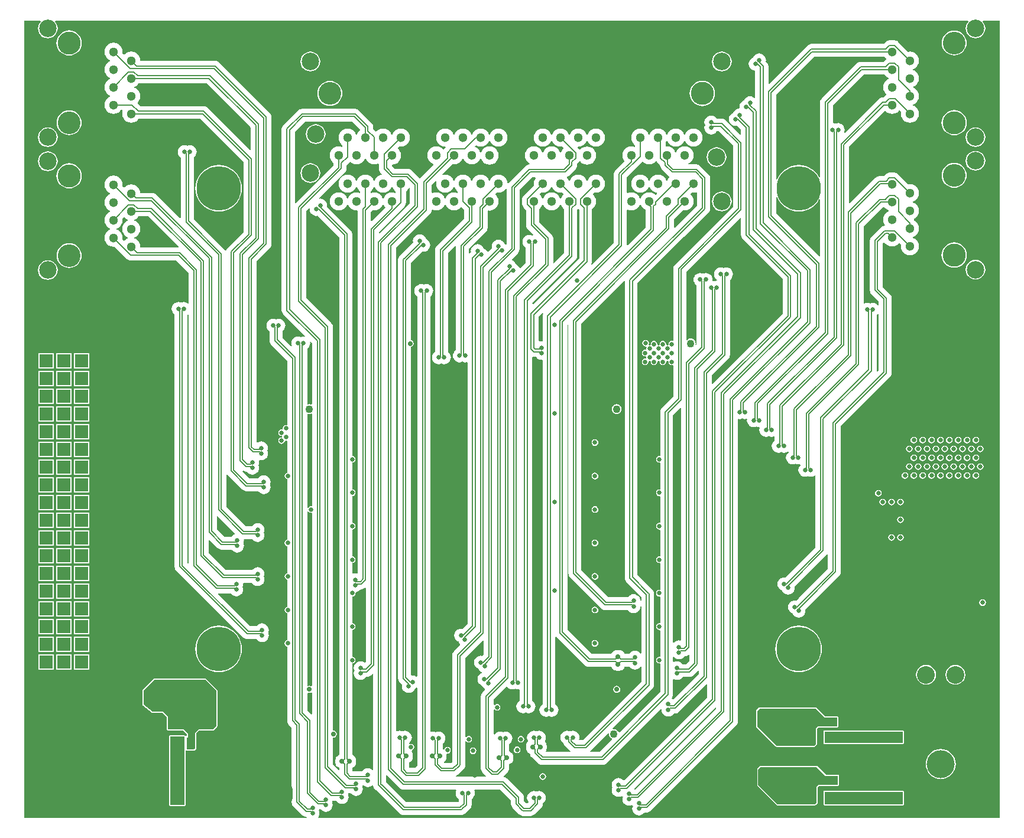
<source format=gbl>
G04*
G04 #@! TF.GenerationSoftware,Altium Limited,Altium Designer,18.0.12 (696)*
G04*
G04 Layer_Physical_Order=4*
G04 Layer_Color=16711680*
%FSLAX43Y43*%
%MOMM*%
G71*
G01*
G75*
G04:AMPARAMS|DCode=43|XSize=0.6mm|YSize=0.65mm|CornerRadius=0.15mm|HoleSize=0mm|Usage=FLASHONLY|Rotation=90.000|XOffset=0mm|YOffset=0mm|HoleType=Round|Shape=RoundedRectangle|*
%AMROUNDEDRECTD43*
21,1,0.600,0.350,0,0,90.0*
21,1,0.300,0.650,0,0,90.0*
1,1,0.300,0.175,0.150*
1,1,0.300,0.175,-0.150*
1,1,0.300,-0.175,-0.150*
1,1,0.300,-0.175,0.150*
%
%ADD43ROUNDEDRECTD43*%
G04:AMPARAMS|DCode=46|XSize=1.2mm|YSize=1.8mm|CornerRadius=0.3mm|HoleSize=0mm|Usage=FLASHONLY|Rotation=270.000|XOffset=0mm|YOffset=0mm|HoleType=Round|Shape=RoundedRectangle|*
%AMROUNDEDRECTD46*
21,1,1.200,1.200,0,0,270.0*
21,1,0.600,1.800,0,0,270.0*
1,1,0.600,-0.600,-0.300*
1,1,0.600,-0.600,0.300*
1,1,0.600,0.600,0.300*
1,1,0.600,0.600,-0.300*
%
%ADD46ROUNDEDRECTD46*%
G04:AMPARAMS|DCode=52|XSize=0.6mm|YSize=0.65mm|CornerRadius=0.15mm|HoleSize=0mm|Usage=FLASHONLY|Rotation=0.000|XOffset=0mm|YOffset=0mm|HoleType=Round|Shape=RoundedRectangle|*
%AMROUNDEDRECTD52*
21,1,0.600,0.350,0,0,0.0*
21,1,0.300,0.650,0,0,0.0*
1,1,0.300,0.150,-0.175*
1,1,0.300,-0.150,-0.175*
1,1,0.300,-0.150,0.175*
1,1,0.300,0.150,0.175*
%
%ADD52ROUNDEDRECTD52*%
%ADD55C,0.203*%
%ADD59C,1.300*%
%ADD60C,2.540*%
%ADD61C,4.000*%
%ADD62C,2.500*%
%ADD63C,3.302*%
%ADD64C,3.250*%
%ADD65C,6.350*%
%ADD66C,1.100*%
%ADD67C,0.700*%
%ADD68R,1.905X1.905*%
%ADD69C,0.635*%
%ADD82R,1.750X1.050*%
%ADD83R,1.750X1.050*%
%ADD84R,1.750X3.400*%
G04:AMPARAMS|DCode=85|XSize=1.2mm|YSize=1.8mm|CornerRadius=0.3mm|HoleSize=0mm|Usage=FLASHONLY|Rotation=180.000|XOffset=0mm|YOffset=0mm|HoleType=Round|Shape=RoundedRectangle|*
%AMROUNDEDRECTD85*
21,1,1.200,1.200,0,0,180.0*
21,1,0.600,1.800,0,0,180.0*
1,1,0.600,-0.300,0.600*
1,1,0.600,0.300,0.600*
1,1,0.600,0.300,-0.600*
1,1,0.600,-0.300,-0.600*
%
%ADD85ROUNDEDRECTD85*%
%ADD86R,1.050X1.750*%
%ADD87R,1.050X1.750*%
%ADD88R,3.400X1.750*%
G36*
X139700Y0D02*
X42100D01*
X42037Y127D01*
X42107Y218D01*
X42203Y450D01*
X42236Y698D01*
X42203Y947D01*
X42143Y1092D01*
X42203Y1237D01*
X42213Y1314D01*
X42384D01*
X42501Y1162D01*
X42700Y1010D01*
X42931Y914D01*
X43180Y881D01*
X43429Y914D01*
X43660Y1010D01*
X43859Y1162D01*
X44012Y1361D01*
X44108Y1593D01*
X44141Y1842D01*
X44108Y2090D01*
X44048Y2235D01*
X44108Y2380D01*
X44118Y2457D01*
X44670D01*
X44787Y2305D01*
X44986Y2152D01*
X45217Y2057D01*
X45466Y2024D01*
X45715Y2057D01*
X45946Y2152D01*
X46145Y2305D01*
X46298Y2504D01*
X46394Y2736D01*
X46427Y2984D01*
X46394Y3233D01*
X46334Y3378D01*
X46394Y3523D01*
X46404Y3600D01*
X46702D01*
X46819Y3448D01*
X47018Y3296D01*
X47249Y3200D01*
X47498Y3167D01*
X47747Y3200D01*
X47978Y3296D01*
X48177Y3448D01*
X48330Y3647D01*
X48426Y3879D01*
X48459Y4128D01*
X48426Y4376D01*
X48366Y4521D01*
X48415Y4639D01*
X48443Y4658D01*
X48490Y4674D01*
X48556Y4683D01*
X48719Y4558D01*
X48950Y4462D01*
X49199Y4429D01*
X49448Y4462D01*
X49679Y4558D01*
X49834Y4677D01*
X49962Y4634D01*
X49969Y4627D01*
X49981Y4536D01*
X50055Y4357D01*
X50173Y4203D01*
X50381Y3995D01*
X50393Y3986D01*
X50402Y3975D01*
X53733Y643D01*
X53887Y525D01*
X54066Y451D01*
X54259Y425D01*
X62554D01*
X62747Y451D01*
X62926Y525D01*
X63080Y643D01*
X63184Y747D01*
X63184Y747D01*
X63828Y1391D01*
X63946Y1545D01*
X64020Y1724D01*
X64045Y1917D01*
Y2754D01*
X64205Y2877D01*
X64358Y3076D01*
X64454Y3307D01*
X64487Y3556D01*
X64454Y3805D01*
X64391Y3956D01*
X64476Y4083D01*
X68094D01*
X69690Y2486D01*
Y2012D01*
X69716Y1819D01*
X69790Y1640D01*
X69908Y1486D01*
X70774Y620D01*
X70774Y620D01*
X70878Y516D01*
X71032Y398D01*
X71211Y324D01*
X71404Y298D01*
X72536D01*
X72729Y324D01*
X72908Y398D01*
X73062Y516D01*
X74032Y1486D01*
X74150Y1640D01*
X74224Y1819D01*
X74250Y2012D01*
Y2119D01*
X74410Y2242D01*
X74562Y2441D01*
X74658Y2672D01*
X74691Y2921D01*
X74658Y3170D01*
X74562Y3401D01*
X74410Y3600D01*
X74211Y3753D01*
X73979Y3849D01*
X73730Y3882D01*
X73482Y3849D01*
X73329Y3786D01*
X73176Y3849D01*
X72928Y3882D01*
X72679Y3849D01*
X72447Y3753D01*
X72248Y3600D01*
X72096Y3401D01*
X72000Y3170D01*
X71967Y2921D01*
X72000Y2672D01*
X72096Y2441D01*
X72220Y2279D01*
X72081Y2140D01*
X71859D01*
X71532Y2467D01*
Y2941D01*
X71507Y3134D01*
X71432Y3313D01*
X71314Y3467D01*
X69074Y5707D01*
X68920Y5825D01*
X68741Y5899D01*
X68653Y5911D01*
X68608Y6045D01*
X69206Y6643D01*
X69324Y6797D01*
X69398Y6976D01*
X69424Y7169D01*
Y7703D01*
X69599Y7775D01*
X69763Y7901D01*
X69889Y8065D01*
X69968Y8256D01*
X69995Y8461D01*
Y8811D01*
X69968Y9016D01*
X69889Y9207D01*
X69763Y9371D01*
X69599Y9497D01*
X69445Y9560D01*
Y10628D01*
X69605Y10751D01*
X69758Y10950D01*
X69854Y11181D01*
X69887Y11430D01*
X69854Y11679D01*
X69758Y11910D01*
X69605Y12109D01*
X69406Y12262D01*
X69175Y12358D01*
X68926Y12391D01*
X68677Y12358D01*
X68525Y12295D01*
X68372Y12358D01*
X68123Y12391D01*
X67875Y12358D01*
X67643Y12262D01*
X67444Y12109D01*
X67341Y11975D01*
X67214Y12018D01*
Y15515D01*
X67341Y15553D01*
X67352Y15536D01*
X67508Y15432D01*
X67691Y15396D01*
X67874Y15432D01*
X68030Y15536D01*
X68134Y15692D01*
X68170Y15875D01*
X68134Y16058D01*
X68030Y16214D01*
X67874Y16318D01*
X67691Y16354D01*
X67508Y16318D01*
X67352Y16214D01*
X67341Y16197D01*
X67214Y16235D01*
Y17014D01*
X69028Y18829D01*
X69155Y18820D01*
X69208Y18752D01*
X69407Y18599D01*
X69639Y18503D01*
X69887Y18470D01*
X70136Y18503D01*
X70281Y18563D01*
X70426Y18503D01*
X70675Y18470D01*
X70808Y18488D01*
X70904Y18404D01*
Y16804D01*
X70744Y16681D01*
X70591Y16482D01*
X70496Y16251D01*
X70463Y16002D01*
X70496Y15753D01*
X70591Y15522D01*
X70744Y15323D01*
X70943Y15170D01*
X71175Y15074D01*
X71423Y15041D01*
X71672Y15074D01*
X71825Y15137D01*
X71977Y15074D01*
X72226Y15041D01*
X72475Y15074D01*
X72706Y15170D01*
X72905Y15323D01*
X73058Y15522D01*
X73154Y15753D01*
X73187Y16002D01*
X73154Y16251D01*
X73058Y16482D01*
X72905Y16681D01*
X72745Y16804D01*
Y66024D01*
X72872Y66124D01*
X72979Y66110D01*
X73270D01*
X73387Y65958D01*
X73586Y65805D01*
X73818Y65709D01*
X74066Y65676D01*
X74108Y65682D01*
X74204Y65598D01*
Y16296D01*
X74044Y16173D01*
X73891Y15974D01*
X73796Y15743D01*
X73763Y15494D01*
X73796Y15245D01*
X73891Y15014D01*
X74044Y14815D01*
X74243Y14662D01*
X74475Y14566D01*
X74723Y14533D01*
X74972Y14566D01*
X75125Y14629D01*
X75277Y14566D01*
X75526Y14533D01*
X75775Y14566D01*
X76006Y14662D01*
X76205Y14815D01*
X76358Y15014D01*
X76454Y15245D01*
X76487Y15494D01*
X76454Y15743D01*
X76358Y15974D01*
X76205Y16173D01*
X76045Y16296D01*
Y25924D01*
X76172Y25977D01*
X80247Y21903D01*
X80401Y21785D01*
X80580Y21711D01*
X80772Y21685D01*
X84080D01*
X84152Y21510D01*
X84278Y21346D01*
X84442Y21220D01*
X84633Y21141D01*
X84838Y21114D01*
X85188D01*
X85393Y21141D01*
X85584Y21220D01*
X85748Y21346D01*
X85874Y21510D01*
X85946Y21685D01*
X86651D01*
X86747Y21560D01*
X86946Y21408D01*
X87177Y21312D01*
X87426Y21279D01*
X87675Y21312D01*
X87906Y21408D01*
X88105Y21560D01*
X88208Y21694D01*
X88335Y21651D01*
Y19536D01*
X79956Y11157D01*
X79505D01*
X79435Y11263D01*
X79454Y11308D01*
X79487Y11557D01*
X79454Y11806D01*
X79358Y12037D01*
X79205Y12236D01*
X79006Y12389D01*
X78775Y12485D01*
X78526Y12518D01*
X78277Y12485D01*
X78125Y12422D01*
X77972Y12485D01*
X77723Y12518D01*
X77475Y12485D01*
X77243Y12389D01*
X77044Y12236D01*
X76891Y12037D01*
X76796Y11806D01*
X76763Y11557D01*
X76796Y11308D01*
X76891Y11077D01*
X77044Y10878D01*
X77225Y10739D01*
X77229Y10709D01*
X77303Y10530D01*
X77422Y10376D01*
X78190Y9608D01*
X78138Y9481D01*
X74720D01*
X74664Y9594D01*
X74699Y9640D01*
X74778Y9831D01*
X74805Y10036D01*
Y10386D01*
X74778Y10591D01*
X74699Y10782D01*
X74573Y10946D01*
X74572Y10947D01*
X74555Y11073D01*
X74558Y11077D01*
X74654Y11308D01*
X74687Y11557D01*
X74654Y11806D01*
X74558Y12037D01*
X74405Y12236D01*
X74206Y12389D01*
X73975Y12485D01*
X73726Y12518D01*
X73477Y12485D01*
X73325Y12422D01*
X73172Y12485D01*
X72923Y12518D01*
X72675Y12485D01*
X72443Y12389D01*
X72244Y12236D01*
X72091Y12037D01*
X71996Y11806D01*
X71963Y11557D01*
X71996Y11308D01*
X72091Y11077D01*
X72077Y10964D01*
X72053Y10946D01*
X71928Y10782D01*
X71848Y10591D01*
X71821Y10386D01*
Y10036D01*
X71848Y9831D01*
X71928Y9640D01*
X72053Y9476D01*
X72217Y9350D01*
X72396Y9276D01*
X72418Y9109D01*
X72492Y8930D01*
X72610Y8776D01*
X73530Y7857D01*
X73683Y7739D01*
X73863Y7664D01*
X74055Y7639D01*
X82826D01*
X83018Y7664D01*
X83197Y7739D01*
X83351Y7857D01*
X91134Y15640D01*
X91248Y15584D01*
X91241Y15532D01*
X91274Y15283D01*
X91370Y15052D01*
X91523Y14853D01*
X91722Y14700D01*
X91953Y14604D01*
X92202Y14571D01*
X92451Y14604D01*
X92682Y14700D01*
X92881Y14853D01*
X92998Y15005D01*
X93213D01*
X93405Y15030D01*
X93584Y15105D01*
X93738Y15223D01*
X97692Y19176D01*
X97809Y19128D01*
Y17326D01*
X85916Y5433D01*
X85789Y5441D01*
X85769Y5467D01*
X85570Y5620D01*
X85339Y5716D01*
X85090Y5749D01*
X84841Y5716D01*
X84610Y5620D01*
X84411Y5467D01*
X84258Y5268D01*
X84162Y5037D01*
X84129Y4788D01*
X84162Y4539D01*
X84222Y4394D01*
X84162Y4249D01*
X84129Y4001D01*
X84162Y3752D01*
X84258Y3520D01*
X84411Y3321D01*
X84610Y3168D01*
X84841Y3073D01*
X85090Y3040D01*
X85339Y3073D01*
X85570Y3168D01*
X85686Y3098D01*
X85713Y3043D01*
X85686Y2979D01*
X85653Y2730D01*
X85686Y2482D01*
X85782Y2250D01*
X85935Y2051D01*
X86134Y1898D01*
X86365Y1803D01*
X86614Y1770D01*
X86863Y1803D01*
X86966Y1845D01*
X87124Y1773D01*
X87143Y1727D01*
X87083Y1582D01*
X87050Y1334D01*
X87083Y1085D01*
X87179Y853D01*
X87332Y654D01*
X87531Y502D01*
X87762Y406D01*
X88011Y373D01*
X88260Y406D01*
X88491Y502D01*
X88690Y654D01*
X88807Y806D01*
X89174D01*
X89367Y832D01*
X89546Y906D01*
X89700Y1024D01*
X90693Y2017D01*
X90693Y2017D01*
X101973Y13297D01*
X102091Y13451D01*
X102165Y13630D01*
X102191Y13823D01*
Y57137D01*
X102286Y57220D01*
X102400Y57205D01*
X102649Y57238D01*
X102794Y57298D01*
X102939Y57238D01*
X103188Y57205D01*
X103370Y57229D01*
X103486Y57131D01*
X103471Y57023D01*
X103504Y56774D01*
X103600Y56543D01*
X103753Y56344D01*
X103952Y56191D01*
X104183Y56095D01*
X104432Y56062D01*
X104681Y56095D01*
X104826Y56155D01*
X104971Y56095D01*
X105219Y56062D01*
X105242Y56065D01*
X105319Y55964D01*
X105282Y55875D01*
X105249Y55626D01*
X105282Y55377D01*
X105378Y55146D01*
X105531Y54947D01*
X105730Y54794D01*
X105961Y54698D01*
X106210Y54665D01*
X106459Y54698D01*
X106604Y54758D01*
X106749Y54698D01*
X106997Y54665D01*
X107246Y54698D01*
X107355Y54743D01*
X107461Y54673D01*
Y54136D01*
X107309Y54019D01*
X107156Y53820D01*
X107060Y53589D01*
X107027Y53340D01*
X107060Y53091D01*
X107156Y52860D01*
X107309Y52661D01*
X107508Y52508D01*
X107739Y52412D01*
X107988Y52379D01*
X108237Y52412D01*
X108382Y52472D01*
X108527Y52412D01*
X108775Y52379D01*
X109024Y52412D01*
X109256Y52508D01*
X109279Y52526D01*
X109412Y52468D01*
X109416Y52426D01*
X109341Y52368D01*
X109188Y52169D01*
X109092Y51938D01*
X109059Y51689D01*
X109092Y51440D01*
X109188Y51209D01*
X109341Y51010D01*
X109540Y50857D01*
X109771Y50761D01*
X110020Y50728D01*
X110269Y50761D01*
X110414Y50821D01*
X110559Y50761D01*
X110808Y50728D01*
X111054Y50761D01*
X111056Y50761D01*
X111183Y50676D01*
X111185Y50641D01*
X111119Y50590D01*
X110966Y50391D01*
X110870Y50160D01*
X110837Y49911D01*
X110870Y49662D01*
X110966Y49431D01*
X111119Y49232D01*
X111318Y49079D01*
X111549Y48983D01*
X111798Y48950D01*
X112047Y48983D01*
X112192Y49043D01*
X112337Y48983D01*
X112586Y48950D01*
X112834Y48983D01*
X113066Y49079D01*
X113176Y49164D01*
X113303Y49101D01*
Y38789D01*
X109004Y34489D01*
X108813Y34514D01*
X108565Y34482D01*
X108333Y34386D01*
X108134Y34233D01*
X107981Y34034D01*
X107885Y33802D01*
X107853Y33554D01*
X107885Y33305D01*
X107981Y33073D01*
X108134Y32874D01*
X108333Y32722D01*
X108478Y32662D01*
X108538Y32517D01*
X108691Y32318D01*
X108890Y32165D01*
X109121Y32069D01*
X109370Y32036D01*
X109619Y32069D01*
X109850Y32165D01*
X110049Y32318D01*
X110202Y32517D01*
X110298Y32748D01*
X110331Y32997D01*
X110306Y33187D01*
X114927Y37808D01*
X114954Y37844D01*
X115081Y37801D01*
Y35741D01*
X110854Y31513D01*
X110528Y31187D01*
X110337Y31212D01*
X110089Y31180D01*
X109857Y31084D01*
X109658Y30931D01*
X109505Y30732D01*
X109409Y30500D01*
X109377Y30252D01*
X109409Y30003D01*
X109505Y29771D01*
X109658Y29572D01*
X109857Y29420D01*
X110002Y29360D01*
X110062Y29215D01*
X110215Y29016D01*
X110414Y28863D01*
X110645Y28767D01*
X110894Y28734D01*
X111143Y28767D01*
X111374Y28863D01*
X111573Y29016D01*
X111726Y29215D01*
X111822Y29446D01*
X111855Y29695D01*
X111830Y29885D01*
X112156Y30211D01*
X116705Y34760D01*
X116823Y34914D01*
X116897Y35093D01*
X116923Y35286D01*
Y56182D01*
X123969Y63229D01*
X124087Y63383D01*
X124162Y63562D01*
X124187Y63754D01*
Y74549D01*
X124162Y74741D01*
X124087Y74920D01*
X123969Y75074D01*
X122917Y76127D01*
Y82369D01*
X123074Y82526D01*
X123201Y82518D01*
X123340Y82337D01*
X123608Y82131D01*
X123921Y82002D01*
X124256Y81958D01*
X124591Y82002D01*
X124904Y82131D01*
X125172Y82337D01*
X125213Y82390D01*
X125339Y82398D01*
X125529Y82208D01*
X125500Y81984D01*
X125544Y81648D01*
X125674Y81336D01*
X125880Y81067D01*
X126148Y80861D01*
X126461Y80732D01*
X126796Y80688D01*
X127131Y80732D01*
X127444Y80861D01*
X127712Y81067D01*
X127918Y81336D01*
X128048Y81648D01*
X128092Y81984D01*
X128048Y82319D01*
X127918Y82632D01*
X127712Y82900D01*
X127444Y83106D01*
X127254Y83185D01*
Y83322D01*
X127444Y83401D01*
X127712Y83607D01*
X127918Y83876D01*
X128048Y84188D01*
X128092Y84524D01*
X128048Y84859D01*
X127918Y85172D01*
X127712Y85440D01*
X127449Y85642D01*
X127439Y85665D01*
X127360Y85769D01*
X127386Y85917D01*
X127444Y85941D01*
X127712Y86147D01*
X127918Y86416D01*
X128048Y86728D01*
X128092Y87064D01*
X128048Y87399D01*
X127918Y87712D01*
X127712Y87980D01*
X127444Y88186D01*
X127254Y88265D01*
Y88402D01*
X127444Y88481D01*
X127712Y88687D01*
X127918Y88956D01*
X128048Y89268D01*
X128092Y89604D01*
X128048Y89939D01*
X127918Y90252D01*
X127712Y90520D01*
X127444Y90726D01*
X127131Y90856D01*
X126796Y90900D01*
X126587Y90872D01*
X125156Y92303D01*
X125002Y92421D01*
X124823Y92495D01*
X124630Y92521D01*
X123882D01*
X123689Y92495D01*
X123510Y92421D01*
X123356Y92303D01*
X123084Y92031D01*
X122408D01*
X122215Y92005D01*
X122036Y91931D01*
X121882Y91813D01*
X118183Y88113D01*
X118066Y88162D01*
Y96187D01*
X123210Y101331D01*
X123336Y101323D01*
X123340Y101319D01*
X123608Y101113D01*
X123921Y100983D01*
X124256Y100939D01*
X124591Y100983D01*
X124904Y101113D01*
X125172Y101319D01*
X125240Y101407D01*
X125367Y101415D01*
X125537Y101245D01*
X125500Y100965D01*
X125544Y100630D01*
X125674Y100317D01*
X125880Y100049D01*
X126148Y99843D01*
X126461Y99713D01*
X126796Y99669D01*
X127131Y99713D01*
X127444Y99843D01*
X127712Y100049D01*
X127918Y100317D01*
X128048Y100630D01*
X128092Y100965D01*
X128048Y101300D01*
X127918Y101613D01*
X127712Y101881D01*
X127444Y102087D01*
X127254Y102166D01*
Y102304D01*
X127444Y102383D01*
X127712Y102589D01*
X127918Y102857D01*
X128048Y103170D01*
X128092Y103505D01*
X128048Y103840D01*
X127918Y104153D01*
X127712Y104421D01*
X127444Y104627D01*
X127393Y104648D01*
X127326Y104736D01*
X127314Y104760D01*
X127349Y104883D01*
X127444Y104923D01*
X127712Y105129D01*
X127918Y105397D01*
X128048Y105710D01*
X128092Y106045D01*
X128048Y106380D01*
X127918Y106693D01*
X127712Y106961D01*
X127444Y107167D01*
X127254Y107246D01*
Y107384D01*
X127444Y107463D01*
X127712Y107669D01*
X127918Y107937D01*
X128048Y108250D01*
X128092Y108585D01*
X128048Y108920D01*
X127918Y109233D01*
X127712Y109501D01*
X127444Y109707D01*
X127131Y109837D01*
X126796Y109881D01*
X126587Y109854D01*
X125156Y111284D01*
X125002Y111402D01*
X124823Y111477D01*
X124630Y111502D01*
X123882D01*
X123689Y111477D01*
X123510Y111402D01*
X123356Y111284D01*
X123051Y110979D01*
X112654D01*
X112462Y110954D01*
X112283Y110879D01*
X112129Y110761D01*
X106651Y105284D01*
X106534Y105332D01*
Y107818D01*
X106509Y108010D01*
X106434Y108189D01*
X106316Y108343D01*
X106178Y108481D01*
X106203Y108672D01*
X106171Y108920D01*
X106075Y109152D01*
X105922Y109351D01*
X105723Y109504D01*
X105491Y109600D01*
X105243Y109632D01*
X104994Y109600D01*
X104762Y109504D01*
X104563Y109351D01*
X104411Y109152D01*
X104351Y109007D01*
X104205Y108947D01*
X104007Y108794D01*
X103854Y108595D01*
X103758Y108363D01*
X103725Y108115D01*
X103758Y107866D01*
X103854Y107634D01*
X104007Y107436D01*
X104205Y107283D01*
X104437Y107187D01*
X104667Y107157D01*
Y103290D01*
X104540Y103229D01*
X104389Y103344D01*
X104158Y103440D01*
X103909Y103473D01*
X103660Y103440D01*
X103429Y103344D01*
X103230Y103191D01*
X103077Y102992D01*
X103017Y102847D01*
X102872Y102787D01*
X102673Y102635D01*
X102520Y102436D01*
X102424Y102204D01*
X102392Y101955D01*
X102406Y101843D01*
X102296Y101705D01*
X102162Y101688D01*
X101930Y101592D01*
X101731Y101439D01*
X101578Y101240D01*
X101518Y101095D01*
X101373Y101035D01*
X101174Y100882D01*
X101022Y100683D01*
X100926Y100451D01*
X100893Y100203D01*
X100926Y99954D01*
X101022Y99722D01*
X101174Y99523D01*
X101373Y99371D01*
X101605Y99275D01*
X101854Y99242D01*
X102044Y99267D01*
X102635Y98676D01*
Y98016D01*
X102518Y97968D01*
X100418Y100068D01*
X100264Y100186D01*
X100085Y100260D01*
X99892Y100286D01*
X99150D01*
X99027Y100445D01*
X98828Y100598D01*
X98597Y100694D01*
X98348Y100727D01*
X98099Y100694D01*
X97868Y100598D01*
X97669Y100445D01*
X97516Y100246D01*
X97420Y100015D01*
X97387Y99766D01*
X97420Y99517D01*
X97483Y99365D01*
X97420Y99212D01*
X97387Y98964D01*
X97420Y98715D01*
X97516Y98483D01*
X97669Y98284D01*
X97868Y98132D01*
X98099Y98036D01*
X98348Y98003D01*
X98597Y98036D01*
X98828Y98132D01*
X99027Y98284D01*
X99150Y98444D01*
X99437D01*
X101517Y96364D01*
Y87658D01*
X93175Y79316D01*
X93057Y79162D01*
X92983Y78983D01*
X92958Y78791D01*
Y68486D01*
X92831Y68400D01*
X92710Y68424D01*
X92527Y68388D01*
X92371Y68284D01*
X92267Y68128D01*
X92231Y67945D01*
X92243Y67885D01*
X92140Y67782D01*
X92108D01*
X92075Y67789D01*
X92042Y67782D01*
X92010D01*
X91907Y67885D01*
X91919Y67945D01*
X91883Y68128D01*
X91779Y68284D01*
X91623Y68388D01*
X91440Y68424D01*
X91257Y68388D01*
X91101Y68284D01*
X90997Y68128D01*
X90961Y67945D01*
X90973Y67885D01*
X90865Y67777D01*
X90805Y67789D01*
X90745Y67777D01*
X90637Y67885D01*
X90649Y67945D01*
X90613Y68128D01*
X90509Y68284D01*
X90353Y68388D01*
X90170Y68424D01*
X89987Y68388D01*
X89831Y68284D01*
X89727Y68128D01*
X89691Y67945D01*
X89703Y67885D01*
X89595Y67777D01*
X89535Y67789D01*
X89470Y67776D01*
X89393Y67889D01*
X89429Y68072D01*
X89393Y68255D01*
X89289Y68411D01*
X89133Y68515D01*
X88950Y68551D01*
X88767Y68515D01*
X88611Y68411D01*
X88507Y68255D01*
X88471Y68072D01*
X88507Y67889D01*
X88611Y67733D01*
X88767Y67629D01*
X88950Y67593D01*
X89015Y67606D01*
X89092Y67493D01*
X89056Y67310D01*
X89068Y67250D01*
X88960Y67142D01*
X88900Y67154D01*
X88717Y67118D01*
X88561Y67014D01*
X88457Y66858D01*
X88421Y66675D01*
X88457Y66492D01*
X88561Y66336D01*
X88717Y66232D01*
X88900Y66196D01*
X88960Y66208D01*
X89068Y66100D01*
X89056Y66040D01*
X89068Y65980D01*
X88960Y65872D01*
X88900Y65884D01*
X88717Y65848D01*
X88561Y65744D01*
X88457Y65588D01*
X88421Y65405D01*
X88457Y65222D01*
X88561Y65066D01*
X88717Y64962D01*
X88900Y64926D01*
X89083Y64962D01*
X89239Y65066D01*
X89343Y65222D01*
X89379Y65405D01*
X89367Y65465D01*
X89475Y65573D01*
X89535Y65561D01*
X89595Y65573D01*
X89703Y65465D01*
X89691Y65405D01*
X89727Y65222D01*
X89831Y65066D01*
X89987Y64962D01*
X90170Y64926D01*
X90353Y64962D01*
X90509Y65066D01*
X90613Y65222D01*
X90649Y65405D01*
X90637Y65465D01*
X90745Y65573D01*
X90805Y65561D01*
X90865Y65573D01*
X90973Y65465D01*
X90961Y65405D01*
X90997Y65222D01*
X91101Y65066D01*
X91257Y64962D01*
X91440Y64926D01*
X91623Y64962D01*
X91779Y65066D01*
X91883Y65222D01*
X91919Y65405D01*
X91907Y65465D01*
X92015Y65573D01*
X92075Y65561D01*
X92135Y65573D01*
X92243Y65465D01*
X92231Y65405D01*
X92267Y65222D01*
X92371Y65066D01*
X92527Y64962D01*
X92710Y64926D01*
X92831Y64950D01*
X92958Y64864D01*
Y60424D01*
X91270Y58737D01*
X91152Y58583D01*
X91078Y58404D01*
X91053Y58212D01*
Y51995D01*
X90954Y51915D01*
X90928Y51920D01*
X90744Y51884D01*
X90589Y51780D01*
X90485Y51624D01*
X90449Y51441D01*
X90485Y51258D01*
X90589Y51102D01*
X90744Y50998D01*
X90928Y50962D01*
X90954Y50967D01*
X91053Y50887D01*
Y47195D01*
X90954Y47115D01*
X90928Y47120D01*
X90744Y47084D01*
X90589Y46980D01*
X90485Y46824D01*
X90449Y46641D01*
X90485Y46458D01*
X90589Y46302D01*
X90744Y46198D01*
X90928Y46162D01*
X90954Y46167D01*
X91053Y46087D01*
Y42395D01*
X90954Y42315D01*
X90928Y42320D01*
X90744Y42284D01*
X90589Y42180D01*
X90485Y42024D01*
X90449Y41841D01*
X90485Y41658D01*
X90589Y41502D01*
X90744Y41398D01*
X90928Y41362D01*
X90954Y41367D01*
X91053Y41287D01*
Y37595D01*
X90954Y37515D01*
X90928Y37520D01*
X90744Y37484D01*
X90589Y37380D01*
X90485Y37224D01*
X90449Y37041D01*
X90485Y36858D01*
X90589Y36702D01*
X90744Y36598D01*
X90928Y36562D01*
X90954Y36567D01*
X91053Y36487D01*
Y32795D01*
X90954Y32715D01*
X90928Y32720D01*
X90744Y32684D01*
X90589Y32580D01*
X90485Y32424D01*
X90449Y32241D01*
X90485Y32058D01*
X90589Y31902D01*
X90744Y31798D01*
X90928Y31762D01*
X90954Y31767D01*
X91053Y31687D01*
Y27995D01*
X90954Y27915D01*
X90928Y27920D01*
X90744Y27884D01*
X90589Y27780D01*
X90485Y27624D01*
X90449Y27441D01*
X90485Y27258D01*
X90589Y27102D01*
X90744Y26998D01*
X90928Y26962D01*
X90954Y26967D01*
X91053Y26887D01*
Y23195D01*
X90954Y23115D01*
X90928Y23120D01*
X90744Y23084D01*
X90589Y22980D01*
X90485Y22824D01*
X90449Y22641D01*
X90485Y22458D01*
X90589Y22302D01*
X90744Y22198D01*
X90928Y22162D01*
X90954Y22167D01*
X91053Y22087D01*
Y18163D01*
X85208Y12318D01*
X85058Y12348D01*
X85038Y12395D01*
X84926Y12542D01*
X84779Y12655D01*
X84608Y12725D01*
X84425Y12749D01*
X84319Y12736D01*
X84259Y12856D01*
X89959Y18555D01*
X90077Y18709D01*
X90151Y18888D01*
X90176Y19081D01*
Y32177D01*
X90151Y32369D01*
X90077Y32548D01*
X89959Y32702D01*
X89855Y32806D01*
X89855Y32806D01*
X87814Y34847D01*
Y76685D01*
X94480Y83351D01*
X94480Y83351D01*
X97855Y86725D01*
X97855Y86725D01*
X97959Y86830D01*
X98077Y86983D01*
X98151Y87163D01*
X98177Y87355D01*
Y91798D01*
X98151Y91990D01*
X98077Y92170D01*
X97959Y92324D01*
X96793Y93489D01*
X96639Y93607D01*
X96460Y93682D01*
X96268Y93707D01*
X95105D01*
X95080Y93834D01*
X95190Y93879D01*
X95458Y94085D01*
X95664Y94354D01*
X95794Y94666D01*
X95838Y95002D01*
X95794Y95337D01*
X95664Y95650D01*
X95458Y95918D01*
X95190Y96124D01*
X94877Y96254D01*
X94542Y96298D01*
X94206Y96254D01*
X93894Y96124D01*
X93625Y95918D01*
X93419Y95650D01*
X93341Y95460D01*
X93203D01*
X93124Y95650D01*
X92918Y95918D01*
X92650Y96124D01*
X92337Y96254D01*
X92002Y96298D01*
X91936Y96289D01*
X91841Y96373D01*
Y96876D01*
X91854Y96894D01*
X91933Y97084D01*
X92071D01*
X92149Y96894D01*
X92355Y96625D01*
X92624Y96419D01*
X92936Y96290D01*
X93272Y96246D01*
X93607Y96290D01*
X93920Y96419D01*
X94188Y96625D01*
X94394Y96894D01*
X94473Y97084D01*
X94611D01*
X94689Y96894D01*
X94895Y96625D01*
X95164Y96419D01*
X95476Y96290D01*
X95812Y96246D01*
X96147Y96290D01*
X96460Y96419D01*
X96728Y96625D01*
X96934Y96894D01*
X97064Y97206D01*
X97108Y97542D01*
X97064Y97877D01*
X96934Y98190D01*
X96728Y98458D01*
X96460Y98664D01*
X96147Y98794D01*
X95812Y98838D01*
X95476Y98794D01*
X95164Y98664D01*
X94895Y98458D01*
X94689Y98190D01*
X94611Y98000D01*
X94473D01*
X94394Y98190D01*
X94188Y98458D01*
X93920Y98664D01*
X93607Y98794D01*
X93272Y98838D01*
X92936Y98794D01*
X92624Y98664D01*
X92355Y98458D01*
X92149Y98190D01*
X92071Y98000D01*
X91933D01*
X91854Y98190D01*
X91648Y98458D01*
X91380Y98664D01*
X91067Y98794D01*
X90732Y98838D01*
X90396Y98794D01*
X90084Y98664D01*
X89815Y98458D01*
X89609Y98190D01*
X89531Y98000D01*
X89393D01*
X89314Y98190D01*
X89108Y98458D01*
X88840Y98664D01*
X88527Y98794D01*
X88192Y98838D01*
X87856Y98794D01*
X87544Y98664D01*
X87275Y98458D01*
X87069Y98190D01*
X86940Y97877D01*
X86896Y97542D01*
X86940Y97206D01*
X87069Y96894D01*
X87275Y96625D01*
X87449Y96492D01*
Y96289D01*
X87343Y96218D01*
X87257Y96254D01*
X86922Y96298D01*
X86586Y96254D01*
X86274Y96124D01*
X86005Y95918D01*
X85799Y95650D01*
X85670Y95337D01*
X85626Y95002D01*
X85670Y94666D01*
X85799Y94354D01*
X85936Y94176D01*
X84640Y92880D01*
X84522Y92726D01*
X84448Y92547D01*
X84422Y92354D01*
Y82501D01*
X81290Y79369D01*
X81186Y79435D01*
X81260Y79614D01*
X81286Y79806D01*
Y87312D01*
X81488Y87468D01*
X81694Y87736D01*
X81824Y88049D01*
X81868Y88384D01*
X81824Y88719D01*
X81694Y89032D01*
X81488Y89300D01*
X81435Y89341D01*
X81427Y89468D01*
X81625Y89666D01*
X81842Y89638D01*
X82177Y89682D01*
X82490Y89811D01*
X82758Y90017D01*
X82964Y90286D01*
X83094Y90598D01*
X83138Y90934D01*
X83094Y91269D01*
X82964Y91582D01*
X82758Y91850D01*
X82490Y92056D01*
X82177Y92186D01*
X81842Y92230D01*
X81506Y92186D01*
X81194Y92056D01*
X80925Y91850D01*
X80719Y91582D01*
X80641Y91392D01*
X80503D01*
X80424Y91582D01*
X80218Y91850D01*
X79950Y92056D01*
X79637Y92186D01*
X79302Y92230D01*
X78966Y92186D01*
X78654Y92056D01*
X78385Y91850D01*
X78179Y91582D01*
X78101Y91392D01*
X77963D01*
X77884Y91582D01*
X77717Y91800D01*
X77744Y91948D01*
X77785Y91965D01*
X77939Y92083D01*
X78934Y93079D01*
X79052Y93233D01*
X79127Y93412D01*
X79152Y93604D01*
Y93789D01*
X79461Y94098D01*
X79485Y94129D01*
X79612D01*
X79655Y94071D01*
X79924Y93865D01*
X80236Y93736D01*
X80572Y93692D01*
X80907Y93736D01*
X81220Y93865D01*
X81488Y94071D01*
X81694Y94340D01*
X81824Y94652D01*
X81868Y94988D01*
X81824Y95323D01*
X81694Y95636D01*
X81488Y95904D01*
X81220Y96110D01*
X80907Y96240D01*
X80572Y96284D01*
X80236Y96240D01*
X79924Y96110D01*
X79655Y95904D01*
X79619Y95857D01*
X79492D01*
X79461Y95898D01*
X79229Y96130D01*
X79285Y96244D01*
X79302Y96242D01*
X79637Y96286D01*
X79950Y96415D01*
X80218Y96621D01*
X80424Y96890D01*
X80503Y97080D01*
X80640D01*
X80719Y96890D01*
X80925Y96621D01*
X81194Y96415D01*
X81506Y96286D01*
X81842Y96242D01*
X82177Y96286D01*
X82490Y96415D01*
X82758Y96621D01*
X82964Y96890D01*
X83094Y97202D01*
X83138Y97538D01*
X83094Y97873D01*
X82964Y98186D01*
X82758Y98454D01*
X82490Y98660D01*
X82177Y98790D01*
X81842Y98834D01*
X81506Y98790D01*
X81194Y98660D01*
X80925Y98454D01*
X80719Y98186D01*
X80640Y97995D01*
X80503D01*
X80424Y98186D01*
X80218Y98454D01*
X79950Y98660D01*
X79637Y98790D01*
X79302Y98834D01*
X78966Y98790D01*
X78654Y98660D01*
X78385Y98454D01*
X78179Y98186D01*
X78100Y97995D01*
X77963D01*
X77884Y98186D01*
X77678Y98454D01*
X77410Y98660D01*
X77097Y98790D01*
X76762Y98834D01*
X76426Y98790D01*
X76114Y98660D01*
X75845Y98454D01*
X75639Y98186D01*
X75560Y97995D01*
X75423D01*
X75344Y98186D01*
X75138Y98454D01*
X74870Y98660D01*
X74557Y98790D01*
X74222Y98834D01*
X73886Y98790D01*
X73574Y98660D01*
X73305Y98454D01*
X73099Y98186D01*
X72970Y97873D01*
X72926Y97538D01*
X72970Y97202D01*
X73099Y96890D01*
X73305Y96621D01*
X73574Y96415D01*
X73886Y96286D01*
X74222Y96242D01*
X74557Y96286D01*
X74870Y96415D01*
X75138Y96621D01*
X75344Y96890D01*
X75423Y97080D01*
X75560D01*
X75639Y96890D01*
X75845Y96621D01*
X76114Y96415D01*
X76426Y96286D01*
X76762Y96242D01*
X76986Y96271D01*
X77176Y96081D01*
X77168Y95955D01*
X77115Y95914D01*
X76909Y95646D01*
X76831Y95456D01*
X76693D01*
X76614Y95646D01*
X76408Y95914D01*
X76140Y96120D01*
X75827Y96250D01*
X75492Y96294D01*
X75156Y96250D01*
X74844Y96120D01*
X74575Y95914D01*
X74369Y95646D01*
X74291Y95456D01*
X74153D01*
X74074Y95646D01*
X73868Y95914D01*
X73600Y96120D01*
X73287Y96250D01*
X72952Y96294D01*
X72616Y96250D01*
X72304Y96120D01*
X72035Y95914D01*
X71829Y95646D01*
X71700Y95333D01*
X71656Y94998D01*
X71700Y94662D01*
X71829Y94350D01*
X72035Y94081D01*
X72304Y93875D01*
X72404Y93834D01*
X72379Y93707D01*
X72293D01*
X72100Y93682D01*
X71921Y93607D01*
X71767Y93489D01*
X69287Y91009D01*
X69233Y91014D01*
X69153Y91048D01*
X69124Y91273D01*
X68994Y91586D01*
X68788Y91854D01*
X68520Y92060D01*
X68207Y92190D01*
X67872Y92234D01*
X67536Y92190D01*
X67224Y92060D01*
X66955Y91854D01*
X66749Y91586D01*
X66671Y91396D01*
X66533D01*
X66454Y91586D01*
X66248Y91854D01*
X65980Y92060D01*
X65667Y92190D01*
X65332Y92234D01*
X64996Y92190D01*
X64684Y92060D01*
X64415Y91854D01*
X64209Y91586D01*
X64131Y91396D01*
X63993D01*
X63914Y91586D01*
X63708Y91854D01*
X63440Y92060D01*
X63127Y92190D01*
X62792Y92234D01*
X62456Y92190D01*
X62144Y92060D01*
X61875Y91854D01*
X61669Y91586D01*
X61591Y91396D01*
X61453D01*
X61374Y91586D01*
X61168Y91854D01*
X60900Y92060D01*
X60587Y92190D01*
X60252Y92234D01*
X59944Y92193D01*
X59868Y92297D01*
X61305Y93734D01*
X61522Y93706D01*
X61857Y93750D01*
X62170Y93879D01*
X62438Y94085D01*
X62644Y94354D01*
X62723Y94544D01*
X62861D01*
X62939Y94354D01*
X63145Y94085D01*
X63414Y93879D01*
X63726Y93750D01*
X64062Y93706D01*
X64397Y93750D01*
X64710Y93879D01*
X64978Y94085D01*
X65184Y94354D01*
X65261Y94539D01*
X65398D01*
X65479Y94344D01*
X65685Y94075D01*
X65954Y93869D01*
X66266Y93740D01*
X66602Y93696D01*
X66937Y93740D01*
X67250Y93869D01*
X67518Y94075D01*
X67724Y94344D01*
X67854Y94656D01*
X67898Y94992D01*
X67854Y95327D01*
X67724Y95640D01*
X67518Y95908D01*
X67250Y96114D01*
X66937Y96244D01*
X66602Y96288D01*
X66266Y96244D01*
X65954Y96114D01*
X65685Y95908D01*
X65479Y95640D01*
X65403Y95455D01*
X65265D01*
X65184Y95650D01*
X64978Y95918D01*
X64710Y96124D01*
X64548Y96191D01*
X64523Y96316D01*
X64652Y96444D01*
X64684Y96419D01*
X64996Y96290D01*
X65332Y96246D01*
X65667Y96290D01*
X65980Y96419D01*
X66248Y96625D01*
X66454Y96894D01*
X66533Y97084D01*
X66670D01*
X66749Y96894D01*
X66955Y96625D01*
X67224Y96419D01*
X67536Y96290D01*
X67872Y96246D01*
X68207Y96290D01*
X68520Y96419D01*
X68788Y96625D01*
X68994Y96894D01*
X69124Y97206D01*
X69168Y97542D01*
X69124Y97877D01*
X68994Y98190D01*
X68788Y98458D01*
X68520Y98664D01*
X68207Y98794D01*
X67872Y98838D01*
X67536Y98794D01*
X67224Y98664D01*
X66955Y98458D01*
X66749Y98190D01*
X66670Y97999D01*
X66533D01*
X66454Y98190D01*
X66248Y98458D01*
X65980Y98664D01*
X65667Y98794D01*
X65332Y98838D01*
X64996Y98794D01*
X64684Y98664D01*
X64415Y98458D01*
X64209Y98190D01*
X64148Y98042D01*
X64107Y98001D01*
X63982Y98025D01*
X63914Y98190D01*
X63708Y98458D01*
X63440Y98664D01*
X63127Y98794D01*
X62792Y98838D01*
X62456Y98794D01*
X62144Y98664D01*
X61875Y98458D01*
X61669Y98190D01*
X61590Y97999D01*
X61453D01*
X61374Y98190D01*
X61168Y98458D01*
X60900Y98664D01*
X60587Y98794D01*
X60252Y98838D01*
X59916Y98794D01*
X59604Y98664D01*
X59335Y98458D01*
X59129Y98190D01*
X59000Y97877D01*
X58956Y97542D01*
X59000Y97206D01*
X59129Y96894D01*
X59335Y96625D01*
X59604Y96419D01*
X59916Y96290D01*
X60252Y96246D01*
X60269Y96248D01*
X60325Y96134D01*
X60092Y95902D01*
X60065Y95866D01*
X59938D01*
X59898Y95918D01*
X59630Y96124D01*
X59317Y96254D01*
X58982Y96298D01*
X58646Y96254D01*
X58334Y96124D01*
X58065Y95918D01*
X57859Y95650D01*
X57730Y95337D01*
X57686Y95002D01*
X57730Y94666D01*
X57859Y94354D01*
X58065Y94085D01*
X58334Y93879D01*
X58569Y93782D01*
X58599Y93633D01*
X56700Y91734D01*
X56698Y91731D01*
X56571Y91723D01*
X55439Y92854D01*
X55285Y92972D01*
X55106Y93047D01*
X54914Y93072D01*
X53063D01*
X52609Y93526D01*
Y93676D01*
X52632Y93696D01*
X52967Y93740D01*
X53280Y93869D01*
X53548Y94075D01*
X53754Y94344D01*
X53884Y94656D01*
X53928Y94992D01*
X53884Y95327D01*
X53754Y95640D01*
X53548Y95908D01*
X53495Y95949D01*
X53487Y96076D01*
X53685Y96274D01*
X53902Y96246D01*
X54237Y96290D01*
X54550Y96419D01*
X54818Y96625D01*
X55024Y96894D01*
X55154Y97206D01*
X55198Y97542D01*
X55154Y97877D01*
X55024Y98190D01*
X54818Y98458D01*
X54550Y98664D01*
X54237Y98794D01*
X53902Y98838D01*
X53566Y98794D01*
X53254Y98664D01*
X52985Y98458D01*
X52779Y98190D01*
X52700Y97999D01*
X52563D01*
X52484Y98190D01*
X52278Y98458D01*
X52010Y98664D01*
X51697Y98794D01*
X51362Y98838D01*
X51026Y98794D01*
X50714Y98664D01*
X50445Y98458D01*
X50438Y98449D01*
X50311Y98440D01*
X49920Y98831D01*
Y99154D01*
X49895Y99346D01*
X49821Y99525D01*
X49703Y99679D01*
X47917Y101465D01*
X47763Y101583D01*
X47584Y101657D01*
X47391Y101683D01*
X39731D01*
X39538Y101657D01*
X39359Y101583D01*
X39205Y101465D01*
X37067Y99326D01*
X36949Y99172D01*
X36874Y98993D01*
X36849Y98801D01*
Y72771D01*
X36874Y72579D01*
X36949Y72400D01*
X37067Y72246D01*
X40179Y69133D01*
X40120Y69013D01*
X39967Y69033D01*
X39718Y69000D01*
X39573Y68940D01*
X39428Y69000D01*
X39180Y69033D01*
X38931Y69000D01*
X38699Y68904D01*
X38500Y68751D01*
X38347Y68552D01*
X38252Y68321D01*
X38219Y68072D01*
X38252Y67823D01*
X38304Y67696D01*
X38197Y67624D01*
X36938Y68883D01*
Y69816D01*
X37090Y69933D01*
X37243Y70132D01*
X37339Y70363D01*
X37372Y70612D01*
X37339Y70861D01*
X37243Y71092D01*
X37090Y71291D01*
X36891Y71444D01*
X36660Y71540D01*
X36411Y71573D01*
X36162Y71540D01*
X36017Y71480D01*
X35872Y71540D01*
X35624Y71573D01*
X35375Y71540D01*
X35143Y71444D01*
X34944Y71291D01*
X34791Y71092D01*
X34696Y70861D01*
X34663Y70612D01*
X34696Y70363D01*
X34791Y70132D01*
X34944Y69933D01*
X35096Y69816D01*
Y68428D01*
X35122Y68235D01*
X35196Y68056D01*
X35314Y67902D01*
X37636Y65580D01*
Y56425D01*
X37538Y56345D01*
X37465Y56359D01*
X37282Y56323D01*
X37126Y56219D01*
X37022Y56063D01*
X36986Y55880D01*
X36998Y55820D01*
X36890Y55712D01*
X36830Y55724D01*
X36647Y55688D01*
X36491Y55584D01*
X36387Y55428D01*
X36351Y55245D01*
X36387Y55062D01*
X36491Y54906D01*
X36647Y54802D01*
X36830Y54766D01*
X36890Y54778D01*
X36911Y54756D01*
X36898Y54590D01*
X36874Y54572D01*
X36830Y54581D01*
X36647Y54545D01*
X36491Y54441D01*
X36387Y54285D01*
X36351Y54102D01*
X36387Y53919D01*
X36491Y53763D01*
X36647Y53659D01*
X36830Y53623D01*
X37013Y53659D01*
X37169Y53763D01*
X37273Y53919D01*
X37299Y54051D01*
X37421Y54140D01*
X37465Y54131D01*
X37538Y54145D01*
X37636Y54065D01*
Y49503D01*
X37538Y49484D01*
X37383Y49380D01*
X37279Y49224D01*
X37242Y49041D01*
X37279Y48858D01*
X37383Y48702D01*
X37538Y48598D01*
X37636Y48579D01*
Y39903D01*
X37538Y39884D01*
X37383Y39780D01*
X37279Y39624D01*
X37242Y39441D01*
X37279Y39258D01*
X37383Y39102D01*
X37538Y38998D01*
X37636Y38979D01*
Y35103D01*
X37538Y35084D01*
X37383Y34980D01*
X37279Y34824D01*
X37242Y34641D01*
X37279Y34458D01*
X37383Y34302D01*
X37538Y34198D01*
X37636Y34179D01*
Y30303D01*
X37538Y30284D01*
X37383Y30180D01*
X37279Y30024D01*
X37242Y29841D01*
X37279Y29658D01*
X37383Y29502D01*
X37538Y29398D01*
X37636Y29379D01*
Y25503D01*
X37538Y25484D01*
X37383Y25380D01*
X37279Y25224D01*
X37242Y25041D01*
X37279Y24858D01*
X37383Y24702D01*
X37538Y24598D01*
X37636Y24579D01*
Y13945D01*
X37662Y13752D01*
X37736Y13573D01*
X37854Y13419D01*
X38271Y13002D01*
Y2266D01*
X38297Y2073D01*
X38371Y1894D01*
X38489Y1740D01*
X39840Y389D01*
X39994Y271D01*
X40173Y197D01*
X40366Y171D01*
X40393D01*
X40421Y127D01*
X40350Y0D01*
X0D01*
Y114300D01*
X2271D01*
X2321Y114173D01*
X2125Y113917D01*
X1984Y113576D01*
X1935Y113210D01*
X1984Y112844D01*
X2125Y112503D01*
X2350Y112210D01*
X2643Y111985D01*
X2984Y111844D01*
X3350Y111796D01*
X3716Y111844D01*
X4057Y111985D01*
X4350Y112210D01*
X4575Y112503D01*
X4716Y112844D01*
X4764Y113210D01*
X4716Y113576D01*
X4575Y113917D01*
X4379Y114173D01*
X4429Y114300D01*
X135117D01*
X135167Y114173D01*
X134971Y113917D01*
X134830Y113576D01*
X134781Y113210D01*
X134830Y112844D01*
X134971Y112503D01*
X135196Y112210D01*
X135489Y111985D01*
X135830Y111844D01*
X136196Y111796D01*
X136562Y111844D01*
X136903Y111985D01*
X137196Y112210D01*
X137421Y112503D01*
X137562Y112844D01*
X137610Y113210D01*
X137562Y113576D01*
X137421Y113917D01*
X137225Y114173D01*
X137275Y114300D01*
X139700D01*
Y0D01*
D02*
G37*
G36*
X123340Y106399D02*
X123608Y106193D01*
X123798Y106114D01*
Y105976D01*
X123608Y105897D01*
X123340Y105691D01*
X123134Y105423D01*
X123004Y105110D01*
X122960Y104775D01*
X123004Y104440D01*
X123134Y104127D01*
X123340Y103859D01*
X123392Y103819D01*
Y103692D01*
X123356Y103664D01*
X123025Y103334D01*
X122916D01*
X122723Y103308D01*
X122544Y103234D01*
X122390Y103116D01*
X117505Y98231D01*
X117398Y98303D01*
X117450Y98430D01*
X117483Y98679D01*
X117450Y98928D01*
X117355Y99159D01*
X117202Y99358D01*
X117003Y99511D01*
X116771Y99607D01*
X116522Y99640D01*
X116274Y99607D01*
X116129Y99547D01*
X115984Y99607D01*
X115780Y99634D01*
Y102156D01*
X120196Y106572D01*
X123206D01*
X123340Y106399D01*
D02*
G37*
G36*
X48067Y98710D02*
X48062Y98579D01*
X47905Y98458D01*
X47699Y98190D01*
X47620Y97999D01*
X47483D01*
X47404Y98190D01*
X47198Y98458D01*
X46930Y98664D01*
X46617Y98794D01*
X46282Y98838D01*
X45946Y98794D01*
X45634Y98664D01*
X45365Y98458D01*
X45159Y98190D01*
X45030Y97877D01*
X44986Y97542D01*
X45030Y97206D01*
X45159Y96894D01*
X45365Y96625D01*
X45539Y96492D01*
Y96289D01*
X45433Y96218D01*
X45347Y96254D01*
X45012Y96298D01*
X44676Y96254D01*
X44364Y96124D01*
X44095Y95918D01*
X43889Y95650D01*
X43760Y95337D01*
X43716Y95002D01*
X43760Y94666D01*
X43889Y94354D01*
X44095Y94085D01*
X44269Y93952D01*
Y93580D01*
X38843Y88154D01*
X38716Y88206D01*
Y98371D01*
X40186Y99841D01*
X46936D01*
X48067Y98710D01*
D02*
G37*
G36*
X90545Y94138D02*
X90572Y94102D01*
X91026Y93648D01*
Y93579D01*
X91052Y93386D01*
X91126Y93207D01*
X91244Y93053D01*
X92214Y92083D01*
X92330Y91995D01*
X92351Y91879D01*
X92343Y91838D01*
X92150Y91586D01*
X92071Y91396D01*
X91933D01*
X91854Y91586D01*
X91648Y91854D01*
X91380Y92060D01*
X91067Y92190D01*
X90732Y92234D01*
X90397Y92190D01*
X90084Y92060D01*
X89816Y91854D01*
X89610Y91586D01*
X89531Y91396D01*
X89393D01*
X89314Y91586D01*
X89108Y91854D01*
X88840Y92060D01*
X88527Y92190D01*
X88192Y92234D01*
X87857Y92190D01*
X87544Y92060D01*
X87276Y91854D01*
X87070Y91586D01*
X86940Y91273D01*
X86896Y90938D01*
X86940Y90603D01*
X87070Y90290D01*
X87276Y90022D01*
X87544Y89816D01*
X87857Y89686D01*
X88192Y89642D01*
X88527Y89686D01*
X88840Y89816D01*
X89108Y90022D01*
X89314Y90290D01*
X89393Y90480D01*
X89531D01*
X89610Y90290D01*
X89816Y90022D01*
X90084Y89816D01*
X90397Y89686D01*
X90538Y89667D01*
X90579Y89547D01*
X90360Y89329D01*
X90110Y89520D01*
X89797Y89650D01*
X89462Y89694D01*
X89127Y89650D01*
X88814Y89520D01*
X88546Y89314D01*
X88340Y89046D01*
X88261Y88856D01*
X88123D01*
X88044Y89046D01*
X87838Y89314D01*
X87570Y89520D01*
X87257Y89650D01*
X86922Y89694D01*
X86587Y89650D01*
X86391Y89569D01*
X86264Y89654D01*
Y91899D01*
X88456Y94091D01*
X88545Y94085D01*
X88814Y93879D01*
X89126Y93750D01*
X89462Y93706D01*
X89797Y93750D01*
X90110Y93879D01*
X90378Y94085D01*
X90418Y94138D01*
X90545D01*
D02*
G37*
G36*
X48969Y94354D02*
X49175Y94085D01*
X49444Y93879D01*
X49756Y93750D01*
X50092Y93706D01*
X50427Y93750D01*
X50640Y93838D01*
X50767Y93753D01*
Y93071D01*
X50793Y92878D01*
X50867Y92699D01*
X50985Y92545D01*
X51203Y92328D01*
X51162Y92208D01*
X51026Y92190D01*
X50714Y92060D01*
X50445Y91854D01*
X50239Y91586D01*
X50161Y91396D01*
X50023D01*
X49944Y91586D01*
X49738Y91854D01*
X49470Y92060D01*
X49157Y92190D01*
X48822Y92234D01*
X48486Y92190D01*
X48174Y92060D01*
X47905Y91854D01*
X47699Y91586D01*
X47621Y91396D01*
X47483D01*
X47404Y91586D01*
X47198Y91854D01*
X46930Y92060D01*
X46617Y92190D01*
X46282Y92234D01*
X45946Y92190D01*
X45634Y92060D01*
X45365Y91854D01*
X45159Y91586D01*
X45030Y91273D01*
X44986Y90938D01*
X45030Y90602D01*
X45159Y90290D01*
X45365Y90021D01*
X45634Y89815D01*
X45946Y89686D01*
X46282Y89642D01*
X46617Y89686D01*
X46930Y89815D01*
X47198Y90021D01*
X47404Y90290D01*
X47483Y90480D01*
X47621D01*
X47699Y90290D01*
X47905Y90021D01*
X48079Y89888D01*
Y89685D01*
X47973Y89614D01*
X47887Y89650D01*
X47552Y89694D01*
X47217Y89650D01*
X46904Y89520D01*
X46636Y89314D01*
X46430Y89046D01*
X46351Y88856D01*
X46213D01*
X46134Y89046D01*
X45928Y89314D01*
X45660Y89520D01*
X45347Y89650D01*
X45012Y89694D01*
X44677Y89650D01*
X44364Y89520D01*
X44096Y89314D01*
X43890Y89046D01*
X43760Y88733D01*
X43716Y88398D01*
X43760Y88063D01*
X43890Y87750D01*
X44096Y87482D01*
X44364Y87276D01*
X44677Y87146D01*
X45012Y87102D01*
X45347Y87146D01*
X45660Y87276D01*
X45928Y87482D01*
X46134Y87750D01*
X46213Y87940D01*
X46351D01*
X46430Y87750D01*
X46636Y87482D01*
X46904Y87276D01*
X47217Y87146D01*
X47552Y87102D01*
X47676Y87118D01*
X47771Y87034D01*
Y35114D01*
X47665Y35044D01*
X47620Y35063D01*
X47371Y35095D01*
X47122Y35063D01*
X47050Y35033D01*
X46945Y35103D01*
Y36565D01*
X47111Y36598D01*
X47267Y36702D01*
X47370Y36858D01*
X47407Y37041D01*
X47370Y37224D01*
X47267Y37380D01*
X47111Y37484D01*
X46945Y37517D01*
Y41365D01*
X47111Y41398D01*
X47267Y41502D01*
X47370Y41658D01*
X47407Y41841D01*
X47370Y42024D01*
X47267Y42180D01*
X47111Y42284D01*
X46945Y42317D01*
Y46165D01*
X47111Y46198D01*
X47267Y46302D01*
X47370Y46458D01*
X47407Y46641D01*
X47370Y46824D01*
X47267Y46980D01*
X47111Y47084D01*
X46945Y47117D01*
Y50965D01*
X47111Y50998D01*
X47267Y51102D01*
X47370Y51258D01*
X47407Y51441D01*
X47370Y51624D01*
X47267Y51780D01*
X47111Y51884D01*
X46945Y51917D01*
Y83714D01*
X46919Y83906D01*
X46845Y84086D01*
X46727Y84239D01*
X43313Y87653D01*
X43338Y87844D01*
X43306Y88092D01*
X43210Y88324D01*
X43057Y88523D01*
X42858Y88676D01*
X42626Y88772D01*
X42378Y88804D01*
X42262Y88789D01*
X42203Y88909D01*
X45893Y92599D01*
X46011Y92753D01*
X46085Y92932D01*
X46110Y93125D01*
Y93574D01*
X46623Y94086D01*
X46635Y94085D01*
X46904Y93879D01*
X47216Y93750D01*
X47552Y93706D01*
X47887Y93750D01*
X48200Y93879D01*
X48468Y94085D01*
X48674Y94354D01*
X48753Y94544D01*
X48891D01*
X48969Y94354D01*
D02*
G37*
G36*
X123340Y108939D02*
X123392Y108899D01*
Y108772D01*
X123356Y108744D01*
X123025Y108414D01*
X119741D01*
X119548Y108388D01*
X119369Y108314D01*
X119215Y108196D01*
X114156Y103136D01*
X114038Y102982D01*
X113963Y102803D01*
X113938Y102611D01*
Y91903D01*
X113811Y91868D01*
X113571Y92259D01*
X113231Y92657D01*
X112833Y92997D01*
X112386Y93271D01*
X111902Y93471D01*
X111393Y93594D01*
X110871Y93635D01*
X110349Y93594D01*
X109840Y93471D01*
X109356Y93271D01*
X108909Y92997D01*
X108511Y92657D01*
X108171Y92259D01*
X107897Y91812D01*
X107779Y91526D01*
X107652Y91551D01*
Y103680D01*
X113084Y109112D01*
X123206D01*
X123340Y108939D01*
D02*
G37*
G36*
X96335Y89649D02*
Y87810D01*
X93164Y84639D01*
X93047Y84687D01*
Y85852D01*
X93249Y86054D01*
X93261Y86063D01*
X93270Y86075D01*
X94325Y87130D01*
X94542Y87102D01*
X94877Y87146D01*
X95190Y87276D01*
X95458Y87482D01*
X95664Y87750D01*
X95794Y88063D01*
X95838Y88398D01*
X95794Y88733D01*
X95664Y89046D01*
X95458Y89314D01*
X95406Y89355D01*
X95398Y89481D01*
X95588Y89671D01*
X95812Y89642D01*
X96147Y89686D01*
X96229Y89720D01*
X96335Y89649D01*
D02*
G37*
G36*
X69056Y90162D02*
Y82243D01*
X68942Y82187D01*
X68908Y82213D01*
X68763Y82273D01*
X68703Y82418D01*
X68550Y82617D01*
X68351Y82770D01*
X68120Y82866D01*
X67871Y82899D01*
X67622Y82866D01*
X67391Y82770D01*
X67192Y82617D01*
X67039Y82418D01*
X66943Y82187D01*
X66910Y81938D01*
X66935Y81748D01*
X66401Y81213D01*
X66328Y81228D01*
X66263Y81255D01*
X66123Y81438D01*
X65924Y81591D01*
X65779Y81651D01*
X65719Y81796D01*
X65566Y81995D01*
X65367Y82148D01*
X65135Y82244D01*
X64887Y82277D01*
X64638Y82244D01*
X64406Y82148D01*
X64207Y81995D01*
X64055Y81796D01*
X63959Y81564D01*
X63926Y81316D01*
X63951Y81126D01*
X63772Y80947D01*
X63645Y81000D01*
Y81624D01*
X66115Y84094D01*
X66233Y84248D01*
X66308Y84427D01*
X66333Y84620D01*
Y87015D01*
X66441Y87113D01*
X66602Y87092D01*
X66937Y87136D01*
X67250Y87266D01*
X67518Y87472D01*
X67724Y87740D01*
X67854Y88053D01*
X67898Y88388D01*
X67854Y88723D01*
X67724Y89036D01*
X67518Y89304D01*
X67465Y89345D01*
X67457Y89472D01*
X67655Y89670D01*
X67872Y89642D01*
X68207Y89686D01*
X68520Y89815D01*
X68788Y90021D01*
X68929Y90205D01*
X69056Y90162D01*
D02*
G37*
G36*
X58996Y91246D02*
X58956Y90938D01*
X59000Y90602D01*
X59129Y90290D01*
X59335Y90021D01*
X59604Y89815D01*
X59916Y89686D01*
X60252Y89642D01*
X60587Y89686D01*
X60900Y89815D01*
X61168Y90021D01*
X61374Y90290D01*
X61453Y90480D01*
X61591D01*
X61669Y90290D01*
X61875Y90021D01*
X62049Y89888D01*
Y89685D01*
X61943Y89614D01*
X61857Y89650D01*
X61522Y89694D01*
X61187Y89650D01*
X60874Y89520D01*
X60606Y89314D01*
X60400Y89046D01*
X60321Y88856D01*
X60183D01*
X60104Y89046D01*
X59898Y89314D01*
X59630Y89520D01*
X59317Y89650D01*
X58982Y89694D01*
X58647Y89650D01*
X58451Y89569D01*
X58324Y89654D01*
Y90753D01*
X58892Y91322D01*
X58996Y91246D01*
D02*
G37*
G36*
X50239Y90290D02*
X50445Y90021D01*
X50714Y89815D01*
X51026Y89686D01*
X51362Y89642D01*
X51697Y89686D01*
X52010Y89815D01*
X52278Y90021D01*
X52484Y90290D01*
X52563Y90480D01*
X52701D01*
X52779Y90290D01*
X52985Y90021D01*
X53159Y89888D01*
Y89675D01*
X53053Y89604D01*
X52967Y89640D01*
X52632Y89684D01*
X52297Y89640D01*
X51984Y89510D01*
X51716Y89304D01*
X51510Y89036D01*
X51433Y88851D01*
X51295D01*
X51214Y89046D01*
X51008Y89314D01*
X50740Y89520D01*
X50427Y89650D01*
X50092Y89694D01*
X49757Y89650D01*
X49670Y89614D01*
X49565Y89685D01*
Y89888D01*
X49738Y90021D01*
X49944Y90290D01*
X50023Y90480D01*
X50161D01*
X50239Y90290D01*
D02*
G37*
G36*
X75639Y90286D02*
X75845Y90017D01*
X76114Y89811D01*
X76426Y89682D01*
X76762Y89638D01*
X76986Y89667D01*
X77176Y89477D01*
X77168Y89351D01*
X77116Y89310D01*
X76910Y89042D01*
X76831Y88852D01*
X76693D01*
X76614Y89042D01*
X76408Y89310D01*
X76140Y89516D01*
X75827Y89646D01*
X75492Y89690D01*
X75157Y89646D01*
X74844Y89516D01*
X74576Y89310D01*
X74370Y89042D01*
X74291Y88852D01*
X74153D01*
X74074Y89042D01*
X73868Y89310D01*
X73816Y89351D01*
X73808Y89477D01*
X73998Y89667D01*
X74222Y89638D01*
X74557Y89682D01*
X74870Y89811D01*
X75138Y90017D01*
X75344Y90286D01*
X75423Y90476D01*
X75561D01*
X75639Y90286D01*
D02*
G37*
G36*
X51510Y87740D02*
X51675Y87524D01*
X49730Y85579D01*
X49613Y85627D01*
Y86868D01*
X49875Y87130D01*
X50092Y87102D01*
X50427Y87146D01*
X50740Y87276D01*
X51008Y87482D01*
X51214Y87750D01*
X51291Y87935D01*
X51429D01*
X51510Y87740D01*
D02*
G37*
G36*
X88340Y87750D02*
X88546Y87482D01*
X88814Y87276D01*
X88982Y87206D01*
Y84699D01*
X86391Y82108D01*
X86264Y82160D01*
Y87142D01*
X86391Y87227D01*
X86587Y87146D01*
X86922Y87102D01*
X87257Y87146D01*
X87570Y87276D01*
X87838Y87482D01*
X88044Y87750D01*
X88123Y87940D01*
X88261D01*
X88340Y87750D01*
D02*
G37*
G36*
X60400D02*
X60606Y87482D01*
X60874Y87276D01*
X61187Y87146D01*
X61522Y87102D01*
X61857Y87146D01*
X62170Y87276D01*
X62438Y87482D01*
X62471Y87524D01*
X62597Y87532D01*
X62963Y87166D01*
Y85909D01*
X59022Y81967D01*
X58903Y81813D01*
X58829Y81634D01*
X58804Y81442D01*
Y66842D01*
X58644Y66719D01*
X58491Y66520D01*
X58396Y66289D01*
X58363Y66040D01*
X58396Y65791D01*
X58491Y65560D01*
X58644Y65361D01*
X58843Y65208D01*
X59075Y65112D01*
X59323Y65079D01*
X59572Y65112D01*
X59725Y65175D01*
X59877Y65112D01*
X60126Y65079D01*
X60375Y65112D01*
X60606Y65208D01*
X60805Y65361D01*
X60958Y65560D01*
X61054Y65791D01*
X61087Y66040D01*
X61054Y66289D01*
X60958Y66520D01*
X60805Y66719D01*
X60645Y66842D01*
Y80987D01*
X61677Y82018D01*
X61804Y81966D01*
Y67096D01*
X61644Y66973D01*
X61491Y66774D01*
X61396Y66543D01*
X61363Y66294D01*
X61396Y66045D01*
X61491Y65814D01*
X61644Y65615D01*
X61843Y65462D01*
X62075Y65366D01*
X62323Y65333D01*
X62572Y65366D01*
X62725Y65429D01*
X62877Y65366D01*
X63126Y65333D01*
X63316Y65358D01*
X63443Y65270D01*
Y27862D01*
X62705Y27125D01*
X62506Y27151D01*
X62257Y27118D01*
X62025Y27022D01*
X61826Y26870D01*
X61674Y26671D01*
X61578Y26439D01*
X61545Y26190D01*
X61578Y25942D01*
X61674Y25710D01*
X61826Y25511D01*
X62025Y25358D01*
X62178Y25295D01*
X62241Y25143D01*
X62394Y24944D01*
X62395Y24942D01*
X62404Y24816D01*
X61501Y23913D01*
X61383Y23759D01*
X61308Y23580D01*
X61283Y23387D01*
Y8055D01*
X61083Y7855D01*
X60157D01*
X60099Y7923D01*
X60123Y8067D01*
X60238Y8155D01*
X60364Y8319D01*
X60443Y8510D01*
X60470Y8715D01*
Y9065D01*
X60459Y9143D01*
X60573Y9250D01*
X60579Y9249D01*
X60762Y9286D01*
X60918Y9389D01*
X61022Y9545D01*
X61058Y9728D01*
X61022Y9912D01*
X60918Y10067D01*
X60762Y10171D01*
X60579Y10207D01*
X60396Y10171D01*
X60240Y10067D01*
X60136Y9912D01*
X60127Y9864D01*
X60019Y9808D01*
X59899Y9871D01*
Y10669D01*
X60005Y10751D01*
X60158Y10950D01*
X60254Y11181D01*
X60287Y11430D01*
X60254Y11679D01*
X60158Y11910D01*
X60005Y12109D01*
X59806Y12262D01*
X59575Y12358D01*
X59326Y12391D01*
X59077Y12358D01*
X58925Y12295D01*
X58772Y12358D01*
X58523Y12391D01*
X58275Y12358D01*
X58227Y12338D01*
X58122Y12409D01*
Y74794D01*
X58274Y74911D01*
X58427Y75110D01*
X58522Y75342D01*
X58555Y75590D01*
X58522Y75839D01*
X58427Y76071D01*
X58274Y76270D01*
X58075Y76422D01*
X57843Y76518D01*
X57595Y76551D01*
X57346Y76518D01*
X57201Y76458D01*
X57056Y76518D01*
X56807Y76551D01*
X56558Y76518D01*
X56327Y76422D01*
X56128Y76270D01*
X55975Y76071D01*
X55879Y75839D01*
X55846Y75590D01*
X55879Y75342D01*
X55975Y75110D01*
X56128Y74911D01*
X56280Y74794D01*
Y20295D01*
X56153Y20232D01*
X56066Y20299D01*
X55834Y20395D01*
X55586Y20428D01*
X55482Y20414D01*
X55364Y20520D01*
Y67556D01*
X55421Y67568D01*
X55587Y67679D01*
X55698Y67845D01*
X55737Y68041D01*
X55698Y68237D01*
X55587Y68403D01*
X55421Y68514D01*
X55364Y68526D01*
Y79637D01*
X56960Y81233D01*
X57150Y81208D01*
X57399Y81241D01*
X57631Y81337D01*
X57830Y81489D01*
X57982Y81688D01*
X58078Y81920D01*
X58111Y82169D01*
X58078Y82417D01*
X57982Y82649D01*
X57830Y82848D01*
X57631Y83001D01*
X57486Y83061D01*
X57425Y83206D01*
X57273Y83405D01*
X57074Y83558D01*
X56842Y83654D01*
X56593Y83686D01*
X56345Y83654D01*
X56113Y83558D01*
X55914Y83405D01*
X55761Y83206D01*
X55666Y82974D01*
X55633Y82726D01*
X55658Y82535D01*
X53958Y80835D01*
X53958Y80835D01*
X53740Y80617D01*
X53622Y80463D01*
X53547Y80284D01*
X53522Y80092D01*
Y19979D01*
X53547Y19787D01*
X53622Y19608D01*
X53740Y19454D01*
X53958Y19236D01*
X53958Y19236D01*
X54093Y19100D01*
X54068Y18910D01*
X54101Y18661D01*
X54197Y18430D01*
X54350Y18231D01*
X54548Y18078D01*
X54780Y17982D01*
X55029Y17949D01*
X55277Y17982D01*
X55509Y18078D01*
X55708Y18231D01*
X55861Y18430D01*
X55921Y18575D01*
X56066Y18635D01*
X56153Y18702D01*
X56280Y18639D01*
Y7521D01*
X55979Y7220D01*
X55095D01*
X55073Y7242D01*
Y7957D01*
X55248Y8029D01*
X55412Y8155D01*
X55538Y8319D01*
X55617Y8510D01*
X55644Y8715D01*
Y9065D01*
X55617Y9270D01*
X55538Y9461D01*
X55455Y9568D01*
X55504Y9707D01*
X55555Y9717D01*
X55711Y9821D01*
X55815Y9977D01*
X55851Y10160D01*
X55815Y10343D01*
X55711Y10499D01*
X55555Y10603D01*
X55372Y10639D01*
X55200Y10605D01*
X55168Y10609D01*
X55079Y10656D01*
X55075Y10778D01*
X55205Y10878D01*
X55358Y11077D01*
X55454Y11308D01*
X55487Y11557D01*
X55454Y11806D01*
X55358Y12037D01*
X55205Y12236D01*
X55006Y12389D01*
X54775Y12485D01*
X54526Y12518D01*
X54277Y12485D01*
X54125Y12422D01*
X53972Y12485D01*
X53723Y12518D01*
X53475Y12485D01*
X53350Y12433D01*
X53244Y12504D01*
Y81764D01*
X58106Y86626D01*
X58224Y86780D01*
X58299Y86959D01*
X58323Y87143D01*
X58327Y87154D01*
X58451Y87227D01*
X58647Y87146D01*
X58982Y87102D01*
X59317Y87146D01*
X59630Y87276D01*
X59898Y87482D01*
X60104Y87750D01*
X60183Y87940D01*
X60321D01*
X60400Y87750D01*
D02*
G37*
G36*
X76910Y87746D02*
X77116Y87478D01*
X77289Y87344D01*
Y81002D01*
X75841Y79554D01*
X75724Y79602D01*
Y83129D01*
X75698Y83321D01*
X75624Y83501D01*
X75506Y83654D01*
X73695Y85466D01*
Y87344D01*
X73868Y87478D01*
X74074Y87746D01*
X74153Y87936D01*
X74291D01*
X74370Y87746D01*
X74576Y87478D01*
X74844Y87272D01*
X75157Y87142D01*
X75492Y87098D01*
X75827Y87142D01*
X76140Y87272D01*
X76408Y87478D01*
X76614Y87746D01*
X76693Y87936D01*
X76831D01*
X76910Y87746D01*
D02*
G37*
G36*
X55187Y90351D02*
Y88140D01*
X50873Y83826D01*
X50756Y83875D01*
Y84000D01*
X54427Y87672D01*
X54545Y87825D01*
X54619Y88005D01*
X54645Y88197D01*
Y89888D01*
X54818Y90021D01*
X55024Y90290D01*
X55060Y90376D01*
X55187Y90351D01*
D02*
G37*
G36*
X73219Y91738D02*
X73099Y91582D01*
X72970Y91269D01*
X72926Y90934D01*
X72953Y90724D01*
X71523Y89294D01*
X71405Y89140D01*
X71330Y88961D01*
X71305Y88768D01*
Y88020D01*
X71330Y87827D01*
X71405Y87648D01*
X71523Y87494D01*
X71853Y87163D01*
Y85011D01*
X71879Y84818D01*
X71953Y84639D01*
X72071Y84485D01*
X72882Y83675D01*
X72870Y83639D01*
X72828Y83549D01*
X72695Y83494D01*
X72550Y83554D01*
X72301Y83587D01*
X72052Y83554D01*
X71821Y83458D01*
X71622Y83306D01*
X71469Y83107D01*
X71373Y82875D01*
X71340Y82626D01*
X71373Y82378D01*
X71469Y82146D01*
X71622Y81947D01*
X71774Y81830D01*
Y79627D01*
X71017Y78870D01*
X70893Y78895D01*
X70847Y79004D01*
X70695Y79203D01*
X70496Y79356D01*
X70351Y79416D01*
X70291Y79561D01*
X70138Y79760D01*
X69939Y79913D01*
X69833Y79957D01*
X69803Y80106D01*
X70680Y80983D01*
X70798Y81137D01*
X70872Y81316D01*
X70898Y81509D01*
Y90015D01*
X72748Y91865D01*
X73157D01*
X73219Y91738D01*
D02*
G37*
G36*
X107897Y88782D02*
X108171Y88335D01*
X108511Y87937D01*
X108909Y87597D01*
X109356Y87323D01*
X109840Y87123D01*
X110349Y87000D01*
X110871Y86959D01*
X111393Y87000D01*
X111902Y87123D01*
X112386Y87323D01*
X112833Y87597D01*
X113231Y87937D01*
X113571Y88335D01*
X113811Y88726D01*
X113938Y88691D01*
Y80567D01*
X113821Y80519D01*
X107652Y86688D01*
Y89043D01*
X107779Y89068D01*
X107897Y88782D01*
D02*
G37*
G36*
X79444Y87183D02*
Y80261D01*
X72863Y73680D01*
X72745Y73728D01*
Y73854D01*
X78934Y80043D01*
X79052Y80197D01*
X79127Y80376D01*
X79152Y80568D01*
Y87185D01*
X79297Y87330D01*
X79444Y87183D01*
D02*
G37*
G36*
X123340Y87417D02*
X123608Y87211D01*
X123798Y87132D01*
Y86995D01*
X123608Y86916D01*
X123340Y86710D01*
X123134Y86442D01*
X123004Y86129D01*
X122960Y85794D01*
X123004Y85458D01*
X123134Y85146D01*
X123224Y85028D01*
X123212Y85005D01*
X123150Y84916D01*
X122977Y84893D01*
X122798Y84819D01*
X122644Y84701D01*
X121293Y83350D01*
X121175Y83196D01*
X121101Y83017D01*
X121075Y82824D01*
Y75672D01*
X121101Y75479D01*
X121175Y75300D01*
X121293Y75146D01*
X122345Y74094D01*
Y73554D01*
X122218Y73511D01*
X122168Y73577D01*
X121969Y73730D01*
X121737Y73826D01*
X121488Y73859D01*
X121240Y73826D01*
X121094Y73766D01*
X120949Y73826D01*
X120701Y73859D01*
X120452Y73826D01*
X120330Y73775D01*
X120225Y73846D01*
Y84884D01*
X122931Y87591D01*
X123206D01*
X123340Y87417D01*
D02*
G37*
G36*
X74303Y72347D02*
X74229Y72167D01*
X74204Y71975D01*
Y68463D01*
X74108Y68379D01*
X74066Y68385D01*
X73818Y68352D01*
X73772Y68333D01*
X73666Y68404D01*
Y71879D01*
X74200Y72412D01*
X74303Y72347D01*
D02*
G37*
G36*
X122345Y72242D02*
Y64209D01*
X122139Y64002D01*
X122018Y64061D01*
X122028Y64135D01*
Y72112D01*
X122168Y72219D01*
X122218Y72285D01*
X122345Y72242D01*
D02*
G37*
G36*
X102635Y86006D02*
Y83566D01*
X102660Y83374D01*
X102735Y83195D01*
X102853Y83041D01*
X108604Y77289D01*
Y72312D01*
X98523Y62231D01*
X98406Y62279D01*
Y63451D01*
X100830Y65875D01*
X100948Y66029D01*
X101022Y66208D01*
X101048Y66401D01*
Y77182D01*
X101200Y77299D01*
X101353Y77498D01*
X101448Y77729D01*
X101481Y77978D01*
X101448Y78227D01*
X101353Y78458D01*
X101200Y78657D01*
X101001Y78810D01*
X100769Y78906D01*
X100521Y78939D01*
X100272Y78906D01*
X100127Y78846D01*
X99982Y78906D01*
X99733Y78939D01*
X99484Y78906D01*
X99253Y78810D01*
X99054Y78657D01*
X98901Y78458D01*
X98805Y78227D01*
X98772Y77978D01*
X98805Y77729D01*
X98901Y77498D01*
X99054Y77299D01*
X99162Y77215D01*
X99166Y77071D01*
X99123Y77034D01*
X98875Y77001D01*
X98730Y76941D01*
X98585Y77001D01*
X98511Y77011D01*
X98535Y77191D01*
X98502Y77439D01*
X98406Y77671D01*
X98253Y77870D01*
X98054Y78023D01*
X97823Y78119D01*
X97574Y78151D01*
X97325Y78119D01*
X97180Y78059D01*
X97035Y78119D01*
X96787Y78151D01*
X96538Y78119D01*
X96306Y78023D01*
X96107Y77870D01*
X95955Y77671D01*
X95859Y77439D01*
X95826Y77191D01*
X95859Y76942D01*
X95955Y76710D01*
X96107Y76511D01*
X96260Y76394D01*
Y67826D01*
X96222Y67799D01*
X96149Y67837D01*
X96111Y67875D01*
X96133Y68041D01*
X96109Y68224D01*
X96038Y68395D01*
X95926Y68542D01*
X95779Y68655D01*
X95608Y68725D01*
X95425Y68749D01*
X95241Y68725D01*
X95070Y68655D01*
X94926Y68544D01*
X94915Y68545D01*
X94799Y68588D01*
Y78336D01*
X102518Y86054D01*
X102635Y86006D01*
D02*
G37*
G36*
X41192Y68120D02*
Y59386D01*
X41065Y59302D01*
X41008Y59325D01*
X40825Y59349D01*
X40641Y59325D01*
X40600Y59308D01*
X40494Y59379D01*
Y67276D01*
X40646Y67393D01*
X40799Y67592D01*
X40895Y67823D01*
X40928Y68072D01*
X40907Y68225D01*
X41028Y68285D01*
X41192Y68120D01*
D02*
G37*
G36*
Y57896D02*
Y44785D01*
X41094Y44704D01*
X41015Y44720D01*
X40832Y44684D01*
X40676Y44580D01*
X40621Y44497D01*
X40494Y44535D01*
Y57903D01*
X40600Y57974D01*
X40641Y57957D01*
X40825Y57933D01*
X41008Y57957D01*
X41065Y57980D01*
X41192Y57896D01*
D02*
G37*
G36*
X85973Y76938D02*
Y34392D01*
X85998Y34199D01*
X86072Y34020D01*
X86190Y33866D01*
X88335Y31722D01*
Y31157D01*
X88208Y31149D01*
X88177Y31383D01*
X88081Y31615D01*
X87928Y31814D01*
X87729Y31967D01*
X87498Y32063D01*
X87249Y32095D01*
X87000Y32063D01*
X86769Y31967D01*
X86570Y31814D01*
X86453Y31662D01*
X83587D01*
X79737Y35512D01*
Y70868D01*
X85855Y76987D01*
X85973Y76938D01*
D02*
G37*
G36*
X94050Y58746D02*
Y25544D01*
X93923Y25458D01*
X93726Y25484D01*
X93477Y25452D01*
X93246Y25356D01*
X93047Y25203D01*
X93014Y25161D01*
X92894Y25202D01*
Y57757D01*
X93933Y58795D01*
X94050Y58746D01*
D02*
G37*
G36*
X77895Y70703D02*
Y35057D01*
X77921Y34865D01*
X77995Y34686D01*
X78113Y34532D01*
X82607Y30038D01*
X82761Y29920D01*
X82940Y29846D01*
X83132Y29820D01*
X86453D01*
X86570Y29668D01*
X86769Y29515D01*
X87000Y29419D01*
X87249Y29387D01*
X87498Y29419D01*
X87729Y29515D01*
X87928Y29668D01*
X88081Y29867D01*
X88177Y30099D01*
X88208Y30333D01*
X88335Y30325D01*
Y23631D01*
X88208Y23588D01*
X88105Y23722D01*
X87906Y23874D01*
X87675Y23970D01*
X87426Y24003D01*
X87177Y23970D01*
X86946Y23874D01*
X86747Y23722D01*
X86597Y23527D01*
X85946D01*
X85874Y23702D01*
X85748Y23866D01*
X85584Y23992D01*
X85393Y24071D01*
X85188Y24098D01*
X84838D01*
X84633Y24071D01*
X84442Y23992D01*
X84278Y23866D01*
X84152Y23702D01*
X84080Y23527D01*
X81227D01*
X77756Y26998D01*
Y70762D01*
X77768Y70771D01*
X77895Y70703D01*
D02*
G37*
G36*
X65780Y25422D02*
Y23468D01*
X65563Y23251D01*
X65363Y23278D01*
X65114Y23245D01*
X64883Y23149D01*
X64684Y22996D01*
X64531Y22797D01*
X64435Y22566D01*
X64402Y22317D01*
X64435Y22068D01*
X64531Y21837D01*
X64684Y21638D01*
X64883Y21485D01*
X65035Y21422D01*
X65098Y21269D01*
X65251Y21070D01*
X65450Y20918D01*
X65474Y20908D01*
Y20770D01*
X65391Y20736D01*
X65192Y20583D01*
X65039Y20384D01*
X64943Y20153D01*
X64910Y19904D01*
X64943Y19655D01*
X65039Y19424D01*
X65192Y19225D01*
X65391Y19072D01*
X65543Y19009D01*
X65606Y18856D01*
X65759Y18657D01*
X65937Y18521D01*
X65974Y18379D01*
X65590Y17995D01*
X65472Y17841D01*
X65398Y17662D01*
X65372Y17469D01*
Y7092D01*
X65398Y6899D01*
X65472Y6720D01*
X65590Y6566D01*
X66115Y6042D01*
X66066Y5925D01*
X61787D01*
X61761Y6052D01*
X61910Y6113D01*
X62064Y6231D01*
X62803Y6970D01*
X62803Y6970D01*
X62907Y7074D01*
X63025Y7228D01*
X63099Y7407D01*
X63125Y7600D01*
Y10981D01*
X63252Y11019D01*
X63288Y10964D01*
X63444Y10860D01*
X63627Y10824D01*
X63810Y10860D01*
X63966Y10964D01*
X64070Y11120D01*
X64106Y11303D01*
X64070Y11486D01*
X63966Y11642D01*
X63810Y11746D01*
X63627Y11782D01*
X63444Y11746D01*
X63288Y11642D01*
X63252Y11587D01*
X63125Y11625D01*
Y22932D01*
X65662Y25470D01*
X65780Y25422D01*
D02*
G37*
G36*
X95269Y23395D02*
Y22533D01*
X94798Y22062D01*
X94268D01*
X94151Y22214D01*
X93952Y22367D01*
X93721Y22463D01*
X93472Y22495D01*
X93223Y22463D01*
X93021Y22379D01*
X92894Y22435D01*
Y23058D01*
X93014Y23099D01*
X93047Y23057D01*
X93246Y22904D01*
X93477Y22808D01*
X93726Y22776D01*
X93975Y22808D01*
X94206Y22904D01*
X94405Y23057D01*
X94522Y23209D01*
X94610D01*
X94802Y23235D01*
X94981Y23309D01*
X95135Y23427D01*
X95152Y23443D01*
X95269Y23395D01*
D02*
G37*
G36*
X48914Y32991D02*
Y22389D01*
X48771Y22246D01*
X48613Y22367D01*
X48382Y22463D01*
X48133Y22495D01*
X47884Y22463D01*
X47653Y22367D01*
X47454Y22214D01*
X47301Y22015D01*
X47205Y21783D01*
X47172Y21535D01*
X47205Y21286D01*
X47265Y21141D01*
X47205Y20996D01*
X47172Y20747D01*
X47205Y20499D01*
X47301Y20267D01*
X47454Y20068D01*
X47653Y19915D01*
X47884Y19819D01*
X48133Y19787D01*
X48382Y19819D01*
X48613Y19915D01*
X48812Y20068D01*
X48929Y20220D01*
X49042D01*
X49235Y20246D01*
X49414Y20320D01*
X49568Y20438D01*
X49838Y20708D01*
X49955Y20660D01*
Y6973D01*
X49828Y6910D01*
X49679Y7024D01*
X49448Y7120D01*
X49199Y7153D01*
X48950Y7120D01*
X48719Y7024D01*
X48520Y6872D01*
X48397Y6712D01*
X46967D01*
X46945Y6734D01*
Y7195D01*
X47120Y7267D01*
X47284Y7393D01*
X47410Y7557D01*
X47489Y7748D01*
X47516Y7953D01*
Y8303D01*
X47489Y8508D01*
X47410Y8699D01*
X47284Y8863D01*
X47120Y8989D01*
X46945Y9061D01*
Y22165D01*
X47111Y22198D01*
X47267Y22302D01*
X47370Y22458D01*
X47407Y22641D01*
X47370Y22824D01*
X47267Y22980D01*
X47111Y23084D01*
X46945Y23117D01*
Y26965D01*
X47111Y26998D01*
X47267Y27102D01*
X47370Y27258D01*
X47407Y27441D01*
X47370Y27624D01*
X47267Y27780D01*
X47111Y27884D01*
X46945Y27917D01*
Y31765D01*
X47111Y31798D01*
X47267Y31902D01*
X47370Y32058D01*
X47407Y32241D01*
X47396Y32296D01*
X47470Y32400D01*
X47620Y32419D01*
X47851Y32515D01*
X48050Y32668D01*
X48167Y32820D01*
X48280D01*
X48473Y32846D01*
X48652Y32920D01*
X48787Y33024D01*
X48914Y32991D01*
D02*
G37*
G36*
X96564Y21058D02*
Y20653D01*
X92908Y16997D01*
X92881Y16999D01*
X92763Y17089D01*
X92690Y17167D01*
X92738Y17262D01*
X92795Y17336D01*
X92869Y17515D01*
X92894Y17708D01*
Y19847D01*
X93021Y19903D01*
X93223Y19819D01*
X93472Y19787D01*
X93721Y19819D01*
X93952Y19915D01*
X94151Y20068D01*
X94268Y20220D01*
X95253D01*
X95445Y20246D01*
X95625Y20320D01*
X95778Y20438D01*
X96447Y21107D01*
X96564Y21058D01*
D02*
G37*
G36*
X40676Y43902D02*
X40832Y43798D01*
X41015Y43762D01*
X41094Y43778D01*
X41192Y43697D01*
Y18952D01*
X41065Y18884D01*
X41021Y18914D01*
X40825Y18953D01*
X40629Y18914D01*
X40606Y18899D01*
X40494Y18959D01*
Y43947D01*
X40621Y43985D01*
X40676Y43902D01*
D02*
G37*
G36*
X41192Y17930D02*
Y14883D01*
X41075Y14834D01*
X40494Y15416D01*
Y17923D01*
X40606Y17983D01*
X40629Y17968D01*
X40825Y17929D01*
X41021Y17968D01*
X41065Y17998D01*
X41192Y17930D01*
D02*
G37*
G36*
X83730Y12147D02*
X83716Y12041D01*
X83740Y11858D01*
X83811Y11687D01*
X83924Y11540D01*
X84070Y11427D01*
X84118Y11408D01*
X84148Y11258D01*
X82371Y9481D01*
X81064D01*
X81011Y9608D01*
X83610Y12206D01*
X83730Y12147D01*
D02*
G37*
G36*
X40875Y87402D02*
X40860Y87287D01*
X40893Y87038D01*
X40989Y86806D01*
X41142Y86608D01*
X41340Y86455D01*
X41572Y86359D01*
X41821Y86326D01*
X42011Y86351D01*
X45103Y83259D01*
Y9061D01*
X44928Y8989D01*
X44764Y8863D01*
X44638Y8699D01*
X44559Y8508D01*
X44532Y8303D01*
Y7953D01*
X44559Y7748D01*
X44638Y7557D01*
X44764Y7393D01*
X44928Y7267D01*
X45103Y7195D01*
Y6913D01*
X44986Y6865D01*
X44177Y7674D01*
Y11490D01*
X44225Y11529D01*
X44421Y11568D01*
X44587Y11679D01*
X44698Y11845D01*
X44737Y12041D01*
X44698Y12237D01*
X44587Y12403D01*
X44421Y12514D01*
X44225Y12553D01*
X44177Y12592D01*
Y70460D01*
X44152Y70652D01*
X44077Y70831D01*
X43959Y70985D01*
X40367Y74577D01*
Y87073D01*
X40755Y87461D01*
X40875Y87402D01*
D02*
G37*
G36*
X99079Y15826D02*
Y15675D01*
X87514Y4110D01*
X87385Y4118D01*
X87320Y4232D01*
X98962Y15874D01*
X99079Y15826D01*
D02*
G37*
G36*
X53759Y4301D02*
X53913Y4183D01*
X54092Y4108D01*
X54284Y4083D01*
X61773D01*
X61858Y3956D01*
X61796Y3805D01*
X61763Y3556D01*
X61796Y3307D01*
X61891Y3076D01*
X62044Y2877D01*
X62204Y2754D01*
Y2372D01*
X62099Y2267D01*
X54714D01*
X51875Y5106D01*
X51808Y5193D01*
X51797Y5204D01*
Y6097D01*
X51914Y6145D01*
X53759Y4301D01*
D02*
G37*
%LPC*%
G36*
X133146Y112911D02*
X132798Y112877D01*
X132463Y112775D01*
X132154Y112610D01*
X131883Y112388D01*
X131661Y112117D01*
X131496Y111808D01*
X131394Y111473D01*
X131360Y111125D01*
X131394Y110777D01*
X131496Y110442D01*
X131661Y110133D01*
X131883Y109862D01*
X132154Y109640D01*
X132463Y109475D01*
X132798Y109373D01*
X133146Y109339D01*
X133494Y109373D01*
X133829Y109475D01*
X134138Y109640D01*
X134409Y109862D01*
X134631Y110133D01*
X134796Y110442D01*
X134898Y110777D01*
X134932Y111125D01*
X134898Y111473D01*
X134796Y111808D01*
X134631Y112117D01*
X134409Y112388D01*
X134138Y112610D01*
X133829Y112775D01*
X133494Y112877D01*
X133146Y112911D01*
D02*
G37*
G36*
X6400Y112937D02*
X6046Y112902D01*
X5707Y112799D01*
X5393Y112632D01*
X5119Y112406D01*
X4893Y112132D01*
X4726Y111818D01*
X4623Y111479D01*
X4588Y111125D01*
X4623Y110771D01*
X4726Y110432D01*
X4893Y110118D01*
X5119Y109844D01*
X5393Y109618D01*
X5707Y109451D01*
X6046Y109348D01*
X6400Y109313D01*
X6754Y109348D01*
X7093Y109451D01*
X7407Y109618D01*
X7681Y109844D01*
X7907Y110118D01*
X8074Y110432D01*
X8177Y110771D01*
X8212Y111125D01*
X8177Y111479D01*
X8074Y111818D01*
X7907Y112132D01*
X7681Y112406D01*
X7407Y112632D01*
X7093Y112799D01*
X6754Y112902D01*
X6400Y112937D01*
D02*
G37*
G36*
X99872Y109872D02*
X99506Y109824D01*
X99165Y109683D01*
X98872Y109458D01*
X98647Y109165D01*
X98506Y108824D01*
X98457Y108458D01*
X98506Y108092D01*
X98647Y107751D01*
X98872Y107458D01*
X99165Y107233D01*
X99506Y107092D01*
X99872Y107044D01*
X100238Y107092D01*
X100579Y107233D01*
X100872Y107458D01*
X101097Y107751D01*
X101238Y108092D01*
X101286Y108458D01*
X101238Y108824D01*
X101097Y109165D01*
X100872Y109458D01*
X100579Y109683D01*
X100238Y109824D01*
X99872Y109872D01*
D02*
G37*
G36*
X40952D02*
X40586Y109824D01*
X40245Y109683D01*
X39952Y109458D01*
X39727Y109165D01*
X39586Y108824D01*
X39537Y108458D01*
X39586Y108092D01*
X39727Y107751D01*
X39952Y107458D01*
X40245Y107233D01*
X40586Y107092D01*
X40952Y107044D01*
X41318Y107092D01*
X41659Y107233D01*
X41952Y107458D01*
X42177Y107751D01*
X42318Y108092D01*
X42366Y108458D01*
X42318Y108824D01*
X42177Y109165D01*
X41952Y109458D01*
X41659Y109683D01*
X41318Y109824D01*
X40952Y109872D01*
D02*
G37*
G36*
X43742Y105674D02*
X43394Y105640D01*
X43059Y105538D01*
X42750Y105373D01*
X42479Y105151D01*
X42257Y104880D01*
X42092Y104571D01*
X41990Y104236D01*
X41956Y103888D01*
X41990Y103540D01*
X42092Y103205D01*
X42257Y102896D01*
X42479Y102625D01*
X42750Y102403D01*
X43059Y102238D01*
X43394Y102136D01*
X43742Y102102D01*
X44090Y102136D01*
X44425Y102238D01*
X44734Y102403D01*
X45005Y102625D01*
X45227Y102896D01*
X45392Y103205D01*
X45494Y103540D01*
X45528Y103888D01*
X45494Y104236D01*
X45392Y104571D01*
X45227Y104880D01*
X45005Y105151D01*
X44734Y105373D01*
X44425Y105538D01*
X44090Y105640D01*
X43742Y105674D01*
D02*
G37*
G36*
X97082Y105700D02*
X96728Y105665D01*
X96389Y105562D01*
X96075Y105395D01*
X95801Y105169D01*
X95575Y104895D01*
X95408Y104581D01*
X95305Y104242D01*
X95270Y103888D01*
X95305Y103534D01*
X95408Y103195D01*
X95575Y102881D01*
X95801Y102607D01*
X96075Y102381D01*
X96389Y102214D01*
X96728Y102111D01*
X97082Y102076D01*
X97436Y102111D01*
X97775Y102214D01*
X98089Y102381D01*
X98363Y102607D01*
X98589Y102881D01*
X98756Y103195D01*
X98859Y103534D01*
X98894Y103888D01*
X98859Y104242D01*
X98756Y104581D01*
X98589Y104895D01*
X98363Y105169D01*
X98089Y105395D01*
X97775Y105562D01*
X97436Y105665D01*
X97082Y105700D01*
D02*
G37*
G36*
X6400Y101481D02*
X6052Y101447D01*
X5717Y101345D01*
X5408Y101180D01*
X5137Y100958D01*
X4915Y100687D01*
X4750Y100378D01*
X4648Y100043D01*
X4614Y99695D01*
X4648Y99347D01*
X4750Y99012D01*
X4915Y98703D01*
X5137Y98432D01*
X5408Y98210D01*
X5717Y98045D01*
X6052Y97943D01*
X6400Y97909D01*
X6748Y97943D01*
X7083Y98045D01*
X7392Y98210D01*
X7663Y98432D01*
X7885Y98703D01*
X8050Y99012D01*
X8152Y99347D01*
X8186Y99695D01*
X8152Y100043D01*
X8050Y100378D01*
X7885Y100687D01*
X7663Y100958D01*
X7392Y101180D01*
X7083Y101345D01*
X6748Y101447D01*
X6400Y101481D01*
D02*
G37*
G36*
X133146Y101507D02*
X132792Y101472D01*
X132453Y101369D01*
X132139Y101202D01*
X131865Y100976D01*
X131639Y100702D01*
X131472Y100388D01*
X131369Y100049D01*
X131334Y99695D01*
X131369Y99341D01*
X131472Y99002D01*
X131639Y98688D01*
X131865Y98414D01*
X132139Y98188D01*
X132453Y98021D01*
X132792Y97918D01*
X133146Y97883D01*
X133500Y97918D01*
X133839Y98021D01*
X134153Y98188D01*
X134427Y98414D01*
X134653Y98688D01*
X134820Y99002D01*
X134923Y99341D01*
X134958Y99695D01*
X134923Y100049D01*
X134820Y100388D01*
X134653Y100702D01*
X134427Y100976D01*
X134153Y101202D01*
X133839Y101369D01*
X133500Y101472D01*
X133146Y101507D01*
D02*
G37*
G36*
X136196Y99024D02*
X135830Y98976D01*
X135489Y98835D01*
X135196Y98610D01*
X134971Y98317D01*
X134830Y97976D01*
X134781Y97610D01*
X134830Y97244D01*
X134971Y96903D01*
X135196Y96610D01*
X135489Y96385D01*
X135830Y96244D01*
X136196Y96196D01*
X136562Y96244D01*
X136903Y96385D01*
X137196Y96610D01*
X137421Y96903D01*
X137562Y97244D01*
X137610Y97610D01*
X137562Y97976D01*
X137421Y98317D01*
X137196Y98610D01*
X136903Y98835D01*
X136562Y98976D01*
X136196Y99024D01*
D02*
G37*
G36*
X3350D02*
X2984Y98976D01*
X2643Y98835D01*
X2350Y98610D01*
X2125Y98317D01*
X1984Y97976D01*
X1935Y97610D01*
X1984Y97244D01*
X2125Y96903D01*
X2350Y96610D01*
X2643Y96385D01*
X2984Y96244D01*
X3350Y96196D01*
X3716Y96244D01*
X4057Y96385D01*
X4350Y96610D01*
X4575Y96903D01*
X4716Y97244D01*
X4764Y97610D01*
X4716Y97976D01*
X4575Y98317D01*
X4350Y98610D01*
X4057Y98835D01*
X3716Y98976D01*
X3350Y99024D01*
D02*
G37*
G36*
X99112Y96162D02*
X98746Y96114D01*
X98405Y95973D01*
X98112Y95748D01*
X97887Y95455D01*
X97746Y95114D01*
X97697Y94748D01*
X97746Y94382D01*
X97887Y94041D01*
X98112Y93748D01*
X98405Y93523D01*
X98746Y93382D01*
X99112Y93334D01*
X99478Y93382D01*
X99819Y93523D01*
X100112Y93748D01*
X100337Y94041D01*
X100478Y94382D01*
X100526Y94748D01*
X100478Y95114D01*
X100337Y95455D01*
X100112Y95748D01*
X99819Y95973D01*
X99478Y96114D01*
X99112Y96162D01*
D02*
G37*
G36*
X136196Y95643D02*
X135830Y95595D01*
X135489Y95454D01*
X135196Y95229D01*
X134971Y94936D01*
X134830Y94595D01*
X134781Y94229D01*
X134830Y93863D01*
X134971Y93521D01*
X135196Y93229D01*
X135489Y93004D01*
X135830Y92862D01*
X136196Y92814D01*
X136562Y92862D01*
X136903Y93004D01*
X137196Y93229D01*
X137421Y93521D01*
X137562Y93863D01*
X137610Y94229D01*
X137562Y94595D01*
X137421Y94936D01*
X137196Y95229D01*
X136903Y95454D01*
X136562Y95595D01*
X136196Y95643D01*
D02*
G37*
G36*
X3350Y95575D02*
X2984Y95526D01*
X2643Y95385D01*
X2350Y95160D01*
X2125Y94867D01*
X1984Y94526D01*
X1935Y94160D01*
X1984Y93794D01*
X2125Y93453D01*
X2350Y93160D01*
X2643Y92935D01*
X2984Y92794D01*
X3350Y92745D01*
X3716Y92794D01*
X4057Y92935D01*
X4350Y93160D01*
X4575Y93453D01*
X4716Y93794D01*
X4764Y94160D01*
X4716Y94526D01*
X4575Y94867D01*
X4350Y95160D01*
X4057Y95385D01*
X3716Y95526D01*
X3350Y95575D01*
D02*
G37*
G36*
X133146Y93930D02*
X132798Y93895D01*
X132463Y93794D01*
X132154Y93629D01*
X131883Y93407D01*
X131661Y93136D01*
X131496Y92827D01*
X131394Y92492D01*
X131360Y92144D01*
X131394Y91795D01*
X131496Y91460D01*
X131661Y91151D01*
X131883Y90881D01*
X132154Y90659D01*
X132463Y90494D01*
X132798Y90392D01*
X133146Y90358D01*
X133494Y90392D01*
X133829Y90494D01*
X134138Y90659D01*
X134409Y90881D01*
X134631Y91151D01*
X134796Y91460D01*
X134898Y91795D01*
X134932Y92144D01*
X134898Y92492D01*
X134796Y92827D01*
X134631Y93136D01*
X134409Y93407D01*
X134138Y93629D01*
X133829Y93794D01*
X133494Y93895D01*
X133146Y93930D01*
D02*
G37*
G36*
X6400Y93887D02*
X6046Y93852D01*
X5707Y93749D01*
X5393Y93582D01*
X5119Y93356D01*
X4893Y93082D01*
X4726Y92768D01*
X4623Y92429D01*
X4588Y92075D01*
X4623Y91721D01*
X4726Y91382D01*
X4893Y91068D01*
X5119Y90794D01*
X5393Y90568D01*
X5707Y90401D01*
X6046Y90298D01*
X6400Y90263D01*
X6754Y90298D01*
X7093Y90401D01*
X7407Y90568D01*
X7681Y90794D01*
X7907Y91068D01*
X8074Y91382D01*
X8177Y91721D01*
X8212Y92075D01*
X8177Y92429D01*
X8074Y92768D01*
X7907Y93082D01*
X7681Y93356D01*
X7407Y93582D01*
X7093Y93749D01*
X6754Y93852D01*
X6400Y93887D01*
D02*
G37*
G36*
X99872Y89812D02*
X99506Y89764D01*
X99165Y89623D01*
X98872Y89398D01*
X98647Y89105D01*
X98506Y88764D01*
X98457Y88398D01*
X98506Y88032D01*
X98647Y87691D01*
X98872Y87398D01*
X99165Y87173D01*
X99506Y87032D01*
X99872Y86983D01*
X100238Y87032D01*
X100579Y87173D01*
X100872Y87398D01*
X101097Y87691D01*
X101238Y88032D01*
X101286Y88398D01*
X101238Y88764D01*
X101097Y89105D01*
X100872Y89398D01*
X100579Y89623D01*
X100238Y89764D01*
X99872Y89812D01*
D02*
G37*
G36*
X27813Y93635D02*
X27291Y93594D01*
X26782Y93471D01*
X26298Y93271D01*
X25851Y92997D01*
X25453Y92657D01*
X25113Y92259D01*
X24839Y91812D01*
X24639Y91328D01*
X24516Y90819D01*
X24475Y90297D01*
X24516Y89775D01*
X24639Y89266D01*
X24839Y88782D01*
X25113Y88335D01*
X25453Y87937D01*
X25851Y87597D01*
X26298Y87323D01*
X26782Y87123D01*
X27291Y87000D01*
X27813Y86959D01*
X28335Y87000D01*
X28844Y87123D01*
X29328Y87323D01*
X29775Y87597D01*
X30173Y87937D01*
X30513Y88335D01*
X30787Y88782D01*
X30987Y89266D01*
X31110Y89775D01*
X31151Y90297D01*
X31110Y90819D01*
X30987Y91328D01*
X30787Y91812D01*
X30513Y92259D01*
X30173Y92657D01*
X29775Y92997D01*
X29328Y93271D01*
X28844Y93471D01*
X28335Y93594D01*
X27813Y93635D01*
D02*
G37*
G36*
X12750Y111151D02*
X12415Y111107D01*
X12102Y110977D01*
X11834Y110771D01*
X11628Y110503D01*
X11498Y110190D01*
X11454Y109855D01*
X11498Y109520D01*
X11628Y109207D01*
X11834Y108939D01*
X12102Y108733D01*
X12292Y108654D01*
Y108516D01*
X12102Y108437D01*
X11834Y108231D01*
X11628Y107963D01*
X11498Y107650D01*
X11454Y107315D01*
X11498Y106980D01*
X11628Y106667D01*
X11834Y106399D01*
X12102Y106193D01*
X12292Y106114D01*
Y105976D01*
X12102Y105897D01*
X11834Y105691D01*
X11628Y105423D01*
X11498Y105110D01*
X11454Y104775D01*
X11498Y104440D01*
X11628Y104127D01*
X11834Y103859D01*
X12102Y103653D01*
X12292Y103574D01*
Y103436D01*
X12102Y103357D01*
X11834Y103151D01*
X11628Y102883D01*
X11498Y102570D01*
X11454Y102235D01*
X11498Y101900D01*
X11628Y101587D01*
X11834Y101319D01*
X12102Y101113D01*
X12415Y100983D01*
X12750Y100939D01*
X13085Y100983D01*
X13398Y101113D01*
X13666Y101319D01*
X13800Y101492D01*
X14003D01*
X14074Y101386D01*
X14038Y101300D01*
X13994Y100965D01*
X14038Y100630D01*
X14168Y100317D01*
X14374Y100049D01*
X14642Y99843D01*
X14955Y99713D01*
X15290Y99669D01*
X15625Y99713D01*
X15938Y99843D01*
X16206Y100049D01*
X16340Y100222D01*
X25219D01*
X31388Y94053D01*
Y83996D01*
X29091Y81699D01*
X28973Y81545D01*
X28908Y81387D01*
X28835Y81362D01*
X28770Y81359D01*
X28719Y81424D01*
X24238Y85906D01*
Y94708D01*
X24390Y94825D01*
X24543Y95024D01*
X24639Y95255D01*
X24672Y95504D01*
X24639Y95753D01*
X24543Y95984D01*
X24390Y96183D01*
X24191Y96336D01*
X23960Y96432D01*
X23711Y96465D01*
X23462Y96432D01*
X23317Y96372D01*
X23172Y96432D01*
X22924Y96465D01*
X22675Y96432D01*
X22443Y96336D01*
X22244Y96183D01*
X22091Y95984D01*
X21996Y95753D01*
X21963Y95504D01*
X21996Y95255D01*
X22091Y95024D01*
X22244Y94825D01*
X22396Y94708D01*
Y86003D01*
X22279Y85954D01*
X18834Y89400D01*
X18680Y89518D01*
X18501Y89592D01*
X18308Y89618D01*
X16575D01*
X16542Y89870D01*
X16412Y90183D01*
X16206Y90451D01*
X15938Y90657D01*
X15625Y90787D01*
X15290Y90831D01*
X14955Y90787D01*
X14642Y90657D01*
X14374Y90451D01*
X14333Y90399D01*
X14207Y90391D01*
X14017Y90581D01*
X14046Y90805D01*
X14002Y91140D01*
X13872Y91453D01*
X13666Y91721D01*
X13398Y91927D01*
X13085Y92057D01*
X12750Y92101D01*
X12415Y92057D01*
X12102Y91927D01*
X11834Y91721D01*
X11628Y91453D01*
X11498Y91140D01*
X11454Y90805D01*
X11498Y90470D01*
X11628Y90157D01*
X11834Y89889D01*
X12102Y89683D01*
X12292Y89604D01*
Y89466D01*
X12102Y89387D01*
X11834Y89181D01*
X11628Y88913D01*
X11498Y88600D01*
X11454Y88265D01*
X11498Y87930D01*
X11628Y87617D01*
X11834Y87349D01*
X12102Y87143D01*
X12292Y87064D01*
Y86926D01*
X12102Y86847D01*
X11834Y86641D01*
X11628Y86373D01*
X11498Y86060D01*
X11454Y85725D01*
X11498Y85390D01*
X11628Y85077D01*
X11834Y84809D01*
X12102Y84603D01*
X12292Y84524D01*
Y84386D01*
X12102Y84307D01*
X11834Y84101D01*
X11628Y83833D01*
X11498Y83520D01*
X11454Y83185D01*
X11498Y82850D01*
X11628Y82537D01*
X11834Y82269D01*
X12102Y82063D01*
X12415Y81933D01*
X12750Y81889D01*
X12959Y81916D01*
X14731Y80145D01*
X14885Y80027D01*
X15064Y79953D01*
X15256Y79927D01*
X21765D01*
X23539Y78153D01*
Y73835D01*
X23412Y73772D01*
X23302Y73857D01*
X23071Y73953D01*
X22822Y73986D01*
X22573Y73953D01*
X22428Y73893D01*
X22283Y73953D01*
X22035Y73986D01*
X21786Y73953D01*
X21554Y73857D01*
X21355Y73704D01*
X21202Y73505D01*
X21107Y73274D01*
X21074Y73025D01*
X21107Y72776D01*
X21202Y72545D01*
X21355Y72346D01*
X21507Y72229D01*
Y36048D01*
X21533Y35855D01*
X21607Y35676D01*
X21725Y35522D01*
X31366Y25882D01*
X31519Y25764D01*
X31699Y25690D01*
X31891Y25664D01*
X33240D01*
X33357Y25512D01*
X33556Y25359D01*
X33787Y25263D01*
X34036Y25231D01*
X34285Y25263D01*
X34516Y25359D01*
X34715Y25512D01*
X34868Y25711D01*
X34964Y25943D01*
X34997Y26191D01*
X34964Y26440D01*
X34904Y26585D01*
X34964Y26730D01*
X34997Y26979D01*
X34964Y27227D01*
X34868Y27459D01*
X34715Y27658D01*
X34516Y27811D01*
X34285Y27907D01*
X34036Y27939D01*
X33787Y27907D01*
X33556Y27811D01*
X33357Y27658D01*
X33240Y27506D01*
X32346D01*
X27743Y32109D01*
X27791Y32226D01*
X29557D01*
X29674Y32074D01*
X29873Y31921D01*
X30104Y31825D01*
X30353Y31793D01*
X30602Y31825D01*
X30833Y31921D01*
X31032Y32074D01*
X31185Y32273D01*
X31281Y32505D01*
X31314Y32753D01*
X31281Y33002D01*
X31221Y33147D01*
X31281Y33292D01*
X31314Y33541D01*
X31304Y33613D01*
X31388Y33708D01*
X32605D01*
X32722Y33556D01*
X32921Y33403D01*
X33152Y33307D01*
X33401Y33275D01*
X33650Y33307D01*
X33881Y33403D01*
X34080Y33556D01*
X34233Y33755D01*
X34329Y33987D01*
X34362Y34235D01*
X34329Y34484D01*
X34269Y34629D01*
X34329Y34774D01*
X34362Y35023D01*
X34329Y35271D01*
X34233Y35503D01*
X34080Y35702D01*
X33881Y35855D01*
X33650Y35951D01*
X33401Y35983D01*
X33152Y35951D01*
X32921Y35855D01*
X32722Y35702D01*
X32605Y35550D01*
X28874D01*
X26397Y38027D01*
Y39829D01*
X26514Y39877D01*
X27683Y38709D01*
X27836Y38591D01*
X28016Y38517D01*
X28208Y38491D01*
X29684D01*
X29801Y38339D01*
X30000Y38186D01*
X30231Y38090D01*
X30480Y38058D01*
X30729Y38090D01*
X30960Y38186D01*
X31159Y38339D01*
X31312Y38538D01*
X31408Y38770D01*
X31441Y39018D01*
X31408Y39267D01*
X31348Y39412D01*
X31408Y39557D01*
X31441Y39806D01*
X31426Y39920D01*
X31509Y40015D01*
X32605D01*
X32722Y39863D01*
X32921Y39710D01*
X33152Y39614D01*
X33401Y39582D01*
X33650Y39614D01*
X33881Y39710D01*
X34080Y39863D01*
X34233Y40062D01*
X34329Y40294D01*
X34362Y40542D01*
X34329Y40791D01*
X34269Y40936D01*
X34329Y41081D01*
X34362Y41330D01*
X34329Y41578D01*
X34233Y41810D01*
X34080Y42009D01*
X33881Y42162D01*
X33650Y42258D01*
X33401Y42290D01*
X33152Y42258D01*
X32921Y42162D01*
X32722Y42009D01*
X32605Y41857D01*
X31711D01*
X28937Y44631D01*
Y49231D01*
X29064Y49274D01*
X29091Y49238D01*
X31239Y47091D01*
X31392Y46973D01*
X31572Y46899D01*
X31764Y46873D01*
X33494D01*
X33611Y46721D01*
X33810Y46568D01*
X34041Y46472D01*
X34290Y46440D01*
X34539Y46472D01*
X34770Y46568D01*
X34969Y46721D01*
X35122Y46920D01*
X35218Y47152D01*
X35251Y47400D01*
X35218Y47649D01*
X35158Y47794D01*
X35218Y47939D01*
X35251Y48188D01*
X35218Y48436D01*
X35122Y48668D01*
X34969Y48867D01*
X34770Y49020D01*
X34539Y49116D01*
X34290Y49148D01*
X34041Y49116D01*
X33810Y49020D01*
X33611Y48867D01*
X33494Y48715D01*
X32219D01*
X31224Y49710D01*
X31308Y49805D01*
X31358Y49767D01*
X31537Y49693D01*
X31730Y49667D01*
X31843D01*
X31960Y49515D01*
X32159Y49362D01*
X32390Y49266D01*
X32639Y49234D01*
X32888Y49266D01*
X33119Y49362D01*
X33318Y49515D01*
X33471Y49714D01*
X33567Y49946D01*
X33600Y50194D01*
X33567Y50443D01*
X33507Y50588D01*
X33567Y50733D01*
X33600Y50982D01*
X33567Y51230D01*
X33556Y51258D01*
X33645Y51347D01*
X33660Y51341D01*
X33909Y51309D01*
X34158Y51341D01*
X34389Y51437D01*
X34588Y51590D01*
X34741Y51789D01*
X34837Y52021D01*
X34870Y52269D01*
X34837Y52518D01*
X34777Y52663D01*
X34837Y52808D01*
X34870Y53057D01*
X34837Y53305D01*
X34741Y53537D01*
X34588Y53736D01*
X34389Y53889D01*
X34158Y53985D01*
X33909Y54017D01*
X33660Y53985D01*
X33429Y53889D01*
X33369Y53843D01*
X33255Y53899D01*
Y79829D01*
X35171Y81745D01*
X35289Y81899D01*
X35363Y82078D01*
X35389Y82271D01*
Y100477D01*
X35363Y100670D01*
X35289Y100849D01*
X35171Y101003D01*
X27825Y108348D01*
X27671Y108466D01*
X27492Y108541D01*
X27300Y108566D01*
X16603D01*
X16586Y108585D01*
X16542Y108920D01*
X16412Y109233D01*
X16206Y109501D01*
X15938Y109707D01*
X15625Y109837D01*
X15290Y109881D01*
X14955Y109837D01*
X14642Y109707D01*
X14374Y109501D01*
X14333Y109449D01*
X14207Y109441D01*
X14017Y109631D01*
X14046Y109855D01*
X14002Y110190D01*
X13872Y110503D01*
X13666Y110771D01*
X13398Y110977D01*
X13085Y111107D01*
X12750Y111151D01*
D02*
G37*
G36*
X133146Y82526D02*
X132792Y82491D01*
X132453Y82388D01*
X132139Y82220D01*
X131865Y81995D01*
X131639Y81720D01*
X131472Y81407D01*
X131369Y81067D01*
X131334Y80714D01*
X131369Y80360D01*
X131472Y80020D01*
X131639Y79707D01*
X131865Y79432D01*
X132139Y79207D01*
X132453Y79040D01*
X132792Y78936D01*
X133146Y78902D01*
X133500Y78936D01*
X133839Y79040D01*
X134153Y79207D01*
X134427Y79432D01*
X134653Y79707D01*
X134820Y80020D01*
X134923Y80360D01*
X134958Y80714D01*
X134923Y81067D01*
X134820Y81407D01*
X134653Y81720D01*
X134427Y81995D01*
X134153Y82220D01*
X133839Y82388D01*
X133500Y82491D01*
X133146Y82526D01*
D02*
G37*
G36*
X6400Y82431D02*
X6052Y82397D01*
X5717Y82295D01*
X5408Y82130D01*
X5137Y81908D01*
X4915Y81637D01*
X4750Y81328D01*
X4648Y80993D01*
X4614Y80645D01*
X4648Y80297D01*
X4750Y79962D01*
X4915Y79653D01*
X5137Y79382D01*
X5408Y79160D01*
X5717Y78995D01*
X6052Y78893D01*
X6400Y78859D01*
X6748Y78893D01*
X7083Y78995D01*
X7392Y79160D01*
X7663Y79382D01*
X7885Y79653D01*
X8050Y79962D01*
X8152Y80297D01*
X8186Y80645D01*
X8152Y80993D01*
X8050Y81328D01*
X7885Y81637D01*
X7663Y81908D01*
X7392Y82130D01*
X7083Y82295D01*
X6748Y82397D01*
X6400Y82431D01*
D02*
G37*
G36*
X136196Y80043D02*
X135830Y79995D01*
X135489Y79854D01*
X135196Y79629D01*
X134971Y79336D01*
X134830Y78995D01*
X134781Y78629D01*
X134830Y78263D01*
X134971Y77921D01*
X135196Y77629D01*
X135489Y77404D01*
X135830Y77262D01*
X136196Y77214D01*
X136562Y77262D01*
X136903Y77404D01*
X137196Y77629D01*
X137421Y77921D01*
X137562Y78263D01*
X137610Y78629D01*
X137562Y78995D01*
X137421Y79336D01*
X137196Y79629D01*
X136903Y79854D01*
X136562Y79995D01*
X136196Y80043D01*
D02*
G37*
G36*
X3350Y79975D02*
X2984Y79926D01*
X2643Y79785D01*
X2350Y79560D01*
X2125Y79267D01*
X1984Y78926D01*
X1935Y78560D01*
X1984Y78194D01*
X2125Y77853D01*
X2350Y77560D01*
X2643Y77335D01*
X2984Y77194D01*
X3350Y77146D01*
X3716Y77194D01*
X4057Y77335D01*
X4350Y77560D01*
X4575Y77853D01*
X4716Y78194D01*
X4764Y78560D01*
X4716Y78926D01*
X4575Y79267D01*
X4350Y79560D01*
X4057Y79785D01*
X3716Y79926D01*
X3350Y79975D01*
D02*
G37*
G36*
X9310Y66637D02*
X7100D01*
Y64427D01*
X9310D01*
Y66637D01*
D02*
G37*
G36*
X6770D02*
X4560D01*
Y64427D01*
X6770D01*
Y66637D01*
D02*
G37*
G36*
X4230D02*
X2020D01*
Y64427D01*
X4230D01*
Y66637D01*
D02*
G37*
G36*
X9310Y64097D02*
X7100D01*
Y61887D01*
X9310D01*
Y64097D01*
D02*
G37*
G36*
X6770D02*
X4560D01*
Y61887D01*
X6770D01*
Y64097D01*
D02*
G37*
G36*
X4230D02*
X2020D01*
Y61887D01*
X4230D01*
Y64097D01*
D02*
G37*
G36*
X9310Y61557D02*
X7100D01*
Y59347D01*
X9310D01*
Y61557D01*
D02*
G37*
G36*
X6770D02*
X4560D01*
Y59347D01*
X6770D01*
Y61557D01*
D02*
G37*
G36*
X4230D02*
X2020D01*
Y59347D01*
X4230D01*
Y61557D01*
D02*
G37*
G36*
X9310Y59017D02*
X7100D01*
Y56807D01*
X9310D01*
Y59017D01*
D02*
G37*
G36*
X6770D02*
X4560D01*
Y56807D01*
X6770D01*
Y59017D01*
D02*
G37*
G36*
X4230D02*
X2020D01*
Y56807D01*
X4230D01*
Y59017D01*
D02*
G37*
G36*
X9310Y56477D02*
X7100D01*
Y54267D01*
X9310D01*
Y56477D01*
D02*
G37*
G36*
X6770D02*
X4560D01*
Y54267D01*
X6770D01*
Y56477D01*
D02*
G37*
G36*
X4230D02*
X2020D01*
Y54267D01*
X4230D01*
Y56477D01*
D02*
G37*
G36*
X136251Y54668D02*
X136067Y54632D01*
X135912Y54528D01*
X135808Y54372D01*
X135772Y54189D01*
X135808Y54006D01*
X135912Y53850D01*
X136067Y53746D01*
X136251Y53710D01*
X136434Y53746D01*
X136589Y53850D01*
X136693Y54006D01*
X136730Y54189D01*
X136693Y54372D01*
X136589Y54528D01*
X136434Y54632D01*
X136251Y54668D01*
D02*
G37*
G36*
X134981D02*
X134797Y54632D01*
X134642Y54528D01*
X134538Y54372D01*
X134502Y54189D01*
X134538Y54006D01*
X134642Y53850D01*
X134797Y53746D01*
X134981Y53710D01*
X135164Y53746D01*
X135319Y53850D01*
X135423Y54006D01*
X135460Y54189D01*
X135423Y54372D01*
X135319Y54528D01*
X135164Y54632D01*
X134981Y54668D01*
D02*
G37*
G36*
X133711D02*
X133527Y54632D01*
X133372Y54528D01*
X133268Y54372D01*
X133232Y54189D01*
X133268Y54006D01*
X133372Y53850D01*
X133527Y53746D01*
X133711Y53710D01*
X133894Y53746D01*
X134049Y53850D01*
X134153Y54006D01*
X134190Y54189D01*
X134153Y54372D01*
X134049Y54528D01*
X133894Y54632D01*
X133711Y54668D01*
D02*
G37*
G36*
X132441D02*
X132257Y54632D01*
X132102Y54528D01*
X131998Y54372D01*
X131962Y54189D01*
X131998Y54006D01*
X132102Y53850D01*
X132257Y53746D01*
X132441Y53710D01*
X132624Y53746D01*
X132779Y53850D01*
X132883Y54006D01*
X132920Y54189D01*
X132883Y54372D01*
X132779Y54528D01*
X132624Y54632D01*
X132441Y54668D01*
D02*
G37*
G36*
X131171D02*
X130987Y54632D01*
X130832Y54528D01*
X130728Y54372D01*
X130692Y54189D01*
X130728Y54006D01*
X130832Y53850D01*
X130987Y53746D01*
X131171Y53710D01*
X131354Y53746D01*
X131509Y53850D01*
X131613Y54006D01*
X131650Y54189D01*
X131613Y54372D01*
X131509Y54528D01*
X131354Y54632D01*
X131171Y54668D01*
D02*
G37*
G36*
X129901D02*
X129717Y54632D01*
X129562Y54528D01*
X129458Y54372D01*
X129422Y54189D01*
X129458Y54006D01*
X129562Y53850D01*
X129717Y53746D01*
X129901Y53710D01*
X130084Y53746D01*
X130239Y53850D01*
X130343Y54006D01*
X130380Y54189D01*
X130343Y54372D01*
X130239Y54528D01*
X130084Y54632D01*
X129901Y54668D01*
D02*
G37*
G36*
X128631D02*
X128447Y54632D01*
X128292Y54528D01*
X128188Y54372D01*
X128152Y54189D01*
X128188Y54006D01*
X128292Y53850D01*
X128447Y53746D01*
X128631Y53710D01*
X128814Y53746D01*
X128969Y53850D01*
X129073Y54006D01*
X129110Y54189D01*
X129073Y54372D01*
X128969Y54528D01*
X128814Y54632D01*
X128631Y54668D01*
D02*
G37*
G36*
X127361D02*
X127177Y54632D01*
X127022Y54528D01*
X126918Y54372D01*
X126882Y54189D01*
X126918Y54006D01*
X127022Y53850D01*
X127177Y53746D01*
X127361Y53710D01*
X127544Y53746D01*
X127699Y53850D01*
X127803Y54006D01*
X127840Y54189D01*
X127803Y54372D01*
X127699Y54528D01*
X127544Y54632D01*
X127361Y54668D01*
D02*
G37*
G36*
X136886Y53398D02*
X136702Y53362D01*
X136547Y53258D01*
X136443Y53102D01*
X136407Y52919D01*
X136443Y52736D01*
X136547Y52580D01*
X136702Y52476D01*
X136886Y52440D01*
X137069Y52476D01*
X137224Y52580D01*
X137328Y52736D01*
X137365Y52919D01*
X137328Y53102D01*
X137224Y53258D01*
X137069Y53362D01*
X136886Y53398D01*
D02*
G37*
G36*
X135616D02*
X135432Y53362D01*
X135277Y53258D01*
X135173Y53102D01*
X135137Y52919D01*
X135173Y52736D01*
X135277Y52580D01*
X135432Y52476D01*
X135616Y52440D01*
X135799Y52476D01*
X135954Y52580D01*
X136058Y52736D01*
X136095Y52919D01*
X136058Y53102D01*
X135954Y53258D01*
X135799Y53362D01*
X135616Y53398D01*
D02*
G37*
G36*
X134346D02*
X134162Y53362D01*
X134007Y53258D01*
X133903Y53102D01*
X133867Y52919D01*
X133903Y52736D01*
X134007Y52580D01*
X134162Y52476D01*
X134346Y52440D01*
X134529Y52476D01*
X134684Y52580D01*
X134788Y52736D01*
X134825Y52919D01*
X134788Y53102D01*
X134684Y53258D01*
X134529Y53362D01*
X134346Y53398D01*
D02*
G37*
G36*
X133076D02*
X132892Y53362D01*
X132737Y53258D01*
X132633Y53102D01*
X132597Y52919D01*
X132633Y52736D01*
X132737Y52580D01*
X132892Y52476D01*
X133076Y52440D01*
X133259Y52476D01*
X133414Y52580D01*
X133518Y52736D01*
X133555Y52919D01*
X133518Y53102D01*
X133414Y53258D01*
X133259Y53362D01*
X133076Y53398D01*
D02*
G37*
G36*
X131806D02*
X131622Y53362D01*
X131467Y53258D01*
X131363Y53102D01*
X131327Y52919D01*
X131363Y52736D01*
X131467Y52580D01*
X131622Y52476D01*
X131806Y52440D01*
X131989Y52476D01*
X132144Y52580D01*
X132248Y52736D01*
X132285Y52919D01*
X132248Y53102D01*
X132144Y53258D01*
X131989Y53362D01*
X131806Y53398D01*
D02*
G37*
G36*
X130536D02*
X130352Y53362D01*
X130197Y53258D01*
X130093Y53102D01*
X130057Y52919D01*
X130093Y52736D01*
X130197Y52580D01*
X130352Y52476D01*
X130536Y52440D01*
X130719Y52476D01*
X130874Y52580D01*
X130978Y52736D01*
X131015Y52919D01*
X130978Y53102D01*
X130874Y53258D01*
X130719Y53362D01*
X130536Y53398D01*
D02*
G37*
G36*
X129266D02*
X129082Y53362D01*
X128927Y53258D01*
X128823Y53102D01*
X128787Y52919D01*
X128823Y52736D01*
X128927Y52580D01*
X129082Y52476D01*
X129266Y52440D01*
X129449Y52476D01*
X129604Y52580D01*
X129708Y52736D01*
X129745Y52919D01*
X129708Y53102D01*
X129604Y53258D01*
X129449Y53362D01*
X129266Y53398D01*
D02*
G37*
G36*
X127996D02*
X127812Y53362D01*
X127657Y53258D01*
X127553Y53102D01*
X127517Y52919D01*
X127553Y52736D01*
X127657Y52580D01*
X127812Y52476D01*
X127996Y52440D01*
X128179Y52476D01*
X128334Y52580D01*
X128438Y52736D01*
X128475Y52919D01*
X128438Y53102D01*
X128334Y53258D01*
X128179Y53362D01*
X127996Y53398D01*
D02*
G37*
G36*
X126726D02*
X126542Y53362D01*
X126387Y53258D01*
X126283Y53102D01*
X126247Y52919D01*
X126283Y52736D01*
X126387Y52580D01*
X126542Y52476D01*
X126726Y52440D01*
X126909Y52476D01*
X127064Y52580D01*
X127168Y52736D01*
X127205Y52919D01*
X127168Y53102D01*
X127064Y53258D01*
X126909Y53362D01*
X126726Y53398D01*
D02*
G37*
G36*
X9310Y53937D02*
X7100D01*
Y51727D01*
X9310D01*
Y53937D01*
D02*
G37*
G36*
X6770D02*
X4560D01*
Y51727D01*
X6770D01*
Y53937D01*
D02*
G37*
G36*
X4230D02*
X2020D01*
Y51727D01*
X4230D01*
Y53937D01*
D02*
G37*
G36*
X136251Y52128D02*
X136067Y52092D01*
X135912Y51988D01*
X135808Y51832D01*
X135772Y51649D01*
X135808Y51466D01*
X135912Y51310D01*
X136067Y51206D01*
X136251Y51170D01*
X136434Y51206D01*
X136589Y51310D01*
X136693Y51466D01*
X136730Y51649D01*
X136693Y51832D01*
X136589Y51988D01*
X136434Y52092D01*
X136251Y52128D01*
D02*
G37*
G36*
X134981D02*
X134797Y52092D01*
X134642Y51988D01*
X134538Y51832D01*
X134502Y51649D01*
X134538Y51466D01*
X134642Y51310D01*
X134797Y51206D01*
X134981Y51170D01*
X135164Y51206D01*
X135319Y51310D01*
X135423Y51466D01*
X135460Y51649D01*
X135423Y51832D01*
X135319Y51988D01*
X135164Y52092D01*
X134981Y52128D01*
D02*
G37*
G36*
X133711D02*
X133527Y52092D01*
X133372Y51988D01*
X133268Y51832D01*
X133232Y51649D01*
X133268Y51466D01*
X133372Y51310D01*
X133527Y51206D01*
X133711Y51170D01*
X133894Y51206D01*
X134049Y51310D01*
X134153Y51466D01*
X134190Y51649D01*
X134153Y51832D01*
X134049Y51988D01*
X133894Y52092D01*
X133711Y52128D01*
D02*
G37*
G36*
X132441D02*
X132257Y52092D01*
X132102Y51988D01*
X131998Y51832D01*
X131962Y51649D01*
X131998Y51466D01*
X132102Y51310D01*
X132257Y51206D01*
X132441Y51170D01*
X132624Y51206D01*
X132779Y51310D01*
X132883Y51466D01*
X132920Y51649D01*
X132883Y51832D01*
X132779Y51988D01*
X132624Y52092D01*
X132441Y52128D01*
D02*
G37*
G36*
X131171D02*
X130987Y52092D01*
X130832Y51988D01*
X130728Y51832D01*
X130692Y51649D01*
X130728Y51466D01*
X130832Y51310D01*
X130987Y51206D01*
X131171Y51170D01*
X131354Y51206D01*
X131509Y51310D01*
X131613Y51466D01*
X131650Y51649D01*
X131613Y51832D01*
X131509Y51988D01*
X131354Y52092D01*
X131171Y52128D01*
D02*
G37*
G36*
X129901D02*
X129717Y52092D01*
X129562Y51988D01*
X129458Y51832D01*
X129422Y51649D01*
X129458Y51466D01*
X129562Y51310D01*
X129717Y51206D01*
X129901Y51170D01*
X130084Y51206D01*
X130239Y51310D01*
X130343Y51466D01*
X130380Y51649D01*
X130343Y51832D01*
X130239Y51988D01*
X130084Y52092D01*
X129901Y52128D01*
D02*
G37*
G36*
X128631D02*
X128447Y52092D01*
X128292Y51988D01*
X128188Y51832D01*
X128152Y51649D01*
X128188Y51466D01*
X128292Y51310D01*
X128447Y51206D01*
X128631Y51170D01*
X128814Y51206D01*
X128969Y51310D01*
X129073Y51466D01*
X129110Y51649D01*
X129073Y51832D01*
X128969Y51988D01*
X128814Y52092D01*
X128631Y52128D01*
D02*
G37*
G36*
X127361D02*
X127177Y52092D01*
X127022Y51988D01*
X126918Y51832D01*
X126882Y51649D01*
X126918Y51466D01*
X127022Y51310D01*
X127177Y51206D01*
X127361Y51170D01*
X127544Y51206D01*
X127699Y51310D01*
X127803Y51466D01*
X127840Y51649D01*
X127803Y51832D01*
X127699Y51988D01*
X127544Y52092D01*
X127361Y52128D01*
D02*
G37*
G36*
X136886Y50858D02*
X136702Y50822D01*
X136547Y50718D01*
X136443Y50562D01*
X136407Y50379D01*
X136443Y50196D01*
X136547Y50040D01*
X136702Y49936D01*
X136886Y49900D01*
X137069Y49936D01*
X137224Y50040D01*
X137328Y50196D01*
X137365Y50379D01*
X137328Y50562D01*
X137224Y50718D01*
X137069Y50822D01*
X136886Y50858D01*
D02*
G37*
G36*
X135616D02*
X135432Y50822D01*
X135277Y50718D01*
X135173Y50562D01*
X135137Y50379D01*
X135173Y50196D01*
X135277Y50040D01*
X135432Y49936D01*
X135616Y49900D01*
X135799Y49936D01*
X135954Y50040D01*
X136058Y50196D01*
X136095Y50379D01*
X136058Y50562D01*
X135954Y50718D01*
X135799Y50822D01*
X135616Y50858D01*
D02*
G37*
G36*
X134346D02*
X134162Y50822D01*
X134007Y50718D01*
X133903Y50562D01*
X133867Y50379D01*
X133903Y50196D01*
X134007Y50040D01*
X134162Y49936D01*
X134346Y49900D01*
X134529Y49936D01*
X134684Y50040D01*
X134788Y50196D01*
X134825Y50379D01*
X134788Y50562D01*
X134684Y50718D01*
X134529Y50822D01*
X134346Y50858D01*
D02*
G37*
G36*
X133076D02*
X132892Y50822D01*
X132737Y50718D01*
X132633Y50562D01*
X132597Y50379D01*
X132633Y50196D01*
X132737Y50040D01*
X132892Y49936D01*
X133076Y49900D01*
X133259Y49936D01*
X133414Y50040D01*
X133518Y50196D01*
X133555Y50379D01*
X133518Y50562D01*
X133414Y50718D01*
X133259Y50822D01*
X133076Y50858D01*
D02*
G37*
G36*
X131806D02*
X131622Y50822D01*
X131467Y50718D01*
X131363Y50562D01*
X131327Y50379D01*
X131363Y50196D01*
X131467Y50040D01*
X131622Y49936D01*
X131806Y49900D01*
X131989Y49936D01*
X132144Y50040D01*
X132248Y50196D01*
X132285Y50379D01*
X132248Y50562D01*
X132144Y50718D01*
X131989Y50822D01*
X131806Y50858D01*
D02*
G37*
G36*
X130536D02*
X130352Y50822D01*
X130197Y50718D01*
X130093Y50562D01*
X130057Y50379D01*
X130093Y50196D01*
X130197Y50040D01*
X130352Y49936D01*
X130536Y49900D01*
X130719Y49936D01*
X130874Y50040D01*
X130978Y50196D01*
X131015Y50379D01*
X130978Y50562D01*
X130874Y50718D01*
X130719Y50822D01*
X130536Y50858D01*
D02*
G37*
G36*
X129266D02*
X129082Y50822D01*
X128927Y50718D01*
X128823Y50562D01*
X128787Y50379D01*
X128823Y50196D01*
X128927Y50040D01*
X129082Y49936D01*
X129266Y49900D01*
X129449Y49936D01*
X129604Y50040D01*
X129708Y50196D01*
X129745Y50379D01*
X129708Y50562D01*
X129604Y50718D01*
X129449Y50822D01*
X129266Y50858D01*
D02*
G37*
G36*
X127996D02*
X127812Y50822D01*
X127657Y50718D01*
X127553Y50562D01*
X127517Y50379D01*
X127553Y50196D01*
X127657Y50040D01*
X127812Y49936D01*
X127996Y49900D01*
X128179Y49936D01*
X128334Y50040D01*
X128438Y50196D01*
X128475Y50379D01*
X128438Y50562D01*
X128334Y50718D01*
X128179Y50822D01*
X127996Y50858D01*
D02*
G37*
G36*
X126726D02*
X126542Y50822D01*
X126387Y50718D01*
X126283Y50562D01*
X126247Y50379D01*
X126283Y50196D01*
X126387Y50040D01*
X126542Y49936D01*
X126726Y49900D01*
X126909Y49936D01*
X127064Y50040D01*
X127168Y50196D01*
X127205Y50379D01*
X127168Y50562D01*
X127064Y50718D01*
X126909Y50822D01*
X126726Y50858D01*
D02*
G37*
G36*
X9310Y51397D02*
X7100D01*
Y49187D01*
X9310D01*
Y51397D01*
D02*
G37*
G36*
X6770D02*
X4560D01*
Y49187D01*
X6770D01*
Y51397D01*
D02*
G37*
G36*
X4230D02*
X2020D01*
Y49187D01*
X4230D01*
Y51397D01*
D02*
G37*
G36*
X136251Y49588D02*
X136067Y49552D01*
X135912Y49448D01*
X135808Y49292D01*
X135772Y49109D01*
X135808Y48926D01*
X135912Y48770D01*
X136067Y48666D01*
X136251Y48630D01*
X136434Y48666D01*
X136589Y48770D01*
X136693Y48926D01*
X136730Y49109D01*
X136693Y49292D01*
X136589Y49448D01*
X136434Y49552D01*
X136251Y49588D01*
D02*
G37*
G36*
X134981D02*
X134797Y49552D01*
X134642Y49448D01*
X134538Y49292D01*
X134502Y49109D01*
X134538Y48926D01*
X134642Y48770D01*
X134797Y48666D01*
X134981Y48630D01*
X135164Y48666D01*
X135319Y48770D01*
X135423Y48926D01*
X135460Y49109D01*
X135423Y49292D01*
X135319Y49448D01*
X135164Y49552D01*
X134981Y49588D01*
D02*
G37*
G36*
X133711D02*
X133527Y49552D01*
X133372Y49448D01*
X133268Y49292D01*
X133232Y49109D01*
X133268Y48926D01*
X133372Y48770D01*
X133527Y48666D01*
X133711Y48630D01*
X133894Y48666D01*
X134049Y48770D01*
X134153Y48926D01*
X134190Y49109D01*
X134153Y49292D01*
X134049Y49448D01*
X133894Y49552D01*
X133711Y49588D01*
D02*
G37*
G36*
X132441D02*
X132257Y49552D01*
X132102Y49448D01*
X131998Y49292D01*
X131962Y49109D01*
X131998Y48926D01*
X132102Y48770D01*
X132257Y48666D01*
X132441Y48630D01*
X132624Y48666D01*
X132779Y48770D01*
X132883Y48926D01*
X132920Y49109D01*
X132883Y49292D01*
X132779Y49448D01*
X132624Y49552D01*
X132441Y49588D01*
D02*
G37*
G36*
X131171D02*
X130987Y49552D01*
X130832Y49448D01*
X130728Y49292D01*
X130692Y49109D01*
X130728Y48926D01*
X130832Y48770D01*
X130987Y48666D01*
X131171Y48630D01*
X131354Y48666D01*
X131509Y48770D01*
X131613Y48926D01*
X131650Y49109D01*
X131613Y49292D01*
X131509Y49448D01*
X131354Y49552D01*
X131171Y49588D01*
D02*
G37*
G36*
X129901D02*
X129717Y49552D01*
X129562Y49448D01*
X129458Y49292D01*
X129422Y49109D01*
X129458Y48926D01*
X129562Y48770D01*
X129717Y48666D01*
X129901Y48630D01*
X130084Y48666D01*
X130239Y48770D01*
X130343Y48926D01*
X130380Y49109D01*
X130343Y49292D01*
X130239Y49448D01*
X130084Y49552D01*
X129901Y49588D01*
D02*
G37*
G36*
X128631D02*
X128447Y49552D01*
X128292Y49448D01*
X128188Y49292D01*
X128152Y49109D01*
X128188Y48926D01*
X128292Y48770D01*
X128447Y48666D01*
X128631Y48630D01*
X128814Y48666D01*
X128969Y48770D01*
X129073Y48926D01*
X129110Y49109D01*
X129073Y49292D01*
X128969Y49448D01*
X128814Y49552D01*
X128631Y49588D01*
D02*
G37*
G36*
X127361D02*
X127177Y49552D01*
X127022Y49448D01*
X126918Y49292D01*
X126882Y49109D01*
X126918Y48926D01*
X127022Y48770D01*
X127177Y48666D01*
X127361Y48630D01*
X127544Y48666D01*
X127699Y48770D01*
X127803Y48926D01*
X127840Y49109D01*
X127803Y49292D01*
X127699Y49448D01*
X127544Y49552D01*
X127361Y49588D01*
D02*
G37*
G36*
X126091D02*
X125907Y49552D01*
X125752Y49448D01*
X125648Y49292D01*
X125612Y49109D01*
X125648Y48926D01*
X125752Y48770D01*
X125907Y48666D01*
X126091Y48630D01*
X126274Y48666D01*
X126429Y48770D01*
X126533Y48926D01*
X126570Y49109D01*
X126533Y49292D01*
X126429Y49448D01*
X126274Y49552D01*
X126091Y49588D01*
D02*
G37*
G36*
X9310Y48857D02*
X7100D01*
Y46647D01*
X9310D01*
Y48857D01*
D02*
G37*
G36*
X6770D02*
X4560D01*
Y46647D01*
X6770D01*
Y48857D01*
D02*
G37*
G36*
X4230D02*
X2020D01*
Y46647D01*
X4230D01*
Y48857D01*
D02*
G37*
G36*
X122281Y47048D02*
X122097Y47012D01*
X121942Y46908D01*
X121838Y46752D01*
X121802Y46569D01*
X121838Y46386D01*
X121942Y46230D01*
X122097Y46126D01*
X122281Y46090D01*
X122464Y46126D01*
X122619Y46230D01*
X122723Y46386D01*
X122760Y46569D01*
X122723Y46752D01*
X122619Y46908D01*
X122464Y47012D01*
X122281Y47048D01*
D02*
G37*
G36*
X125456Y45778D02*
X125272Y45742D01*
X125117Y45638D01*
X125013Y45482D01*
X124977Y45299D01*
X125013Y45116D01*
X125117Y44960D01*
X125272Y44856D01*
X125456Y44820D01*
X125639Y44856D01*
X125794Y44960D01*
X125898Y45116D01*
X125935Y45299D01*
X125898Y45482D01*
X125794Y45638D01*
X125639Y45742D01*
X125456Y45778D01*
D02*
G37*
G36*
X124186D02*
X124002Y45742D01*
X123847Y45638D01*
X123743Y45482D01*
X123707Y45299D01*
X123743Y45116D01*
X123847Y44960D01*
X124002Y44856D01*
X124186Y44820D01*
X124369Y44856D01*
X124524Y44960D01*
X124628Y45116D01*
X124665Y45299D01*
X124628Y45482D01*
X124524Y45638D01*
X124369Y45742D01*
X124186Y45778D01*
D02*
G37*
G36*
X122916D02*
X122732Y45742D01*
X122577Y45638D01*
X122473Y45482D01*
X122437Y45299D01*
X122473Y45116D01*
X122577Y44960D01*
X122732Y44856D01*
X122916Y44820D01*
X123099Y44856D01*
X123254Y44960D01*
X123358Y45116D01*
X123395Y45299D01*
X123358Y45482D01*
X123254Y45638D01*
X123099Y45742D01*
X122916Y45778D01*
D02*
G37*
G36*
X9310Y46317D02*
X7100D01*
Y44107D01*
X9310D01*
Y46317D01*
D02*
G37*
G36*
X6770D02*
X4560D01*
Y44107D01*
X6770D01*
Y46317D01*
D02*
G37*
G36*
X4230D02*
X2020D01*
Y44107D01*
X4230D01*
Y46317D01*
D02*
G37*
G36*
X125456Y43238D02*
X125272Y43202D01*
X125117Y43098D01*
X125013Y42942D01*
X124977Y42759D01*
X125013Y42576D01*
X125117Y42420D01*
X125272Y42316D01*
X125456Y42280D01*
X125639Y42316D01*
X125794Y42420D01*
X125898Y42576D01*
X125935Y42759D01*
X125898Y42942D01*
X125794Y43098D01*
X125639Y43202D01*
X125456Y43238D01*
D02*
G37*
G36*
X9310Y43777D02*
X7100D01*
Y41567D01*
X9310D01*
Y43777D01*
D02*
G37*
G36*
X6770D02*
X4560D01*
Y41567D01*
X6770D01*
Y43777D01*
D02*
G37*
G36*
X4230D02*
X2020D01*
Y41567D01*
X4230D01*
Y43777D01*
D02*
G37*
G36*
X125456Y40698D02*
X125272Y40662D01*
X125117Y40558D01*
X125013Y40402D01*
X124977Y40219D01*
X125013Y40036D01*
X125117Y39880D01*
X125272Y39776D01*
X125456Y39740D01*
X125639Y39776D01*
X125794Y39880D01*
X125898Y40036D01*
X125935Y40219D01*
X125898Y40402D01*
X125794Y40558D01*
X125639Y40662D01*
X125456Y40698D01*
D02*
G37*
G36*
X124186D02*
X124002Y40662D01*
X123847Y40558D01*
X123743Y40402D01*
X123707Y40219D01*
X123743Y40036D01*
X123847Y39880D01*
X124002Y39776D01*
X124186Y39740D01*
X124369Y39776D01*
X124524Y39880D01*
X124628Y40036D01*
X124665Y40219D01*
X124628Y40402D01*
X124524Y40558D01*
X124369Y40662D01*
X124186Y40698D01*
D02*
G37*
G36*
X9310Y41237D02*
X7100D01*
Y39027D01*
X9310D01*
Y41237D01*
D02*
G37*
G36*
X6770D02*
X4560D01*
Y39027D01*
X6770D01*
Y41237D01*
D02*
G37*
G36*
X4230D02*
X2020D01*
Y39027D01*
X4230D01*
Y41237D01*
D02*
G37*
G36*
X9310Y38697D02*
X7100D01*
Y36487D01*
X9310D01*
Y38697D01*
D02*
G37*
G36*
X6770D02*
X4560D01*
Y36487D01*
X6770D01*
Y38697D01*
D02*
G37*
G36*
X4230D02*
X2020D01*
Y36487D01*
X4230D01*
Y38697D01*
D02*
G37*
G36*
X9310Y36157D02*
X7100D01*
Y33947D01*
X9310D01*
Y36157D01*
D02*
G37*
G36*
X6770D02*
X4560D01*
Y33947D01*
X6770D01*
Y36157D01*
D02*
G37*
G36*
X4230D02*
X2020D01*
Y33947D01*
X4230D01*
Y36157D01*
D02*
G37*
G36*
X9310Y33617D02*
X7100D01*
Y31407D01*
X9310D01*
Y33617D01*
D02*
G37*
G36*
X6770D02*
X4560D01*
Y31407D01*
X6770D01*
Y33617D01*
D02*
G37*
G36*
X4230D02*
X2020D01*
Y31407D01*
X4230D01*
Y33617D01*
D02*
G37*
G36*
X137236Y31365D02*
X137053Y31329D01*
X136897Y31225D01*
X136794Y31070D01*
X136757Y30886D01*
X136794Y30703D01*
X136897Y30548D01*
X137053Y30444D01*
X137236Y30407D01*
X137420Y30444D01*
X137575Y30548D01*
X137679Y30703D01*
X137715Y30886D01*
X137679Y31070D01*
X137575Y31225D01*
X137420Y31329D01*
X137236Y31365D01*
D02*
G37*
G36*
X9310Y31077D02*
X7100D01*
Y28867D01*
X9310D01*
Y31077D01*
D02*
G37*
G36*
X6770D02*
X4560D01*
Y28867D01*
X6770D01*
Y31077D01*
D02*
G37*
G36*
X4230D02*
X2020D01*
Y28867D01*
X4230D01*
Y31077D01*
D02*
G37*
G36*
X9310Y28537D02*
X7100D01*
Y26327D01*
X9310D01*
Y28537D01*
D02*
G37*
G36*
X6770D02*
X4560D01*
Y26327D01*
X6770D01*
Y28537D01*
D02*
G37*
G36*
X4230D02*
X2020D01*
Y26327D01*
X4230D01*
Y28537D01*
D02*
G37*
G36*
X9310Y25997D02*
X7100D01*
Y23787D01*
X9310D01*
Y25997D01*
D02*
G37*
G36*
X6770D02*
X4560D01*
Y23787D01*
X6770D01*
Y25997D01*
D02*
G37*
G36*
X4230D02*
X2020D01*
Y23787D01*
X4230D01*
Y25997D01*
D02*
G37*
G36*
X9310Y23457D02*
X7100D01*
Y21247D01*
X9310D01*
Y23457D01*
D02*
G37*
G36*
X6770D02*
X4560D01*
Y21247D01*
X6770D01*
Y23457D01*
D02*
G37*
G36*
X4230D02*
X2020D01*
Y21247D01*
X4230D01*
Y23457D01*
D02*
G37*
G36*
X110871Y27595D02*
X110349Y27554D01*
X109840Y27431D01*
X109356Y27231D01*
X108909Y26957D01*
X108511Y26617D01*
X108171Y26219D01*
X107897Y25772D01*
X107697Y25288D01*
X107574Y24779D01*
X107533Y24257D01*
X107574Y23735D01*
X107697Y23226D01*
X107897Y22742D01*
X108171Y22295D01*
X108511Y21897D01*
X108909Y21557D01*
X109356Y21283D01*
X109840Y21083D01*
X110349Y20960D01*
X110871Y20919D01*
X111393Y20960D01*
X111902Y21083D01*
X112386Y21283D01*
X112833Y21557D01*
X113231Y21897D01*
X113571Y22295D01*
X113845Y22742D01*
X114045Y23226D01*
X114168Y23735D01*
X114209Y24257D01*
X114168Y24779D01*
X114045Y25288D01*
X113845Y25772D01*
X113571Y26219D01*
X113231Y26617D01*
X112833Y26957D01*
X112386Y27231D01*
X111902Y27431D01*
X111393Y27554D01*
X110871Y27595D01*
D02*
G37*
G36*
X27813D02*
X27291Y27554D01*
X26782Y27431D01*
X26298Y27231D01*
X25851Y26957D01*
X25453Y26617D01*
X25113Y26219D01*
X24839Y25772D01*
X24639Y25288D01*
X24516Y24779D01*
X24475Y24257D01*
X24516Y23735D01*
X24639Y23226D01*
X24839Y22742D01*
X25113Y22295D01*
X25453Y21897D01*
X25851Y21557D01*
X26298Y21283D01*
X26782Y21083D01*
X27291Y20960D01*
X27813Y20919D01*
X28335Y20960D01*
X28844Y21083D01*
X29328Y21283D01*
X29775Y21557D01*
X30173Y21897D01*
X30513Y22295D01*
X30787Y22742D01*
X30987Y23226D01*
X31110Y23735D01*
X31151Y24257D01*
X31110Y24779D01*
X30987Y25288D01*
X30787Y25772D01*
X30513Y26219D01*
X30173Y26617D01*
X29775Y26957D01*
X29328Y27231D01*
X28844Y27431D01*
X28335Y27554D01*
X27813Y27595D01*
D02*
G37*
G36*
X133322Y21982D02*
X132950Y21933D01*
X132604Y21789D01*
X132307Y21561D01*
X132079Y21264D01*
X131936Y20918D01*
X131887Y20547D01*
X131936Y20176D01*
X132079Y19830D01*
X132307Y19533D01*
X132604Y19305D01*
X132950Y19161D01*
X133322Y19112D01*
X133693Y19161D01*
X134039Y19305D01*
X134336Y19533D01*
X134564Y19830D01*
X134708Y20176D01*
X134756Y20547D01*
X134708Y20918D01*
X134564Y21264D01*
X134336Y21561D01*
X134039Y21789D01*
X133693Y21933D01*
X133322Y21982D01*
D02*
G37*
G36*
X129122D02*
X128750Y21933D01*
X128404Y21789D01*
X128107Y21561D01*
X127879Y21264D01*
X127736Y20918D01*
X127687Y20547D01*
X127736Y20176D01*
X127879Y19830D01*
X128107Y19533D01*
X128404Y19305D01*
X128750Y19161D01*
X129122Y19112D01*
X129493Y19161D01*
X129839Y19305D01*
X130136Y19533D01*
X130364Y19830D01*
X130508Y20176D01*
X130556Y20547D01*
X130508Y20918D01*
X130364Y21264D01*
X130136Y21561D01*
X129839Y21789D01*
X129493Y21933D01*
X129122Y21982D01*
D02*
G37*
G36*
X84825Y18953D02*
X84629Y18914D01*
X84462Y18803D01*
X84351Y18637D01*
X84312Y18441D01*
X84351Y18245D01*
X84462Y18079D01*
X84629Y17968D01*
X84825Y17929D01*
X85021Y17968D01*
X85187Y18079D01*
X85298Y18245D01*
X85337Y18441D01*
X85298Y18637D01*
X85187Y18803D01*
X85021Y18914D01*
X84825Y18953D01*
D02*
G37*
G36*
X25958Y19977D02*
X18592D01*
X18475Y19929D01*
X16951Y18405D01*
X16903Y18288D01*
X16903Y16256D01*
X16907Y16247D01*
X16904Y16238D01*
X16930Y16190D01*
X16951Y16139D01*
X16960Y16136D01*
X16965Y16127D01*
X18235Y15111D01*
X18287Y15096D01*
X18338Y15075D01*
X19794D01*
X20384Y14485D01*
Y12700D01*
X20432Y12583D01*
X20549Y12535D01*
X22770D01*
X23253Y12052D01*
Y11787D01*
X23224Y11758D01*
X23061Y11758D01*
X23032Y11787D01*
X23027Y11801D01*
X22910Y11849D01*
X20878D01*
X20761Y11801D01*
X20713Y11684D01*
Y1905D01*
X20761Y1788D01*
X20878Y1740D01*
X22910D01*
X23027Y1788D01*
X23075Y1905D01*
Y9535D01*
X23122Y9643D01*
X23202Y9643D01*
X24476D01*
Y9759D01*
X24551Y9789D01*
X24599Y9906D01*
Y12152D01*
X24982Y12535D01*
X26974D01*
X27091Y12583D01*
X27599Y13091D01*
X27647Y13208D01*
Y18288D01*
X27599Y18405D01*
X26075Y19929D01*
X25958Y19977D01*
D02*
G37*
G36*
X71120Y11782D02*
X70937Y11746D01*
X70781Y11642D01*
X70677Y11486D01*
X70641Y11303D01*
X70677Y11120D01*
X70781Y10964D01*
X70937Y10860D01*
X71120Y10824D01*
X71303Y10860D01*
X71459Y10964D01*
X71563Y11120D01*
X71599Y11303D01*
X71563Y11486D01*
X71459Y11642D01*
X71303Y11746D01*
X71120Y11782D01*
D02*
G37*
G36*
X114604Y12560D02*
X114487Y12512D01*
X114439Y12395D01*
Y10744D01*
X114487Y10627D01*
X114604Y10579D01*
X125780Y10579D01*
X125897Y10627D01*
X125945Y10744D01*
Y12395D01*
X125897Y12512D01*
X125780Y12560D01*
X114604Y12560D01*
D02*
G37*
G36*
X113334Y15862D02*
X105295D01*
X105178Y15814D01*
X104835Y15471D01*
X104787Y15354D01*
Y13157D01*
X104835Y13040D01*
X107629Y10246D01*
X107746Y10198D01*
X113080D01*
X113197Y10246D01*
X113451Y10500D01*
X113499Y10617D01*
Y12835D01*
X113656Y12992D01*
X116382D01*
X116499Y13040D01*
X116547Y13157D01*
Y14427D01*
X116499Y14544D01*
X116382Y14592D01*
X114672D01*
X113451Y15814D01*
X113334Y15862D01*
D02*
G37*
G36*
X70561Y10258D02*
X70378Y10222D01*
X70222Y10118D01*
X70119Y9962D01*
X70082Y9779D01*
X70119Y9596D01*
X70222Y9440D01*
X70378Y9336D01*
X70561Y9300D01*
X70745Y9336D01*
X70900Y9440D01*
X71004Y9596D01*
X71040Y9779D01*
X71004Y9962D01*
X70900Y10118D01*
X70745Y10222D01*
X70561Y10258D01*
D02*
G37*
G36*
X131222Y9910D02*
X130800Y9868D01*
X130394Y9745D01*
X130020Y9545D01*
X129692Y9276D01*
X129423Y8949D01*
X129224Y8575D01*
X129100Y8169D01*
X129059Y7747D01*
X129100Y7325D01*
X129224Y6919D01*
X129423Y6545D01*
X129692Y6218D01*
X130020Y5949D01*
X130394Y5749D01*
X130800Y5626D01*
X131222Y5584D01*
X131644Y5626D01*
X132049Y5749D01*
X132423Y5949D01*
X132751Y6218D01*
X133020Y6545D01*
X133220Y6919D01*
X133343Y7325D01*
X133385Y7747D01*
X133343Y8169D01*
X133220Y8575D01*
X133020Y8949D01*
X132751Y9276D01*
X132423Y9545D01*
X132049Y9745D01*
X131644Y9868D01*
X131222Y9910D01*
D02*
G37*
G36*
X74225Y6417D02*
X74041Y6381D01*
X73886Y6277D01*
X73782Y6121D01*
X73746Y5938D01*
X73782Y5755D01*
X73886Y5599D01*
X74041Y5495D01*
X74225Y5459D01*
X74408Y5495D01*
X74563Y5599D01*
X74667Y5755D01*
X74704Y5938D01*
X74667Y6121D01*
X74563Y6277D01*
X74408Y6381D01*
X74225Y6417D01*
D02*
G37*
G36*
X114604Y3924D02*
X114487Y3876D01*
X114461Y3813D01*
X114442D01*
X114439Y3759D01*
X114439Y3687D01*
X114439Y1981D01*
X114487Y1864D01*
X114604Y1816D01*
X125780Y1816D01*
X125897Y1864D01*
X125945Y1981D01*
X125945Y3759D01*
X125897Y3876D01*
X125780Y3924D01*
X114604Y3924D01*
D02*
G37*
G36*
X113472Y7480D02*
X105433D01*
X105317Y7432D01*
X104974Y7089D01*
X104925Y6972D01*
Y4775D01*
X104974Y4658D01*
X107768Y1864D01*
X107884Y1816D01*
X113218D01*
X113335Y1864D01*
X113589Y2118D01*
X113637Y2235D01*
Y4453D01*
X113795Y4610D01*
X116520D01*
X116637Y4658D01*
X116685Y4775D01*
Y6045D01*
X116637Y6162D01*
X116520Y6210D01*
X114811D01*
X113589Y7432D01*
X113472Y7480D01*
D02*
G37*
%LPD*%
G36*
X32404Y99006D02*
Y95807D01*
X32287Y95759D01*
X26200Y101846D01*
X26046Y101964D01*
X25867Y102038D01*
X25674Y102064D01*
X16589D01*
X16194Y102459D01*
X16202Y102585D01*
X16206Y102589D01*
X16412Y102857D01*
X16542Y103170D01*
X16586Y103505D01*
X16542Y103840D01*
X16412Y104153D01*
X16206Y104421D01*
X15938Y104627D01*
X15748Y104706D01*
Y104844D01*
X15938Y104923D01*
X16206Y105129D01*
X16340Y105302D01*
X26108D01*
X32404Y99006D01*
D02*
G37*
G36*
X14333Y86131D02*
X14374Y86079D01*
X14642Y85873D01*
X14832Y85794D01*
Y85656D01*
X14642Y85577D01*
X14374Y85371D01*
X14168Y85103D01*
X14038Y84790D01*
X13994Y84455D01*
X14038Y84120D01*
X14168Y83807D01*
X14374Y83539D01*
X14642Y83333D01*
X14832Y83254D01*
Y83116D01*
X14642Y83037D01*
X14374Y82831D01*
X14333Y82779D01*
X14207Y82771D01*
X14017Y82961D01*
X14046Y83185D01*
X14002Y83520D01*
X13872Y83833D01*
X13666Y84101D01*
X13398Y84307D01*
X13208Y84386D01*
Y84524D01*
X13398Y84603D01*
X13666Y84809D01*
X13872Y85077D01*
X14002Y85390D01*
X14046Y85725D01*
X14017Y85949D01*
X14207Y86139D01*
X14333Y86131D01*
D02*
G37*
G36*
X22092Y81886D02*
X22043Y81769D01*
X16663D01*
X16579Y81864D01*
X16586Y81915D01*
X16542Y82250D01*
X16412Y82563D01*
X16206Y82831D01*
X15938Y83037D01*
X15748Y83116D01*
Y83254D01*
X15938Y83333D01*
X16206Y83539D01*
X16412Y83807D01*
X16542Y84120D01*
X16586Y84455D01*
X16542Y84790D01*
X16412Y85103D01*
X16206Y85371D01*
X15938Y85577D01*
X15748Y85656D01*
Y85794D01*
X15938Y85873D01*
X16206Y86079D01*
X16340Y86252D01*
X17726D01*
X22092Y81886D01*
D02*
G37*
G36*
X30149Y40814D02*
X30125Y40689D01*
X30000Y40638D01*
X29801Y40485D01*
X29684Y40333D01*
X28663D01*
X27540Y41456D01*
Y43258D01*
X27657Y43306D01*
X30149Y40814D01*
D02*
G37*
G36*
X23539Y72148D02*
Y36523D01*
X23416Y36469D01*
X23349Y36522D01*
Y72172D01*
X23412Y72214D01*
X23539Y72148D01*
D02*
G37*
G36*
X27482Y18288D02*
Y13208D01*
X26974Y12700D01*
X24914D01*
X24434Y12220D01*
Y9906D01*
X23418D01*
Y12120D01*
X22838Y12700D01*
X20549D01*
Y14553D01*
X19862Y15240D01*
X18338D01*
X17068Y16256D01*
X17068Y18288D01*
X18592Y19812D01*
X25958D01*
X27482Y18288D01*
D02*
G37*
G36*
X22910Y1905D02*
X20878D01*
Y11684D01*
X22910D01*
Y1905D01*
D02*
G37*
G36*
X125780Y12395D02*
Y10744D01*
X114604Y10744D01*
Y12395D01*
X125780Y12395D01*
D02*
G37*
G36*
X114604Y14427D02*
X116382D01*
Y13157D01*
X113588D01*
X113334Y12903D01*
Y10617D01*
X113080Y10363D01*
X107746D01*
X104952Y13157D01*
Y15354D01*
X105295Y15697D01*
X113334D01*
X114604Y14427D01*
D02*
G37*
G36*
X125780Y3759D02*
X125780Y1981D01*
X114604Y1981D01*
X114604Y3759D01*
X125780Y3759D01*
D02*
G37*
G36*
X114742Y6045D02*
X116520D01*
Y4775D01*
X113726D01*
X113472Y4521D01*
Y2235D01*
X113218Y1981D01*
X107884D01*
X105090Y4775D01*
Y6972D01*
X105433Y7315D01*
X113472D01*
X114742Y6045D01*
D02*
G37*
%LPC*%
G36*
X41712Y99463D02*
X41346Y99414D01*
X41005Y99273D01*
X40712Y99048D01*
X40487Y98755D01*
X40346Y98414D01*
X40297Y98048D01*
X40346Y97682D01*
X40487Y97341D01*
X40712Y97048D01*
X41005Y96823D01*
X41346Y96682D01*
X41712Y96633D01*
X42078Y96682D01*
X42419Y96823D01*
X42712Y97048D01*
X42937Y97341D01*
X43078Y97682D01*
X43126Y98048D01*
X43078Y98414D01*
X42937Y98755D01*
X42712Y99048D01*
X42419Y99273D01*
X42078Y99414D01*
X41712Y99463D01*
D02*
G37*
G36*
X40952Y93872D02*
X40586Y93824D01*
X40245Y93683D01*
X39952Y93458D01*
X39727Y93165D01*
X39586Y92824D01*
X39537Y92458D01*
X39586Y92092D01*
X39727Y91751D01*
X39952Y91458D01*
X40245Y91233D01*
X40586Y91092D01*
X40952Y91044D01*
X41318Y91092D01*
X41659Y91233D01*
X41952Y91458D01*
X42177Y91751D01*
X42318Y92092D01*
X42366Y92458D01*
X42318Y92824D01*
X42177Y93165D01*
X41952Y93458D01*
X41659Y93683D01*
X41318Y93824D01*
X40952Y93872D01*
D02*
G37*
G36*
X84825Y59349D02*
X84641Y59325D01*
X84470Y59255D01*
X84324Y59142D01*
X84211Y58995D01*
X84140Y58824D01*
X84116Y58641D01*
X84140Y58458D01*
X84211Y58287D01*
X84324Y58140D01*
X84470Y58027D01*
X84641Y57957D01*
X84825Y57933D01*
X85008Y57957D01*
X85179Y58027D01*
X85326Y58140D01*
X85438Y58287D01*
X85509Y58458D01*
X85533Y58641D01*
X85509Y58824D01*
X85438Y58995D01*
X85326Y59142D01*
X85179Y59255D01*
X85008Y59325D01*
X84825Y59349D01*
D02*
G37*
G36*
X81722Y54320D02*
X81538Y54284D01*
X81383Y54180D01*
X81279Y54024D01*
X81242Y53841D01*
X81279Y53658D01*
X81383Y53502D01*
X81538Y53398D01*
X81722Y53362D01*
X81905Y53398D01*
X82060Y53502D01*
X82164Y53658D01*
X82201Y53841D01*
X82164Y54024D01*
X82060Y54180D01*
X81905Y54284D01*
X81722Y54320D01*
D02*
G37*
G36*
Y49520D02*
X81538Y49484D01*
X81383Y49380D01*
X81279Y49224D01*
X81242Y49041D01*
X81279Y48858D01*
X81383Y48702D01*
X81538Y48598D01*
X81722Y48562D01*
X81905Y48598D01*
X82060Y48702D01*
X82164Y48858D01*
X82201Y49041D01*
X82164Y49224D01*
X82060Y49380D01*
X81905Y49484D01*
X81722Y49520D01*
D02*
G37*
G36*
Y44720D02*
X81538Y44684D01*
X81383Y44580D01*
X81279Y44424D01*
X81242Y44241D01*
X81279Y44058D01*
X81383Y43902D01*
X81538Y43798D01*
X81722Y43762D01*
X81905Y43798D01*
X82060Y43902D01*
X82164Y44058D01*
X82201Y44241D01*
X82164Y44424D01*
X82060Y44580D01*
X81905Y44684D01*
X81722Y44720D01*
D02*
G37*
G36*
Y39920D02*
X81538Y39884D01*
X81383Y39780D01*
X81279Y39624D01*
X81242Y39441D01*
X81279Y39258D01*
X81383Y39102D01*
X81538Y38998D01*
X81722Y38962D01*
X81905Y38998D01*
X82060Y39102D01*
X82164Y39258D01*
X82201Y39441D01*
X82164Y39624D01*
X82060Y39780D01*
X81905Y39884D01*
X81722Y39920D01*
D02*
G37*
G36*
Y35120D02*
X81538Y35084D01*
X81383Y34980D01*
X81279Y34824D01*
X81242Y34641D01*
X81279Y34458D01*
X81383Y34302D01*
X81538Y34198D01*
X81722Y34162D01*
X81905Y34198D01*
X82060Y34302D01*
X82164Y34458D01*
X82201Y34641D01*
X82164Y34824D01*
X82060Y34980D01*
X81905Y35084D01*
X81722Y35120D01*
D02*
G37*
G36*
Y30320D02*
X81538Y30284D01*
X81383Y30180D01*
X81279Y30024D01*
X81242Y29841D01*
X81279Y29658D01*
X81383Y29502D01*
X81538Y29398D01*
X81722Y29362D01*
X81905Y29398D01*
X82060Y29502D01*
X82164Y29658D01*
X82201Y29841D01*
X82164Y30024D01*
X82060Y30180D01*
X81905Y30284D01*
X81722Y30320D01*
D02*
G37*
G36*
Y25520D02*
X81538Y25484D01*
X81383Y25380D01*
X81279Y25224D01*
X81242Y25041D01*
X81279Y24858D01*
X81383Y24702D01*
X81538Y24598D01*
X81722Y24562D01*
X81905Y24598D01*
X82060Y24702D01*
X82164Y24858D01*
X82201Y25041D01*
X82164Y25224D01*
X82060Y25380D01*
X81905Y25484D01*
X81722Y25520D01*
D02*
G37*
G36*
X64262Y10106D02*
X64079Y10069D01*
X63923Y9965D01*
X63819Y9810D01*
X63783Y9627D01*
X63819Y9443D01*
X63923Y9288D01*
X64079Y9184D01*
X64262Y9148D01*
X64445Y9184D01*
X64601Y9288D01*
X64705Y9443D01*
X64741Y9627D01*
X64705Y9810D01*
X64601Y9965D01*
X64445Y10069D01*
X64262Y10106D01*
D02*
G37*
%LPD*%
D43*
X85013Y22056D02*
D03*
Y23156D02*
D03*
D46*
X118795Y3098D02*
D03*
Y6198D02*
D03*
X106476Y6527D02*
D03*
Y9627D02*
D03*
X18905Y17044D02*
D03*
Y13944D02*
D03*
X106095Y14782D02*
D03*
Y17882D02*
D03*
X118795Y11480D02*
D03*
Y14580D02*
D03*
D52*
X72763Y10211D02*
D03*
X73863D02*
D03*
X45474Y8128D02*
D03*
X46574D02*
D03*
X53602Y8890D02*
D03*
X54702D02*
D03*
X58428D02*
D03*
X59528D02*
D03*
X67953Y8636D02*
D03*
X69053D02*
D03*
D55*
X74202Y8738D02*
X82678D01*
X74055Y8382D02*
X82826D01*
X68681Y7169D02*
Y8264D01*
X67760Y6248D02*
X68681Y7169D01*
X68325Y7316D02*
Y8264D01*
X67613Y6604D02*
X68325Y7316D01*
X68549Y5182D02*
X70789Y2941D01*
X54431Y5182D02*
X68549D01*
X68401Y4826D02*
X70433Y2794D01*
X54284Y4826D02*
X68401D01*
X70789Y2159D02*
Y2941D01*
X70433Y2012D02*
X71300Y1146D01*
X70433Y2012D02*
Y2794D01*
X32423Y50410D02*
X32639Y50194D01*
X32423Y50766D02*
X32639Y50982D01*
X31877Y50766D02*
X32423D01*
X105243Y108366D02*
Y108672D01*
X104686Y108115D02*
X104991D01*
X105243Y108366D02*
X105791Y107818D01*
Y85339D02*
Y107818D01*
X104991Y108115D02*
X105410Y107696D01*
Y85217D02*
Y107696D01*
Y85217D02*
X112141Y78486D01*
X105791Y85339D02*
X112522Y78608D01*
X103883Y102486D02*
X103909Y102512D01*
X103883Y102232D02*
Y102486D01*
X103352Y101955D02*
X103378Y101981D01*
X103632D01*
X103883Y102232D02*
X104762Y101354D01*
Y84501D02*
Y101354D01*
X103632Y101981D02*
X104407Y101206D01*
Y84379D02*
Y101206D01*
X104762Y84501D02*
X111125Y78138D01*
X104394Y84366D02*
X104407Y84379D01*
X104394Y84366D02*
X110744Y78016D01*
X102411Y100454D02*
Y100760D01*
Y100454D02*
X102575Y100289D01*
X101854Y100203D02*
X102159D01*
X103378Y98984D01*
X102575Y100289D02*
Y100289D01*
Y100289D02*
X103759Y99106D01*
X103378Y83566D02*
Y98984D01*
X103759Y83688D02*
Y99106D01*
X99745Y99187D02*
X102260Y96672D01*
Y87351D02*
Y96672D01*
X93701Y78791D02*
X102260Y87351D01*
X99892Y99543D02*
X102616Y96819D01*
Y87203D02*
Y96819D01*
X94056Y78644D02*
X102616Y87203D01*
X103378Y83566D02*
X109347Y77597D01*
X103759Y83688D02*
X109703Y77744D01*
X106909Y103988D02*
X112776Y109855D01*
X106909Y86380D02*
Y103988D01*
Y86380D02*
X113767Y79522D01*
X106553Y104135D02*
X112654Y110236D01*
X106553Y86233D02*
Y104135D01*
Y86233D02*
X113411Y79375D01*
X119741Y107671D02*
X123333D01*
X114681Y102611D02*
X119741Y107671D01*
X114681Y69591D02*
Y102611D01*
X119888Y107315D02*
X124256D01*
X115037Y102464D02*
X119888Y107315D01*
X115037Y69444D02*
Y102464D01*
X116307Y98463D02*
X116522Y98679D01*
X116307Y68809D02*
Y98463D01*
X115735Y98679D02*
X115951Y98463D01*
Y68956D02*
Y98463D01*
X116967Y96642D02*
X122916Y102591D01*
X116967Y67940D02*
Y96642D01*
X117323Y96495D02*
X123063Y102235D01*
X117323Y67793D02*
Y96495D01*
X122916Y102591D02*
X123333D01*
X123063Y102235D02*
X124256D01*
X122408Y91288D02*
X123391D01*
X117983Y86863D02*
X122408Y91288D01*
X122555Y90932D02*
X124198D01*
X118339Y86716D02*
X122555Y90932D01*
X118339Y66269D02*
Y86716D01*
X122476Y88689D02*
X123352D01*
X119126Y85339D02*
X122476Y88689D01*
X119126Y65146D02*
Y85339D01*
X122624Y88334D02*
X124256D01*
X119482Y85192D02*
X122624Y88334D01*
X119482Y64999D02*
Y85192D01*
X111630Y30737D02*
X116180Y35286D01*
X111379Y30988D02*
X115824Y35433D01*
X110643Y30252D02*
X111379Y30988D01*
X110337Y30252D02*
X110643D01*
X110894Y30000D02*
X111630Y30737D01*
X110894Y29695D02*
Y30000D01*
X109370Y33302D02*
X114402Y38334D01*
X109119Y33554D02*
X114046Y38481D01*
X108813Y33554D02*
X109119D01*
X109370Y32997D02*
Y33302D01*
X31891Y26407D02*
X33820D01*
X22250Y36048D02*
X31891Y26407D01*
X22250Y36048D02*
Y72809D01*
X32038Y26763D02*
X33820D01*
X22606Y36195D02*
X32038Y26763D01*
X22606Y36195D02*
Y72809D01*
X27300Y107823D02*
X34646Y100477D01*
Y82271D02*
Y100477D01*
X32512Y80137D02*
X34646Y82271D01*
X34290Y82418D02*
Y100330D01*
X32156Y80284D02*
X34290Y82418D01*
X32156Y53075D02*
Y80284D01*
X32512Y53222D02*
Y80137D01*
X26563Y106401D02*
X33503Y99461D01*
X26416Y106045D02*
X33147Y99314D01*
X33503Y83033D02*
Y99461D01*
X31242Y80772D02*
X33503Y83033D01*
X33147Y83180D02*
Y99314D01*
X30886Y80919D02*
X33147Y83180D01*
X30886Y51254D02*
Y80919D01*
X31242Y51401D02*
Y80772D01*
X25527Y100965D02*
X32131Y94361D01*
X32487Y83541D02*
Y94508D01*
X29972Y81026D02*
X32487Y83541D01*
X32131Y83688D02*
Y94361D01*
X29616Y81173D02*
X32131Y83688D01*
X29616Y49764D02*
Y81173D01*
X29972Y49911D02*
Y81026D01*
X23495Y95288D02*
X23711Y95504D01*
X22924D02*
X23139Y95288D01*
X23495Y85598D02*
Y95288D01*
X23139Y85451D02*
Y95288D01*
X23495Y85598D02*
X28194Y80899D01*
X23139Y85451D02*
X27838Y80752D01*
Y44176D02*
Y80752D01*
X28194Y44323D02*
Y80899D01*
X26797Y41148D02*
Y80386D01*
X18308Y88875D02*
X26797Y80386D01*
X15950Y88875D02*
X18308D01*
X26441Y41001D02*
Y80239D01*
X18161Y88519D02*
X26441Y80239D01*
X15028Y88519D02*
X18161D01*
X25654Y37719D02*
Y79878D01*
X18181Y87351D02*
X25654Y79878D01*
X16213Y87351D02*
X18181D01*
X25298Y37572D02*
Y79731D01*
X18034Y86995D02*
X25298Y79731D01*
X15290Y86995D02*
X18034D01*
X108204Y59177D02*
X116967Y67940D01*
X108204Y53556D02*
Y59177D01*
X108560Y59030D02*
X117323Y67793D01*
X108560Y53556D02*
Y59030D01*
X117983Y66416D02*
Y86863D01*
X110236Y58669D02*
X117983Y66416D01*
X110236Y51905D02*
Y58669D01*
X110592Y58522D02*
X118339Y66269D01*
X110592Y51905D02*
Y58522D01*
X112014Y58034D02*
X119126Y65146D01*
X112014Y50127D02*
Y58034D01*
X112370Y57887D02*
X119482Y64999D01*
X112370Y50127D02*
Y57887D01*
X120904Y64262D02*
Y72695D01*
X114046Y57404D02*
X120904Y64262D01*
X114046Y38481D02*
Y57404D01*
X121285Y64135D02*
Y72695D01*
X114402Y57252D02*
X121285Y64135D01*
X114402Y48222D02*
Y57252D01*
X123088Y63901D02*
Y74402D01*
X115824Y56637D02*
X123088Y63901D01*
X115824Y35433D02*
Y56637D01*
X123444Y63754D02*
Y74549D01*
X116180Y56490D02*
X123444Y63754D01*
X116180Y35286D02*
Y56490D01*
X121818Y75672D02*
X123088Y74402D01*
X121818Y75672D02*
Y82824D01*
X122174Y75819D02*
X123444Y74549D01*
X122174Y75819D02*
Y82677D01*
X121285Y72695D02*
X121488Y72898D01*
X121818Y82824D02*
X123170Y84176D01*
X122174Y82677D02*
X123317Y83820D01*
X123170Y84176D02*
X124613D01*
X126796Y81992D01*
Y81984D02*
Y81992D01*
X123317Y83820D02*
X123690D01*
X124256Y83254D01*
X125160Y86930D02*
Y88708D01*
X124630Y89238D02*
X125160Y88708D01*
X123882Y89238D02*
X124630D01*
X123352Y88708D02*
X123882Y89238D01*
X123352Y88689D02*
Y88708D01*
X114402Y38334D02*
Y48222D01*
X120701Y72898D02*
X120904Y72695D01*
X111798Y49911D02*
X112014Y50127D01*
X112370D02*
X112586Y49911D01*
X123333Y102591D02*
X123882Y103139D01*
X123333Y107671D02*
X123882Y108219D01*
X126796Y84524D02*
Y85294D01*
X125160Y86930D02*
X126796Y85294D01*
X124630Y91778D02*
X126796Y89612D01*
Y89604D02*
Y89612D01*
X123391Y91288D02*
X123882Y91778D01*
X124630D01*
X124198Y90932D02*
X124256Y90874D01*
X110592Y51905D02*
X110808Y51689D01*
X110020D02*
X110236Y51905D01*
X126796Y103505D02*
Y104217D01*
X125160Y105853D02*
X126796Y104217D01*
X125160Y105853D02*
Y107689D01*
X123882Y103139D02*
X124694D01*
X126796Y101037D01*
Y100965D02*
Y101037D01*
X108560Y53556D02*
X108775Y53340D01*
X107988D02*
X108204Y53556D01*
X106782Y59284D02*
X116307Y68809D01*
X106426Y59431D02*
X115951Y68956D01*
X106426Y55842D02*
Y59431D01*
X106782Y55842D02*
Y59284D01*
X124630Y108219D02*
X125160Y107689D01*
X123882Y108219D02*
X124630D01*
X105004Y59411D02*
X115037Y69444D01*
X104648Y59558D02*
X114681Y69591D01*
X104648Y57239D02*
Y59558D01*
X105004Y57239D02*
Y59411D01*
Y57239D02*
X105219Y57023D01*
X104432D02*
X104648Y57239D01*
X123359Y110236D02*
X123882Y110759D01*
X112654Y110236D02*
X123359D01*
X112776Y109855D02*
X124256D01*
X124630Y110759D02*
X126796Y108593D01*
Y108585D02*
Y108593D01*
X123882Y110759D02*
X124630D01*
X113767Y70333D02*
Y79522D01*
X113411Y70480D02*
Y79375D01*
X102972Y59538D02*
X113767Y70333D01*
X102616Y59685D02*
X113411Y70480D01*
X102616Y58382D02*
Y59685D01*
X102972Y58382D02*
Y59538D01*
Y58382D02*
X103188Y58166D01*
X102400D02*
X102616Y58382D01*
X106210Y55626D02*
X106426Y55842D01*
X106782D02*
X106997Y55626D01*
X112522Y70993D02*
Y78608D01*
X112141Y71115D02*
Y78486D01*
X110744Y71877D02*
Y78016D01*
X111125Y71755D02*
Y78138D01*
X101448Y59919D02*
X112522Y70993D01*
X101092Y60066D02*
X112141Y71115D01*
X100178Y60808D02*
X111125Y71755D01*
X99822Y60955D02*
X110744Y71877D01*
X109703Y71857D02*
Y77744D01*
X109347Y72004D02*
Y77597D01*
X22606Y72809D02*
X22822Y73025D01*
X22035D02*
X22250Y72809D01*
X15256Y80670D02*
X22073D01*
X16179Y81026D02*
X22220D01*
X33820Y26763D02*
X34036Y26979D01*
X33820Y26407D02*
X34036Y26191D01*
X24638Y36322D02*
Y78608D01*
X24282Y36175D02*
Y78461D01*
X22220Y81026D02*
X24638Y78608D01*
X22073Y80670D02*
X24282Y78461D01*
X12750Y83177D02*
X15256Y80670D01*
X12750Y83177D02*
Y83185D01*
X15290Y81915D02*
X16179Y81026D01*
X24282Y36175D02*
X27488Y32969D01*
X24638Y36322D02*
X27635Y33325D01*
X27488Y32969D02*
X30137D01*
X27635Y33325D02*
X30137D01*
X30353Y33541D01*
X30137Y32969D02*
X30353Y32753D01*
X15290Y89535D02*
X15950Y88875D01*
X12750Y90797D02*
X15028Y88519D01*
X15664Y87899D02*
X16213Y87351D01*
X12750Y90797D02*
Y90805D01*
X15398Y87899D02*
X15664D01*
X15392Y87904D02*
X15398Y87899D01*
X15392D02*
Y87904D01*
X12750Y85733D02*
X14916Y87899D01*
X12750Y85725D02*
Y85733D01*
X14916Y87899D02*
X15392D01*
X25298Y37572D02*
X28419Y34451D01*
X25654Y37719D02*
X28566Y34807D01*
X28419Y34451D02*
X33185D01*
X28566Y34807D02*
X33185D01*
X33401Y35023D01*
X33185Y34451D02*
X33401Y34235D01*
X26441Y41001D02*
X28208Y39234D01*
X26797Y41148D02*
X28355Y39590D01*
X28208Y39234D02*
X30264D01*
X28355Y39590D02*
X30264D01*
X30480Y39806D01*
X30264Y39234D02*
X30480Y39018D01*
X27838Y44176D02*
X31256Y40758D01*
X28194Y44323D02*
X31403Y41114D01*
X33185D01*
X33401Y41330D01*
X31256Y40758D02*
X33185D01*
X33401Y40542D01*
X16052Y107823D02*
X27300D01*
X27153Y107467D02*
X34290Y100330D01*
X15129Y107467D02*
X27153D01*
X16194Y106401D02*
X26563D01*
X15290Y106045D02*
X26416D01*
X16281Y101321D02*
X25674D01*
X15367Y102235D02*
X16281Y101321D01*
X12750Y102235D02*
X15367D01*
X25674Y101321D02*
X32487Y94508D01*
X15290Y100965D02*
X25527D01*
X29616Y49764D02*
X31764Y47616D01*
X29972Y49911D02*
X31911Y47972D01*
X31764Y47616D02*
X34074D01*
X31911Y47972D02*
X34074D01*
X34290Y48188D01*
X34074Y47616D02*
X34290Y47400D01*
X16194Y106401D02*
Y106419D01*
X15664Y106949D02*
X16194Y106419D01*
X14916Y106949D02*
X15664D01*
X12750Y104783D02*
X14916Y106949D01*
X15290Y108585D02*
X16052Y107823D01*
X12750Y104775D02*
Y104783D01*
Y109847D02*
X15129Y107467D01*
X30886Y51254D02*
X31730Y50410D01*
X32423D01*
X31242Y51401D02*
X31877Y50766D01*
X12750Y109847D02*
Y109855D01*
X32156Y53075D02*
X32746Y52485D01*
X33693D01*
X32512Y53222D02*
X32893Y52841D01*
X33693D01*
X33909Y53057D01*
X33693Y52485D02*
X33909Y52269D01*
X46202Y8500D02*
Y83714D01*
X42378Y87538D02*
Y87844D01*
Y87538D02*
X46202Y83714D01*
X41821Y87287D02*
X42126D01*
X45846Y83567D01*
Y8500D02*
Y83567D01*
X48822Y87631D02*
Y90938D01*
Y87631D02*
X48822D01*
X48514Y87323D02*
X48822Y87631D01*
X48514Y34300D02*
Y87323D01*
X48133Y33919D02*
X48514Y34300D01*
X48870Y87176D02*
X50092Y88398D01*
X48870Y34153D02*
Y87176D01*
X49657Y84455D02*
X52632Y87430D01*
X49657Y22081D02*
Y84455D01*
X50013Y84308D02*
X53902Y88197D01*
X50013Y21934D02*
Y84308D01*
X50698Y82601D02*
X55930Y87832D01*
X50698Y4729D02*
Y82601D01*
X51054Y82454D02*
X56286Y87685D01*
X51054Y4876D02*
Y82454D01*
X39751Y67856D02*
X39967Y68072D01*
X39751Y15108D02*
Y67856D01*
X39180Y68072D02*
X39395Y67856D01*
X38379Y13945D02*
X39014Y13310D01*
Y2266D02*
Y13310D01*
Y2266D02*
X40366Y914D01*
X43434Y7366D02*
Y70460D01*
X39624Y74270D02*
X43434Y70460D01*
X43078Y7219D02*
Y70312D01*
X36195Y70396D02*
X36411Y70612D01*
X35624D02*
X35839Y70396D01*
Y68428D02*
Y70396D01*
Y68428D02*
X38379Y65888D01*
X36195Y68575D02*
Y70396D01*
Y68575D02*
X38735Y66035D01*
X38379Y13945D02*
Y65888D01*
X39751Y15108D02*
X40894Y13965D01*
X38735Y14092D02*
Y66035D01*
Y14092D02*
X39370Y13457D01*
Y2413D02*
Y13457D01*
X40366Y914D02*
X41059D01*
X39370Y2413D02*
X40513Y1270D01*
X41059D01*
X41275Y1486D01*
X41059Y914D02*
X41275Y698D01*
X46282Y94796D02*
Y97542D01*
X45367Y93881D02*
X46282Y94796D01*
X45367Y93125D02*
Y93881D01*
X39624Y87381D02*
X45367Y93125D01*
X39624Y74270D02*
Y87381D01*
X45012Y93272D02*
Y95002D01*
X39268Y87528D02*
X45012Y93272D01*
X39268Y74122D02*
Y87528D01*
Y74122D02*
X43078Y70312D01*
X39731Y100940D02*
X47391D01*
X50092Y95002D02*
Y97609D01*
X49177Y98524D02*
X50092Y97609D01*
X49177Y98524D02*
Y99154D01*
X47391Y100940D02*
X49177Y99154D01*
X48822Y97542D02*
Y99006D01*
X47244Y100584D02*
X48822Y99006D01*
X39878Y100584D02*
X47244D01*
X37592Y72771D02*
Y98801D01*
X37973Y72893D02*
Y98679D01*
X37592Y98801D02*
X39731Y100940D01*
X37973Y98679D02*
X39878Y100584D01*
X37973Y72893D02*
X42291Y68575D01*
X37592Y72771D02*
X41935Y68428D01*
X39395Y14961D02*
Y67856D01*
Y14961D02*
X40538Y13818D01*
Y3536D02*
Y13818D01*
Y3536D02*
X42017Y2057D01*
X40894Y3683D02*
Y13965D01*
Y3683D02*
X42164Y2413D01*
X42964D01*
X43180Y2629D01*
X42017Y2057D02*
X42964D01*
X43180Y1842D01*
X41935Y5187D02*
Y68428D01*
X42291Y5334D02*
Y68575D01*
X41935Y5187D02*
X43922Y3200D01*
X42291Y5334D02*
X44069Y3556D01*
X45250D01*
X45466Y3772D01*
X43922Y3200D02*
X45250D01*
X45466Y2984D01*
X43078Y7219D02*
X45954Y4343D01*
X43434Y7366D02*
X46101Y4699D01*
X47282D01*
X47498Y4915D01*
X45954Y4343D02*
X47282D01*
X47498Y4128D01*
X53902Y88197D02*
Y90938D01*
X52632Y87430D02*
Y88388D01*
X49042Y20963D02*
X50013Y21934D01*
X48349Y20963D02*
X49042D01*
X48895Y21319D02*
X49657Y22081D01*
X48349Y21319D02*
X48895D01*
X48133Y21535D02*
X48349Y21319D01*
X48133Y20747D02*
X48349Y20963D01*
X50907Y4520D02*
X50927D01*
X51054Y4876D02*
X51074D01*
X51283Y4668D01*
Y4647D02*
Y4668D01*
Y4647D02*
X54406Y1524D01*
X50698Y4729D02*
X50907Y4520D01*
X50927Y4500D02*
Y4520D01*
Y4500D02*
X54259Y1168D01*
X48280Y33563D02*
X48870Y34153D01*
X47587Y33919D02*
X48133D01*
X47371Y34135D02*
X47587Y33919D01*
Y33563D02*
X48280D01*
X47371Y33347D02*
X47587Y33563D01*
X101092Y13970D02*
Y60066D01*
X101448Y13823D02*
Y59919D01*
X90167Y2543D02*
X101448Y13823D01*
X89027Y1905D02*
X101092Y13970D01*
X90167Y2543D02*
X90167D01*
X89174Y1549D02*
X90167Y2543D01*
X88227Y1549D02*
X89174D01*
X88227Y1905D02*
X89027D01*
X88011Y2121D02*
X88227Y1905D01*
X88011Y1334D02*
X88227Y1549D01*
X109598Y71752D02*
X109703Y71857D01*
X98908Y61062D02*
X109598Y71752D01*
Y71752D02*
X109703Y71857D01*
X109598Y71752D02*
Y71752D01*
X99822Y15367D02*
Y60955D01*
X100178Y15220D02*
Y60808D01*
X87904Y2946D02*
X100178Y15220D01*
X87757Y3302D02*
X99822Y15367D01*
X86830Y2946D02*
X87904D01*
X86830Y3302D02*
X87757D01*
X86614Y3518D02*
X86830Y3302D01*
X86614Y2730D02*
X86830Y2946D01*
X86253Y4216D02*
X98908Y16871D01*
X85306Y4216D02*
X86253D01*
X98908Y16871D02*
Y61062D01*
X98552Y17018D02*
Y61209D01*
X86106Y4572D02*
X98552Y17018D01*
X85306Y4572D02*
X86106D01*
X97663Y20198D02*
Y63759D01*
X93213Y15748D02*
X97663Y20198D01*
X92418Y15748D02*
X93213D01*
X97307Y20345D02*
Y63906D01*
X93066Y16104D02*
X97307Y20345D01*
X92418Y16104D02*
X93066D01*
X98552Y61209D02*
X109347Y72004D01*
X85090Y4788D02*
X85306Y4572D01*
X85090Y4001D02*
X85306Y4216D01*
X97663Y63759D02*
X100305Y66401D01*
X97307Y63906D02*
X97790Y64389D01*
Y64389D02*
X99949Y66548D01*
X97790Y64389D02*
Y64389D01*
X100305Y77762D02*
X100521Y77978D01*
X100305Y66401D02*
Y77762D01*
X99733Y77978D02*
X99949Y77762D01*
Y66548D02*
Y77762D01*
X92202Y16319D02*
X92418Y16104D01*
X92202Y15532D02*
X92418Y15748D01*
X92151Y17708D02*
Y58064D01*
X82826Y8382D02*
X92151Y17708D01*
X91796Y17855D02*
Y58212D01*
X82678Y8738D02*
X91796Y17855D01*
X78790Y10058D02*
X80411D01*
X89433Y19081D02*
Y32177D01*
X80411Y10058D02*
X89433Y19081D01*
X89078Y19228D02*
Y32029D01*
X80264Y10414D02*
X89078Y19228D01*
X78938Y10414D02*
X80264D01*
X92151Y58064D02*
X93802Y59715D01*
X91796Y58212D02*
X93701Y60117D01*
X96012Y64511D02*
X96012Y64511D01*
Y22225D02*
Y64511D01*
X96368Y22078D02*
Y64364D01*
X98908Y66904D01*
X96012Y64511D02*
X98552Y67051D01*
X98908Y75857D02*
X99123Y76073D01*
X98336D02*
X98552Y75857D01*
Y67051D02*
Y75857D01*
X98908Y66904D02*
Y75857D01*
X96263Y21974D02*
X96368Y22078D01*
X96263Y21974D02*
Y21974D01*
X95253Y20963D02*
X96263Y21974D01*
X93688Y20963D02*
X95253D01*
X95106Y21319D02*
X96012Y22225D01*
X93688Y21319D02*
X95106D01*
X93472Y21535D02*
X93688Y21319D01*
X93472Y20747D02*
X93688Y20963D01*
X72979Y66853D02*
X73851D01*
X72568Y67264D02*
X72979Y66853D01*
X72568Y67264D02*
Y72334D01*
X80485Y88297D02*
X80543Y88240D01*
X73127Y67208D02*
X73851D01*
X72923Y67412D02*
X73127Y67208D01*
X72923Y67412D02*
Y72187D01*
X80543Y79806D01*
X72568Y72334D02*
X80187Y79953D01*
Y87491D01*
X73851Y67208D02*
X74066Y67424D01*
X73851Y66853D02*
X74066Y66637D01*
X97358Y76975D02*
X97574Y77191D01*
X97358Y67335D02*
Y76975D01*
X96787Y77191D02*
X97003Y76975D01*
Y67483D02*
Y76975D01*
X95148Y65126D02*
X97358Y67335D01*
X94793Y65273D02*
X97003Y67483D01*
X94793Y24638D02*
Y65273D01*
X95148Y24491D02*
Y65126D01*
X94056Y59969D02*
Y78644D01*
X93701Y60117D02*
Y78791D01*
X93802Y59715D02*
X94056Y59969D01*
X93802Y59715D02*
Y59715D01*
X92304Y84486D02*
Y86160D01*
X78994Y71176D02*
X92304Y84486D01*
X78994Y35204D02*
Y71176D01*
X91948Y84633D02*
Y86307D01*
X78638Y71323D02*
X91948Y84633D01*
X78638Y35057D02*
Y71323D01*
X93955Y83876D02*
X93955D01*
X87071Y76993D02*
X93955Y83876D01*
X87071Y34539D02*
Y76993D01*
X86716Y34392D02*
Y77140D01*
X90081Y84244D02*
Y87738D01*
X77013Y71176D02*
X90081Y84244D01*
X77013Y26690D02*
Y71176D01*
X89725Y84391D02*
Y87617D01*
X76657Y71323D02*
X89725Y84391D01*
X76657Y26543D02*
Y71323D01*
X85521Y82046D02*
Y92207D01*
X75302Y71828D02*
X85521Y82046D01*
X75302Y15717D02*
Y71828D01*
X85165Y82194D02*
Y92354D01*
X74947Y71975D02*
X85165Y82194D01*
X74947Y15717D02*
Y71975D01*
X94610Y23952D02*
X95148Y24491D01*
X93942Y23952D02*
X94610D01*
X94463Y24308D02*
X94793Y24638D01*
X93942Y24308D02*
X94463D01*
X93726Y24524D02*
X93942Y24308D01*
X93726Y23736D02*
X93942Y23952D01*
X87033Y30563D02*
X87249Y30347D01*
X73135Y9302D02*
X74055Y8382D01*
X73135Y9302D02*
Y9839D01*
X73491Y9449D02*
X74202Y8738D01*
X73491Y9449D02*
Y9839D01*
X73863Y10211D01*
X72763D02*
X73135Y9839D01*
X73151Y10599D02*
Y11313D01*
X72763Y10211D02*
X73151Y10599D01*
X73507Y10567D02*
Y11338D01*
Y10567D02*
X73863Y10211D01*
X73507Y11338D02*
X73726Y11557D01*
X89329Y32281D02*
X89433Y32177D01*
X89329Y32281D02*
Y32281D01*
X77947Y10902D02*
X78790Y10058D01*
X96268Y92964D02*
X97434Y91798D01*
X87071Y34539D02*
X89329Y32281D01*
X86716Y34392D02*
X89078Y32029D01*
X83280Y30919D02*
X87033D01*
X83132Y30563D02*
X87033D01*
X93955Y83876D02*
X97329Y87251D01*
Y87251D01*
X97434Y87355D01*
Y91798D01*
X86716Y77140D02*
X97078Y87502D01*
Y91651D01*
X56593Y82420D02*
Y82726D01*
X54483Y80310D02*
X56593Y82420D01*
X56845Y82169D02*
X57150D01*
X54621Y79945D02*
X56845Y82169D01*
X54483Y80310D02*
Y80310D01*
X54265Y80092D02*
X54483Y80310D01*
X54265Y19979D02*
Y80092D01*
Y19979D02*
X54483Y19761D01*
Y19761D02*
Y19761D01*
X54621Y20126D02*
Y79945D01*
Y20126D02*
X55280Y19467D01*
X57581Y87152D02*
Y91061D01*
X52501Y82072D02*
X57581Y87152D01*
X57225Y87299D02*
Y91208D01*
X52145Y82219D02*
X57225Y87299D01*
X56286Y87685D02*
Y90957D01*
X55930Y87832D02*
Y90810D01*
X55280Y19467D02*
X55586D01*
X54483Y19761D02*
X55029Y19215D01*
Y18910D02*
Y19215D01*
X53974Y6934D02*
Y8518D01*
Y6787D02*
Y6934D01*
Y6787D02*
Y6787D01*
X57379Y75374D02*
X57595Y75590D01*
X57379Y7066D02*
Y75374D01*
X56807Y75590D02*
X57023Y75374D01*
Y7214D02*
Y75374D01*
X56434Y6121D02*
X57379Y7066D01*
X56286Y6477D02*
X57023Y7214D01*
X54640Y6121D02*
X56434D01*
X54787Y6477D02*
X56286D01*
X53974Y6787D02*
X54640Y6121D01*
X54330Y6934D02*
X54787Y6477D01*
X59156Y11260D02*
X59326Y11430D01*
X58523D02*
X58800Y11153D01*
X59156Y9262D02*
Y11260D01*
X58800Y9262D02*
Y11153D01*
X52501Y7112D02*
Y82072D01*
X52145Y6965D02*
Y82219D01*
X93638Y88024D02*
Y88772D01*
Y88024D02*
X93651Y88010D01*
X91948Y86307D02*
X93651Y88010D01*
X93638Y88772D02*
X95804Y90938D01*
X92304Y86160D02*
X92735Y86591D01*
X94542Y88398D01*
X95804Y90938D02*
X95812D01*
X92735Y86589D02*
Y86591D01*
X78638Y35057D02*
X83132Y30563D01*
X78994Y35204D02*
X83280Y30919D01*
X87033D02*
X87249Y31135D01*
X80919Y22784D02*
X84641D01*
X77013Y26690D02*
X80919Y22784D01*
X80772Y22428D02*
X84641D01*
X76657Y26543D02*
X80772Y22428D01*
X78409Y80568D02*
Y87493D01*
X72002Y74161D02*
X78409Y80568D01*
X71647Y74309D02*
X78032Y80694D01*
X71647Y16225D02*
Y74309D01*
X72002Y16225D02*
Y74161D01*
X69266Y75565D02*
X72873Y79172D01*
X69266Y20117D02*
Y75565D01*
X69088Y19939D02*
X69266Y20117D01*
X69088Y19939D02*
Y19939D01*
X66471Y17322D02*
X69088Y19939D01*
X68910Y75712D02*
X72517Y79319D01*
X68910Y20264D02*
Y75712D01*
X66115Y17469D02*
X68910Y20264D01*
X72596Y85011D02*
Y87490D01*
X72952Y85158D02*
Y88394D01*
Y85158D02*
X74981Y83129D01*
Y79273D02*
Y83129D01*
X72596Y85011D02*
X74625Y82982D01*
Y79421D02*
Y82982D01*
X70459Y74751D02*
X74981Y79273D01*
X70103Y74899D02*
X74625Y79421D01*
X70459Y19647D02*
Y74751D01*
Y19647D02*
X70675Y19431D01*
X70103Y19647D02*
Y74899D01*
X69887Y19431D02*
X70103Y19647D01*
X72873Y82410D02*
X73089Y82626D01*
X72873Y79172D02*
Y82410D01*
X72301Y82626D02*
X72517Y82410D01*
Y79319D02*
Y82410D01*
X69710Y78524D02*
X70015D01*
X69459Y78775D02*
Y79081D01*
X66115Y7092D02*
Y17469D01*
X66471Y7239D02*
Y17322D01*
X67793Y77109D02*
X69459Y78775D01*
X68148Y76962D02*
X69710Y78524D01*
X68148Y21362D02*
Y76962D01*
X67793Y21510D02*
Y77109D01*
X66438Y19652D02*
X68148Y21362D01*
X66187Y19904D02*
X67793Y21510D01*
X69799Y81656D02*
Y90470D01*
X72293Y92964D01*
X70155Y81509D02*
Y90323D01*
X66878Y78232D02*
X70155Y81509D01*
X66523Y78379D02*
X69799Y81656D01*
X66878Y23013D02*
Y78232D01*
X65930Y22065D02*
X66878Y23013D01*
X66523Y23160D02*
Y78379D01*
X65679Y22317D02*
X66523Y23160D01*
X65363Y22317D02*
X65679D01*
X70155Y90323D02*
X72440Y92608D01*
X68123Y81381D02*
X68428D01*
X67871Y81633D02*
Y81938D01*
X65303Y79065D02*
X67871Y81633D01*
X65659Y78918D02*
X68123Y81381D01*
X65659Y26518D02*
Y78918D01*
X65303Y26665D02*
Y79065D01*
X62382Y23240D02*
X65659Y26518D01*
X62026Y23387D02*
X65303Y26665D01*
X62026Y7747D02*
Y23387D01*
X62822Y26190D02*
X64186Y27555D01*
X64541Y27407D02*
Y80162D01*
X63073Y25939D02*
X64541Y27407D01*
X64887Y81010D02*
Y81316D01*
X64186Y80310D02*
X64887Y81010D01*
X65138Y80759D02*
X65443D01*
X64541Y80162D02*
X65138Y80759D01*
X64186Y27555D02*
Y80310D01*
X65590Y84620D02*
Y87376D01*
X62903Y81932D02*
X65590Y84620D01*
X62903Y66517D02*
Y81932D01*
X65234Y84767D02*
Y87523D01*
X62547Y82079D02*
X65234Y84767D01*
X62547Y66517D02*
Y82079D01*
X64062Y85454D02*
Y88398D01*
X59902Y81294D02*
X64062Y85454D01*
X59902Y66263D02*
Y81294D01*
X63706Y85601D02*
Y87474D01*
X59547Y81442D02*
X63706Y85601D01*
X59547Y66263D02*
Y81442D01*
X62506Y26190D02*
X62822D01*
X63073Y25623D02*
Y25939D01*
X45474Y8128D02*
X45846Y7756D01*
X45474Y8128D02*
X45846Y8500D01*
X46512Y5613D02*
X48976D01*
X45846Y6279D02*
X46512Y5613D01*
X45846Y6279D02*
Y7756D01*
X48976Y5613D02*
X49199Y5390D01*
X65871Y19904D02*
X66187D01*
X66438Y19337D02*
Y19652D01*
X46202Y7756D02*
X46574Y8128D01*
X46202Y8500D02*
X46574Y8128D01*
X54330Y6934D02*
Y8518D01*
X54702Y8890D01*
X53602D02*
X53974Y8518D01*
X59156Y9262D02*
X59528Y8890D01*
X58428D02*
X58800Y9262D01*
X59156Y8518D02*
X59528Y8890D01*
X58800Y7600D02*
Y8518D01*
X58428Y8890D02*
X58800Y8518D01*
X68702Y8986D02*
Y11207D01*
Y8986D02*
X69053Y8636D01*
X68347Y9030D02*
Y11207D01*
X67953Y8636D02*
X68347Y9030D01*
X68681Y8264D02*
X69053Y8636D01*
X67953D02*
X68325Y8264D01*
X87203Y22819D02*
X87426Y23042D01*
X87186Y22819D02*
X87203D01*
X87151Y22784D02*
X87186Y22819D01*
X85385Y22784D02*
X87151D01*
X87238Y22428D02*
X87426Y22240D01*
X85385Y22428D02*
X87238D01*
X85013Y23156D02*
X85385Y22784D01*
X85013Y22056D02*
X85385Y22428D01*
X46202Y6426D02*
X46659Y5969D01*
X46202Y6426D02*
Y7756D01*
X48822Y97542D02*
X48830D01*
X46659Y5969D02*
X48976D01*
X49199Y6192D01*
X57225Y91208D02*
X60618Y94601D01*
X57581Y91061D02*
X61522Y95002D01*
X54259Y1168D02*
X62554D01*
X62658Y1273D01*
X62658D01*
X54406Y1524D02*
X62407D01*
X62658Y1273D02*
X63302Y1917D01*
X62407Y1524D02*
X62947Y2064D01*
X63302Y1917D02*
Y3333D01*
X63526Y3556D01*
X62947Y2064D02*
Y3333D01*
X62723Y3556D02*
X62947Y3333D01*
X54330Y11361D02*
X54526Y11557D01*
X53723D02*
X53947Y11334D01*
X72536Y1041D02*
X73507Y2012D01*
X52145Y6965D02*
X54284Y4826D01*
X52501Y7112D02*
X54431Y5182D01*
X70789Y2159D02*
X71551Y1397D01*
X71300Y1146D02*
X71300D01*
X71404Y1041D01*
X72536D01*
X71551Y1397D02*
X72389D01*
X51510Y95150D02*
X53902Y97542D01*
X51510Y93071D02*
Y95150D01*
X52608Y91973D02*
X54767D01*
X51510Y93071D02*
X52608Y91973D01*
X51866Y93218D02*
Y94226D01*
Y93218D02*
X52755Y92329D01*
X54914D01*
X51866Y94226D02*
X52632Y94992D01*
X54767Y91973D02*
X55930Y90810D01*
X54914Y92329D02*
X56286Y90957D01*
X72923Y11541D02*
Y11557D01*
X65930Y21750D02*
Y22065D01*
X64699Y97542D02*
X65332D01*
X63063Y95906D02*
X64699Y97542D01*
X61147Y95906D02*
X63063D01*
X60618Y95376D02*
X61147Y95906D01*
X60618Y94601D02*
Y95376D01*
X62792Y88388D02*
X63706Y87474D01*
X72389Y1397D02*
X73151Y2159D01*
X73507Y2012D02*
Y2698D01*
X73730Y2921D01*
X73151Y2159D02*
Y2698D01*
X72928Y2921D02*
X73151Y2698D01*
X78302Y11334D02*
X78526Y11557D01*
X77723D02*
X77947Y11334D01*
X53947Y11317D02*
Y11334D01*
Y11317D02*
X53974Y11290D01*
Y9262D02*
Y11290D01*
X54330Y9262D02*
Y11361D01*
Y9262D02*
X54702Y8890D01*
X53602D02*
X53974Y9262D01*
X65698Y87987D02*
Y88762D01*
X65234Y87523D02*
X65698Y87987D01*
X65836Y88900D02*
Y88902D01*
X65698Y88762D02*
X65836Y88900D01*
Y88902D02*
X67872Y90938D01*
X65590Y87376D02*
X66602Y88388D01*
X62903Y66517D02*
X63126Y66294D01*
X62323D02*
X62547Y66517D01*
X62792Y88388D02*
Y90938D01*
X59902Y66263D02*
X60126Y66040D01*
X59323D02*
X59547Y66263D01*
X90732Y97542D02*
X91098Y97176D01*
Y94627D02*
Y97176D01*
X76770Y97538D02*
X78936Y95372D01*
Y94623D02*
Y95372D01*
X78409Y94097D02*
X78936Y94623D01*
X78409Y93604D02*
Y94097D01*
X77413Y92608D02*
X78409Y93604D01*
X78032Y93730D02*
Y94998D01*
X77266Y92964D02*
X78032Y93730D01*
X79659Y88621D02*
X79668Y88611D01*
Y88010D02*
Y88611D01*
Y88010D02*
X80187Y87491D01*
X80543Y79806D02*
Y88240D01*
X80485Y88297D02*
Y88297D01*
X80572Y88384D01*
X79659Y88621D02*
X79668D01*
Y88760D01*
X81842Y90934D01*
X76771D02*
X78936Y88768D01*
Y88020D02*
Y88768D01*
X78409Y87493D02*
X78936Y88020D01*
X78032Y80694D02*
Y88394D01*
X62382Y7600D02*
Y23240D01*
X62277Y7496D02*
X62382Y7600D01*
X62277Y7496D02*
Y7496D01*
X61538Y6756D02*
X62277Y7496D01*
X59644Y6756D02*
X61538D01*
X61391Y7112D02*
X62026Y7747D01*
X59791Y7112D02*
X61391D01*
X58800Y7600D02*
X59644Y6756D01*
X59156Y7747D02*
X59791Y7112D01*
X59156Y7747D02*
Y8518D01*
X72293Y92964D02*
X77266D01*
X72440Y92608D02*
X77413D01*
X72048Y88768D02*
X74213Y90934D01*
X72048Y88020D02*
Y88768D01*
X76762Y97538D02*
X76770D01*
X66115Y7092D02*
X66959Y6248D01*
X66471Y7239D02*
X67106Y6604D01*
X66959Y6248D02*
X67760D01*
X67106Y6604D02*
X67613D01*
X68702Y11207D02*
X68926Y11430D01*
X68123D02*
X68347Y11207D01*
X72923Y11541D02*
X73151Y11313D01*
X84641Y22784D02*
X85013Y23156D01*
X84641Y22428D02*
X85013Y22056D01*
X72048Y88020D02*
X72578Y87490D01*
X72596D01*
X74213Y90934D02*
X74222D01*
X76762D02*
X76771D01*
X72002Y16225D02*
X72226Y16002D01*
X71423D02*
X71647Y16225D01*
X98571Y99543D02*
X99892D01*
X98348Y99766D02*
X98571Y99543D01*
Y99187D02*
X99745D01*
X98348Y98964D02*
X98571Y99187D01*
X85521Y92207D02*
X88192Y94878D01*
Y97542D01*
X85165Y92354D02*
X86922Y94111D01*
Y95002D01*
X75302Y15717D02*
X75526Y15494D01*
X74723D02*
X74947Y15717D01*
X96120Y92608D02*
X97078Y91651D01*
X92740Y92608D02*
X96120D01*
X92887Y92964D02*
X96268D01*
X91769Y93579D02*
X92740Y92608D01*
X92125Y93726D02*
X92887Y92964D01*
X91098Y94627D02*
X91769Y93956D01*
Y93579D02*
Y93956D01*
X92125Y93726D02*
Y94879D01*
X92002Y95002D02*
X92125Y94879D01*
X90366Y88284D02*
X93020Y90938D01*
X90366Y88024D02*
Y88284D01*
X78302Y11049D02*
X78938Y10414D01*
X78302Y11049D02*
Y11334D01*
X77947Y10902D02*
Y11334D01*
X89462Y87880D02*
Y88398D01*
Y87880D02*
X89725Y87617D01*
X90081Y87738D02*
X90366Y88024D01*
X93020Y90938D02*
X93272D01*
D59*
X126796Y81984D02*
D03*
X124256Y83254D02*
D03*
Y85794D02*
D03*
X126796Y87064D02*
D03*
Y84524D02*
D03*
X124256Y88334D02*
D03*
X126796Y89604D02*
D03*
X124256Y90874D02*
D03*
X126796Y100965D02*
D03*
X124256Y102235D02*
D03*
Y104775D02*
D03*
X126796Y106045D02*
D03*
Y103505D02*
D03*
X124256Y107315D02*
D03*
X126796Y108585D02*
D03*
X124256Y109855D02*
D03*
X12750Y83185D02*
D03*
X15290Y81915D02*
D03*
X12750Y85725D02*
D03*
X15290Y86995D02*
D03*
X12750Y90805D02*
D03*
X15290Y89535D02*
D03*
Y100965D02*
D03*
X12750Y102235D02*
D03*
Y104775D02*
D03*
X15290Y106045D02*
D03*
Y108585D02*
D03*
X12750Y109855D02*
D03*
X47552Y88398D02*
D03*
X51362Y90938D02*
D03*
X48822Y97542D02*
D03*
X50092Y95002D02*
D03*
X45012Y95002D02*
D03*
X46282Y97542D02*
D03*
X86922Y88398D02*
D03*
X88192Y90938D02*
D03*
X58982Y88398D02*
D03*
X60252Y90938D02*
D03*
X75492Y88394D02*
D03*
X79302Y90934D02*
D03*
X12750Y107315D02*
D03*
X15290Y103505D02*
D03*
X12750Y88265D02*
D03*
X15290Y84455D02*
D03*
X62792Y97542D02*
D03*
X64062Y95002D02*
D03*
X62792Y90938D02*
D03*
X64062Y88398D02*
D03*
X78032Y94998D02*
D03*
X76762Y97538D02*
D03*
X80572Y94988D02*
D03*
X81842Y97538D02*
D03*
X78032Y88394D02*
D03*
X76762Y90934D02*
D03*
X86922Y95002D02*
D03*
X88192Y97542D02*
D03*
X90732D02*
D03*
X92002Y95002D02*
D03*
X92002Y88398D02*
D03*
X90732Y90938D02*
D03*
X72952Y88394D02*
D03*
X80572Y88384D02*
D03*
X74222Y90934D02*
D03*
X81842D02*
D03*
X89462Y88398D02*
D03*
X94542D02*
D03*
X93272Y90938D02*
D03*
X95812D02*
D03*
X67872Y90938D02*
D03*
X65332D02*
D03*
X66602Y88388D02*
D03*
X61522Y88398D02*
D03*
X53902Y90938D02*
D03*
X48822D02*
D03*
X46282D02*
D03*
X52632Y88388D02*
D03*
X50092Y88398D02*
D03*
X45012Y88398D02*
D03*
X47552Y95002D02*
D03*
X52632Y94992D02*
D03*
X51362Y97542D02*
D03*
X53902D02*
D03*
X58982Y95002D02*
D03*
X61522D02*
D03*
X66602Y94992D02*
D03*
X60252Y97542D02*
D03*
X65332D02*
D03*
X67872D02*
D03*
X95812Y97542D02*
D03*
X93272D02*
D03*
X94542Y95002D02*
D03*
X89462D02*
D03*
X79302Y97538D02*
D03*
X74222D02*
D03*
X75492Y94998D02*
D03*
X72952D02*
D03*
D60*
X133322Y15047D02*
D03*
X129122Y20547D02*
D03*
X133322D02*
D03*
X129122Y15047D02*
D03*
D61*
X131222Y7747D02*
D03*
D62*
X136196Y113210D02*
D03*
Y97610D02*
D03*
X3350D02*
D03*
Y113210D02*
D03*
X136196Y94229D02*
D03*
Y78629D02*
D03*
X3350Y78560D02*
D03*
Y94160D02*
D03*
X99872Y108458D02*
D03*
X99112Y94748D02*
D03*
X99872Y88398D02*
D03*
X40952Y108458D02*
D03*
X41712Y98048D02*
D03*
X40952Y92458D02*
D03*
D63*
X133146Y99695D02*
D03*
X6400Y111125D02*
D03*
X133146Y80714D02*
D03*
X6400Y92075D02*
D03*
X97082Y103888D02*
D03*
D64*
X133146Y111125D02*
D03*
X6400Y99695D02*
D03*
X133146Y92144D02*
D03*
X6400Y80645D02*
D03*
X43742Y103888D02*
D03*
D65*
X110871Y90297D02*
D03*
Y24257D02*
D03*
X27813D02*
D03*
Y90297D02*
D03*
X105322Y74100D02*
D03*
X35322Y3490D02*
D03*
D66*
X40825Y58641D02*
D03*
X95425Y68041D02*
D03*
X84425Y12041D02*
D03*
X84825Y58641D02*
D03*
D67*
X40825Y18441D02*
D03*
X55225Y68041D02*
D03*
X44225Y12041D02*
D03*
X84825Y18441D02*
D03*
D68*
X3125Y29972D02*
D03*
Y32512D02*
D03*
Y35052D02*
D03*
Y37592D02*
D03*
Y40132D02*
D03*
X5665Y29972D02*
D03*
Y32512D02*
D03*
Y35052D02*
D03*
Y37592D02*
D03*
Y40132D02*
D03*
X8205Y29972D02*
D03*
Y32512D02*
D03*
Y35052D02*
D03*
Y37592D02*
D03*
Y40132D02*
D03*
X3125Y42672D02*
D03*
Y45212D02*
D03*
Y47752D02*
D03*
Y50292D02*
D03*
Y52832D02*
D03*
X5665Y42672D02*
D03*
Y45212D02*
D03*
Y47752D02*
D03*
Y50292D02*
D03*
Y52832D02*
D03*
X8205Y42672D02*
D03*
Y45212D02*
D03*
Y47752D02*
D03*
Y50292D02*
D03*
Y52832D02*
D03*
X3125Y55372D02*
D03*
Y57912D02*
D03*
Y60452D02*
D03*
Y62992D02*
D03*
Y65532D02*
D03*
X5665Y55372D02*
D03*
Y57912D02*
D03*
Y60452D02*
D03*
Y62992D02*
D03*
Y65532D02*
D03*
X8205Y55372D02*
D03*
Y57912D02*
D03*
Y60452D02*
D03*
Y62992D02*
D03*
Y65532D02*
D03*
X3125Y17272D02*
D03*
Y19812D02*
D03*
Y22352D02*
D03*
Y24892D02*
D03*
Y27432D02*
D03*
X5665Y17272D02*
D03*
Y19812D02*
D03*
Y22352D02*
D03*
Y24892D02*
D03*
Y27432D02*
D03*
X8205Y17272D02*
D03*
Y19812D02*
D03*
Y22352D02*
D03*
Y24892D02*
D03*
Y27432D02*
D03*
D69*
X104546Y47676D02*
D03*
X100381Y102921D02*
D03*
X96495Y84709D02*
D03*
X94158Y81610D02*
D03*
X88392Y85725D02*
D03*
X82042Y86893D02*
D03*
X76479Y84734D02*
D03*
X35839Y49555D02*
D03*
X36932Y51587D02*
D03*
X64516Y6096D02*
D03*
X64618Y17374D02*
D03*
X102692Y54788D02*
D03*
X103759Y52756D02*
D03*
X108102Y44247D02*
D03*
X67920Y2718D02*
D03*
X69621Y5893D02*
D03*
X79350Y5512D02*
D03*
X76937Y5359D02*
D03*
X136251Y102449D02*
D03*
Y89749D02*
D03*
Y64349D02*
D03*
Y38949D02*
D03*
Y13549D02*
D03*
Y849D02*
D03*
X133076Y108799D02*
D03*
X129901Y102449D02*
D03*
X133076Y96099D02*
D03*
X129901Y89749D02*
D03*
X133076Y83399D02*
D03*
X129901Y77049D02*
D03*
X133076Y70699D02*
D03*
X129901Y64349D02*
D03*
X133076Y57999D02*
D03*
X129901Y38949D02*
D03*
X133076Y32599D02*
D03*
X129901Y849D02*
D03*
X126726Y96099D02*
D03*
X123551Y77049D02*
D03*
X126726Y70699D02*
D03*
Y57999D02*
D03*
X123551Y51649D02*
D03*
Y38949D02*
D03*
X126726Y32599D02*
D03*
X123551Y26249D02*
D03*
X126726Y19899D02*
D03*
X123551Y13549D02*
D03*
X126726Y7199D02*
D03*
X123551Y849D02*
D03*
X120376Y96099D02*
D03*
Y57999D02*
D03*
Y45299D02*
D03*
Y32599D02*
D03*
X117201Y26249D02*
D03*
X120376Y19899D02*
D03*
X117201Y13549D02*
D03*
X120376Y7199D02*
D03*
X117201Y849D02*
D03*
X110851Y102449D02*
D03*
X114026Y19899D02*
D03*
X110851Y849D02*
D03*
X107676Y108799D02*
D03*
X104501Y38949D02*
D03*
Y26249D02*
D03*
X107676Y19899D02*
D03*
X104501Y849D02*
D03*
X101326Y83399D02*
D03*
Y7199D02*
D03*
X98151Y849D02*
D03*
X94976Y108799D02*
D03*
X91801Y102449D02*
D03*
Y77049D02*
D03*
Y13549D02*
D03*
Y849D02*
D03*
X88626Y108799D02*
D03*
X85451Y102449D02*
D03*
X88626Y57999D02*
D03*
X85451Y13549D02*
D03*
X82276Y108799D02*
D03*
X79101Y102449D02*
D03*
Y77049D02*
D03*
X82276Y57999D02*
D03*
X79101Y26249D02*
D03*
X82276Y19899D02*
D03*
X75926Y108799D02*
D03*
X72751Y102449D02*
D03*
X75926Y70699D02*
D03*
Y57999D02*
D03*
Y45299D02*
D03*
Y32599D02*
D03*
X69576Y108799D02*
D03*
X66401Y102449D02*
D03*
X69576Y96099D02*
D03*
X60051Y51649D02*
D03*
Y38949D02*
D03*
Y26249D02*
D03*
X56876Y108799D02*
D03*
X53701Y102449D02*
D03*
X56876Y96099D02*
D03*
X50526Y108799D02*
D03*
X47351Y102449D02*
D03*
Y77049D02*
D03*
Y64349D02*
D03*
Y38949D02*
D03*
Y26249D02*
D03*
X44176Y108799D02*
D03*
X41001Y102449D02*
D03*
X44176Y83399D02*
D03*
X41001Y77049D02*
D03*
X37826Y108799D02*
D03*
X34651Y102449D02*
D03*
Y77049D02*
D03*
X37826Y70699D02*
D03*
X34651Y64349D02*
D03*
Y13549D02*
D03*
X37826Y7199D02*
D03*
X31476Y108799D02*
D03*
X28301Y102449D02*
D03*
X31476Y19899D02*
D03*
X28301Y13549D02*
D03*
X31476Y7199D02*
D03*
X28301Y849D02*
D03*
X21951Y102449D02*
D03*
X25126Y96099D02*
D03*
X21951Y89749D02*
D03*
Y26249D02*
D03*
Y849D02*
D03*
X18776Y96099D02*
D03*
Y83399D02*
D03*
X15601Y77049D02*
D03*
X18776Y70699D02*
D03*
X15601Y64349D02*
D03*
Y51649D02*
D03*
Y38949D02*
D03*
X18776Y32599D02*
D03*
X15601Y26249D02*
D03*
Y13549D02*
D03*
X18776Y7199D02*
D03*
X15601Y849D02*
D03*
X9251Y102449D02*
D03*
X12426Y96099D02*
D03*
X9251Y89749D02*
D03*
Y77049D02*
D03*
X12426Y70699D02*
D03*
Y57999D02*
D03*
Y32599D02*
D03*
Y19899D02*
D03*
X9251Y13549D02*
D03*
X12426Y7199D02*
D03*
X9251Y849D02*
D03*
X6076Y108799D02*
D03*
X2901Y102449D02*
D03*
X6076Y96099D02*
D03*
X2901Y89749D02*
D03*
X6076Y83399D02*
D03*
Y70699D02*
D03*
X2901Y13549D02*
D03*
X6076Y7199D02*
D03*
X2901Y849D02*
D03*
X137236Y30886D02*
D03*
X41015Y44241D02*
D03*
X60579Y9728D02*
D03*
X64262Y9627D02*
D03*
X70561Y9779D02*
D03*
X32639Y50194D02*
D03*
Y50982D02*
D03*
X104686Y108115D02*
D03*
X105243Y108672D02*
D03*
X103909Y102512D02*
D03*
X103352Y101955D02*
D03*
X102411Y100760D02*
D03*
X101854Y100203D02*
D03*
X116522Y98679D02*
D03*
X115735D02*
D03*
X110337Y30252D02*
D03*
X110894Y29695D02*
D03*
X108813Y33554D02*
D03*
X109370Y32997D02*
D03*
X23711Y95504D02*
D03*
X22924D02*
D03*
X121488Y72898D02*
D03*
X125456Y45299D02*
D03*
X120701Y72898D02*
D03*
X111798Y49911D02*
D03*
X112586D02*
D03*
X81722Y25041D02*
D03*
Y29841D02*
D03*
Y34641D02*
D03*
Y39441D02*
D03*
Y44241D02*
D03*
Y49041D02*
D03*
X74225Y5938D02*
D03*
X81722Y53841D02*
D03*
X90928Y37041D02*
D03*
X110808Y51689D02*
D03*
X110020D02*
D03*
X108775Y53340D02*
D03*
X107988D02*
D03*
X105219Y57023D02*
D03*
X104432D02*
D03*
X103188Y58166D02*
D03*
X102400D02*
D03*
X106210Y55626D02*
D03*
X106997D02*
D03*
X90928Y51441D02*
D03*
X22822Y73025D02*
D03*
X22035D02*
D03*
X34036Y26979D02*
D03*
Y26191D02*
D03*
X30353Y33541D02*
D03*
Y32753D02*
D03*
X33401Y35023D02*
D03*
Y34235D02*
D03*
X30480Y39806D02*
D03*
Y39018D02*
D03*
X33401Y41330D02*
D03*
Y40542D02*
D03*
X34290Y48188D02*
D03*
Y47400D02*
D03*
X33909Y53057D02*
D03*
Y52269D02*
D03*
X42378Y87844D02*
D03*
X41821Y87287D02*
D03*
X39967Y68072D02*
D03*
X39180D02*
D03*
X36411Y70612D02*
D03*
X35624D02*
D03*
X36830Y54102D02*
D03*
X41275Y1486D02*
D03*
Y698D02*
D03*
X43180Y2629D02*
D03*
Y1842D02*
D03*
X45466Y3772D02*
D03*
Y2984D02*
D03*
X47498Y4915D02*
D03*
Y4128D02*
D03*
X48133Y21535D02*
D03*
Y20747D02*
D03*
X47371Y34135D02*
D03*
Y33347D02*
D03*
X88011Y2121D02*
D03*
Y1334D02*
D03*
X86614Y3518D02*
D03*
Y2730D02*
D03*
X127361Y49109D02*
D03*
X129901Y51649D02*
D03*
X129266Y50379D02*
D03*
X132441Y54189D02*
D03*
X131806Y52919D02*
D03*
X127996D02*
D03*
X127361Y51649D02*
D03*
X128631Y54189D02*
D03*
X85090Y4788D02*
D03*
Y4001D02*
D03*
X99733Y77978D02*
D03*
X100521D02*
D03*
X92202Y16319D02*
D03*
Y15532D02*
D03*
X99123Y76073D02*
D03*
X98336D02*
D03*
X93472Y21535D02*
D03*
Y20747D02*
D03*
X92710Y67945D02*
D03*
X91440D02*
D03*
X90170D02*
D03*
X88950Y68072D02*
D03*
X74066Y67424D02*
D03*
Y66637D02*
D03*
X97574Y77191D02*
D03*
X96787D02*
D03*
X89535Y66040D02*
D03*
X92075Y67310D02*
D03*
X88900Y65405D02*
D03*
X93726Y24524D02*
D03*
Y23736D02*
D03*
X87249Y30347D02*
D03*
X73726Y11557D02*
D03*
X92075Y66040D02*
D03*
X92710Y65405D02*
D03*
X91440D02*
D03*
X56593Y82726D02*
D03*
X57150Y82169D02*
D03*
X57595Y75590D02*
D03*
X56807D02*
D03*
X59326Y11430D02*
D03*
X58523D02*
D03*
X55586Y19467D02*
D03*
X55029Y18910D02*
D03*
X87249Y31135D02*
D03*
X70675Y19431D02*
D03*
X69887D02*
D03*
X73089Y82626D02*
D03*
X72301D02*
D03*
X70015Y78524D02*
D03*
X69459Y79081D02*
D03*
X65871Y19904D02*
D03*
X66438Y19337D02*
D03*
X65363Y22317D02*
D03*
X65930Y21750D02*
D03*
X68428Y81381D02*
D03*
X67871Y81938D02*
D03*
X64887Y81316D02*
D03*
X65443Y80759D02*
D03*
X62506Y26190D02*
D03*
X63073Y25623D02*
D03*
X36830Y55245D02*
D03*
X37465Y54610D02*
D03*
Y55880D02*
D03*
X90928Y46641D02*
D03*
Y41841D02*
D03*
Y32241D02*
D03*
Y27441D02*
D03*
Y22641D02*
D03*
X71120Y11303D02*
D03*
X67691Y15875D02*
D03*
X63627Y11303D02*
D03*
X55372Y10160D02*
D03*
X17780Y18415D02*
D03*
X19050Y19050D02*
D03*
X20955Y17780D02*
D03*
X20320Y19050D02*
D03*
X21590D02*
D03*
X22860D02*
D03*
X24130D02*
D03*
X25400D02*
D03*
X26670Y18415D02*
D03*
Y17145D02*
D03*
Y15820D02*
D03*
Y14605D02*
D03*
Y13335D02*
D03*
X25400Y13970D02*
D03*
Y15240D02*
D03*
X24130Y15875D02*
D03*
Y14605D02*
D03*
Y13335D02*
D03*
X22860Y13970D02*
D03*
Y15240D02*
D03*
X21590Y15875D02*
D03*
Y14605D02*
D03*
Y13335D02*
D03*
X22225Y5715D02*
D03*
Y4445D02*
D03*
Y3175D02*
D03*
X21590Y2540D02*
D03*
Y3810D02*
D03*
Y5080D02*
D03*
Y6350D02*
D03*
X106553Y12649D02*
D03*
X107188Y13284D02*
D03*
X107823Y11379D02*
D03*
X109093Y10744D02*
D03*
X110430Y11379D02*
D03*
X112903D02*
D03*
X111633D02*
D03*
X112268Y12649D02*
D03*
X110998D02*
D03*
X110430Y13919D02*
D03*
X111633D02*
D03*
X112903D02*
D03*
X113538Y14554D02*
D03*
X112268D02*
D03*
X111633Y15189D02*
D03*
X112903D02*
D03*
X124333Y11379D02*
D03*
X123063D02*
D03*
X121793D02*
D03*
X121158Y12014D02*
D03*
X122428D02*
D03*
X123698D02*
D03*
X124968D02*
D03*
X124333Y2489D02*
D03*
X123063D02*
D03*
X121793D02*
D03*
X121158Y3124D02*
D03*
X122428D02*
D03*
X123698D02*
D03*
X124968D02*
D03*
X105918Y4394D02*
D03*
X106553Y5029D02*
D03*
X107188Y4394D02*
D03*
X107823Y3124D02*
D03*
X109093Y2489D02*
D03*
X109728Y3124D02*
D03*
X112903Y2489D02*
D03*
X111633D02*
D03*
X110998Y3759D02*
D03*
X112268D02*
D03*
X112903Y5029D02*
D03*
X111633D02*
D03*
X110998Y6299D02*
D03*
X112268D02*
D03*
X113538D02*
D03*
X136251Y54189D02*
D03*
X136886Y52919D02*
D03*
X136251Y51649D02*
D03*
X136886Y50379D02*
D03*
X136251Y49109D02*
D03*
X134981Y54189D02*
D03*
X135616Y52919D02*
D03*
X134981Y51649D02*
D03*
X135616Y50379D02*
D03*
X134981Y49109D02*
D03*
X133711Y54189D02*
D03*
X134346Y52919D02*
D03*
X133711Y51649D02*
D03*
X134346Y50379D02*
D03*
X133711Y49109D02*
D03*
X133076Y52919D02*
D03*
X132441Y51649D02*
D03*
X133076Y50379D02*
D03*
X132441Y49109D02*
D03*
X131171Y54189D02*
D03*
Y51649D02*
D03*
X131806Y50379D02*
D03*
X131171Y49109D02*
D03*
X129901Y54189D02*
D03*
X130536Y52919D02*
D03*
Y50379D02*
D03*
X129901Y49109D02*
D03*
X129266Y52919D02*
D03*
X128631Y51649D02*
D03*
Y49109D02*
D03*
X127361Y54189D02*
D03*
X127996Y50379D02*
D03*
X126726Y52919D02*
D03*
Y50379D02*
D03*
X126091Y49109D02*
D03*
X125456Y42759D02*
D03*
Y40219D02*
D03*
X124186Y45299D02*
D03*
Y40219D02*
D03*
X122281Y46569D02*
D03*
X122916Y45299D02*
D03*
X90805Y66040D02*
D03*
X90170Y65405D02*
D03*
X89535Y67310D02*
D03*
X90805D02*
D03*
X92710Y66675D02*
D03*
X91440D02*
D03*
X90170D02*
D03*
X88900D02*
D03*
X46928Y22641D02*
D03*
X46928Y27441D02*
D03*
X46928Y32241D02*
D03*
Y37041D02*
D03*
Y41841D02*
D03*
Y46641D02*
D03*
X46928Y51441D02*
D03*
X37722Y49041D02*
D03*
Y39441D02*
D03*
Y34641D02*
D03*
Y29841D02*
D03*
Y25041D02*
D03*
X49199Y6192D02*
D03*
Y5390D02*
D03*
X63526Y3556D02*
D03*
X62723D02*
D03*
X54526Y11557D02*
D03*
X53723D02*
D03*
X72923D02*
D03*
X73730Y2921D02*
D03*
X72928D02*
D03*
X78526Y11557D02*
D03*
X77723D02*
D03*
X63126Y66294D02*
D03*
X62323D02*
D03*
X60126Y66040D02*
D03*
X59323D02*
D03*
X68123Y11430D02*
D03*
X68926D02*
D03*
X87426Y22240D02*
D03*
Y23042D02*
D03*
X72226Y16002D02*
D03*
X71423D02*
D03*
X98348Y99766D02*
D03*
Y98964D02*
D03*
X75526Y15494D02*
D03*
X74723D02*
D03*
D82*
X115470Y7736D02*
D03*
X115480Y16092D02*
D03*
D83*
X115470Y5436D02*
D03*
Y3136D02*
D03*
X115480Y13792D02*
D03*
Y11492D02*
D03*
D84*
X108870Y5436D02*
D03*
X108880Y13792D02*
D03*
D85*
X21487Y8001D02*
D03*
X24587D02*
D03*
D86*
X26099Y10670D02*
D03*
D87*
X23799Y10670D02*
D03*
X21499D02*
D03*
D88*
X23799Y17270D02*
D03*
M02*

</source>
